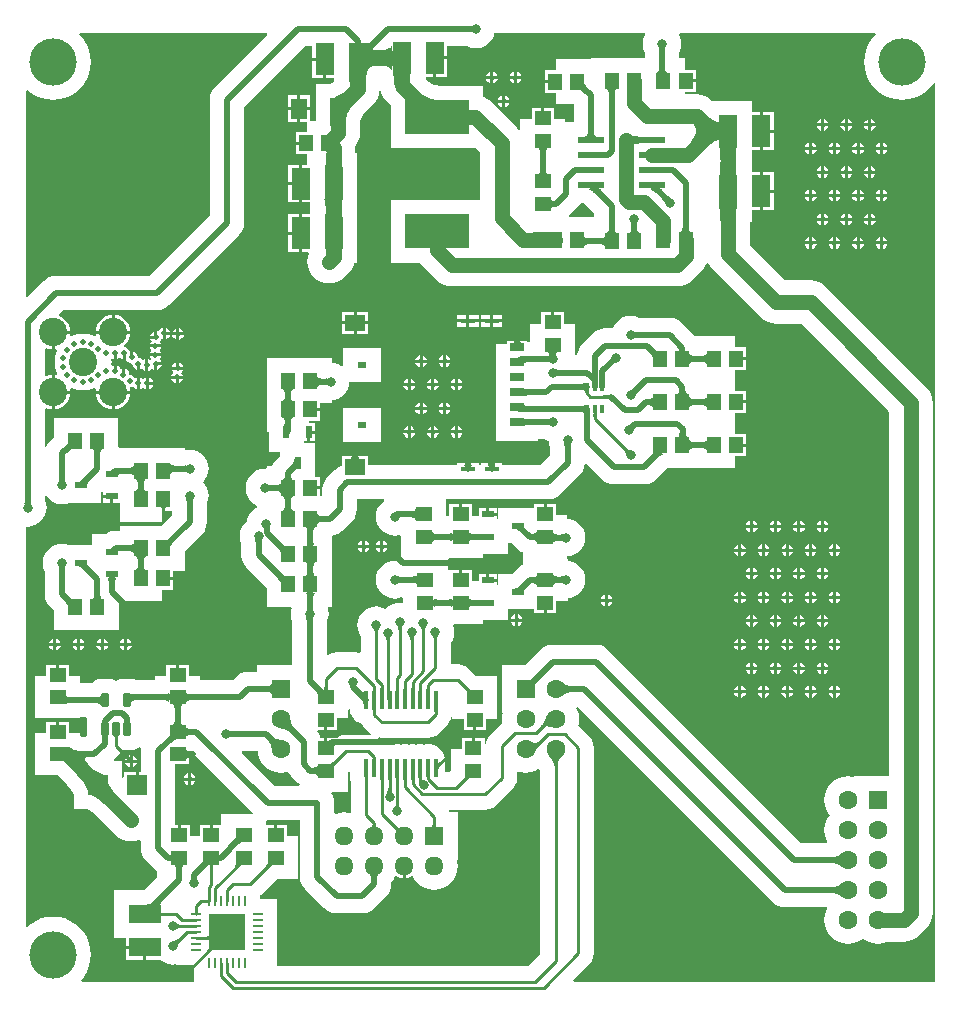
<source format=gbl>
G04 Layer_Physical_Order=2*
G04 Layer_Color=16711680*
%FSTAX24Y24*%
%MOIN*%
G70*
G01*
G75*
%ADD10C,0.0197*%
%ADD13R,0.0472X0.0551*%
%ADD19C,0.0090*%
%ADD20C,0.0500*%
%ADD21C,0.0630*%
%ADD22R,0.0630X0.0630*%
%ADD23C,0.1575*%
%ADD24C,0.0945*%
%ADD25O,0.0634X0.0630*%
%ADD26R,0.0634X0.0630*%
%ADD27C,0.0197*%
%ADD28C,0.0315*%
%ADD29R,0.0453X0.0256*%
%ADD30R,0.0512X0.0177*%
%ADD31R,0.0669X0.0551*%
%ADD32R,0.0315X0.0213*%
%ADD33R,0.0138X0.0315*%
%ADD34R,0.0551X0.0472*%
%ADD35R,0.2126X0.1142*%
%ADD36R,0.0630X0.1063*%
%ADD37R,0.0866X0.0236*%
%ADD38R,0.0531X0.0709*%
%ADD39R,0.0394X0.0236*%
%ADD40R,0.0236X0.0394*%
G04:AMPARAMS|DCode=41|XSize=61.8mil|YSize=16.1mil|CornerRadius=2mil|HoleSize=0mil|Usage=FLASHONLY|Rotation=270.000|XOffset=0mil|YOffset=0mil|HoleType=Round|Shape=RoundedRectangle|*
%AMROUNDEDRECTD41*
21,1,0.0618,0.0121,0,0,270.0*
21,1,0.0578,0.0161,0,0,270.0*
1,1,0.0040,-0.0061,-0.0289*
1,1,0.0040,-0.0061,0.0289*
1,1,0.0040,0.0061,0.0289*
1,1,0.0040,0.0061,-0.0289*
%
%ADD41ROUNDEDRECTD41*%
G04:AMPARAMS|DCode=42|XSize=26.4mil|YSize=46.1mil|CornerRadius=1.6mil|HoleSize=0mil|Usage=FLASHONLY|Rotation=180.000|XOffset=0mil|YOffset=0mil|HoleType=Round|Shape=RoundedRectangle|*
%AMROUNDEDRECTD42*
21,1,0.0264,0.0429,0,0,180.0*
21,1,0.0232,0.0461,0,0,180.0*
1,1,0.0032,-0.0116,0.0214*
1,1,0.0032,0.0116,0.0214*
1,1,0.0032,0.0116,-0.0214*
1,1,0.0032,-0.0116,-0.0214*
%
%ADD42ROUNDEDRECTD42*%
%ADD43R,0.0669X0.0669*%
%ADD44R,0.1063X0.0630*%
%ADD45R,0.1220X0.1220*%
%ADD46R,0.0100X0.0354*%
%ADD47R,0.0354X0.0100*%
%ADD48C,0.0098*%
G36*
X014444Y029001D02*
X014442Y02902D01*
X014436Y029036D01*
X014426Y029051D01*
X014412Y029064D01*
X014394Y029075D01*
X014373Y029084D01*
X014347Y029091D01*
X014317Y029096D01*
X014283Y029098D01*
X014246Y029099D01*
Y029296D01*
X014283Y029297D01*
X014317Y0293D01*
X014347Y029305D01*
X014373Y029312D01*
X014394Y029321D01*
X014412Y029332D01*
X014426Y029345D01*
X014436Y029359D01*
X014442Y029376D01*
X014444Y029395D01*
Y029001D01*
D02*
G37*
G36*
X019346Y029384D02*
X01942Y02932D01*
X019453Y029297D01*
X019483Y02928D01*
X019509Y029269D01*
X019532Y029264D01*
X019552Y029265D01*
X019568Y029272D01*
X019582Y029285D01*
X019344Y028968D01*
X019353Y028985D01*
X019357Y029004D01*
X019356Y029026D01*
X01935Y02905D01*
X019338Y029077D01*
X019322Y029106D01*
X0193Y029138D01*
X019273Y029172D01*
X019241Y029208D01*
X019203Y029247D01*
X019303Y029425D01*
X019346Y029384D01*
D02*
G37*
G36*
X020422Y029445D02*
X020425Y029411D01*
X02043Y029382D01*
X020436Y029356D01*
X020445Y029334D01*
X020456Y029316D01*
X020469Y029303D01*
X020484Y029293D01*
X0205Y029287D01*
X020519Y029285D01*
X020125D01*
X020144Y029287D01*
X020161Y029293D01*
X020176Y029303D01*
X020188Y029316D01*
X020199Y029334D01*
X020208Y029356D01*
X020215Y029382D01*
X02022Y029411D01*
X020223Y029445D01*
X020224Y029483D01*
X020421D01*
X020422Y029445D01*
D02*
G37*
G36*
X024388Y029751D02*
X024394Y029735D01*
X024404Y02972D01*
X024418Y029707D01*
X024435Y029696D01*
X024457Y029687D01*
X024483Y029681D01*
X024512Y029676D01*
X024546Y029673D01*
X024583Y029672D01*
Y029475D01*
X024546Y029474D01*
X024512Y029471D01*
X024483Y029466D01*
X024457Y029459D01*
X024435Y02945D01*
X024418Y029439D01*
X024404Y029427D01*
X024394Y029412D01*
X024388Y029395D01*
X024386Y029376D01*
Y02977D01*
X024388Y029751D01*
D02*
G37*
G36*
X018708Y029484D02*
X018706Y029478D01*
X018704Y02947D01*
X018703Y02946D01*
X0187Y029433D01*
X018699Y029375D01*
X018698Y029351D01*
X018502D01*
X018501Y029375D01*
X018496Y02947D01*
X018494Y029478D01*
X018492Y029484D01*
X01849Y029488D01*
X01871D01*
X018708Y029484D01*
D02*
G37*
G36*
X022796Y030778D02*
X022796Y030774D01*
X022702Y030698D01*
X022624Y030602D01*
X022565Y030492D01*
X022529Y030373D01*
X022517Y03025D01*
X022529Y030127D01*
X022565Y030008D01*
X022624Y029898D01*
X022702Y029802D01*
X022798Y029724D01*
X022908Y029665D01*
X023027Y029629D01*
X02315Y029617D01*
X023273Y029629D01*
X023325Y029645D01*
X023328Y029642D01*
X023364Y029604D01*
Y028868D01*
X023376D01*
X023414Y028838D01*
Y028779D01*
X023412Y028776D01*
X023364Y028743D01*
X023273Y028771D01*
X02315Y028783D01*
X023027Y028771D01*
X022908Y028735D01*
X022798Y028676D01*
X022702Y028598D01*
X022624Y028502D01*
X022565Y028392D01*
X022529Y028273D01*
X022517Y02815D01*
X022529Y028027D01*
X022565Y027908D01*
X022624Y027798D01*
X022702Y027702D01*
X022798Y027624D01*
X022908Y027565D01*
X023027Y027529D01*
X02315Y027517D01*
X023273Y027529D01*
X023364Y027557D01*
X023412Y027524D01*
X023414Y027521D01*
Y0274D01*
X023377Y027367D01*
X023309Y027374D01*
X023186Y027361D01*
X023067Y027325D01*
X022958Y027267D01*
X022862Y027188D01*
X022846Y027169D01*
X022764Y027213D01*
X022646Y027249D01*
X022522Y027261D01*
X022399Y027249D01*
X02228Y027213D01*
X02217Y027154D01*
X022074Y027076D01*
X021996Y02698D01*
X021937Y02687D01*
X021901Y026751D01*
X021889Y026628D01*
X021901Y026504D01*
X021937Y026386D01*
X021996Y026276D01*
X022Y026271D01*
Y025749D01*
X02195Y025709D01*
X02185Y025722D01*
X0212D01*
X021065Y025704D01*
X020939Y025652D01*
X020921Y025638D01*
X020876Y02566D01*
Y026741D01*
X020885Y026758D01*
X020921Y026877D01*
X020933Y027D01*
X020921Y027123D01*
X020902Y027187D01*
X020902Y027189D01*
X020907Y027239D01*
X021034D01*
Y028263D01*
Y029608D01*
X021125Y02962D01*
X021264Y029677D01*
X021383Y029769D01*
X021707Y030093D01*
X021799Y030212D01*
X021856Y030351D01*
X021876Y0305D01*
Y030824D01*
X022769D01*
X022796Y030778D01*
D02*
G37*
G36*
X012158Y028584D02*
X012156Y028578D01*
X012154Y02857D01*
X012153Y02856D01*
X01215Y028533D01*
X012149Y028475D01*
X012148Y028451D01*
X011952D01*
X011951Y028475D01*
X011946Y02857D01*
X011944Y028578D01*
X011942Y028584D01*
X01194Y028588D01*
X01216D01*
X012158Y028584D01*
D02*
G37*
G36*
X012868Y028771D02*
X01286Y028756D01*
X012858Y028737D01*
X012863Y028714D01*
X012873Y028688D01*
X012891Y028659D01*
X012914Y028626D01*
X012944Y028589D01*
X013023Y028504D01*
X012805Y028444D01*
X012768Y028479D01*
X0127Y028536D01*
X012669Y028557D01*
X012641Y028574D01*
X012614Y028586D01*
X012589Y028592D01*
X012566Y028594D01*
X012545Y028592D01*
X012527Y028584D01*
X012883Y028783D01*
X012868Y028771D01*
D02*
G37*
G36*
X014777Y028627D02*
X01478Y028593D01*
X014785Y028564D01*
X014792Y028538D01*
X014801Y028517D01*
X014812Y028499D01*
X014824Y028485D01*
X014839Y028475D01*
X014856Y028469D01*
X014875Y028467D01*
X014481D01*
X0145Y028469D01*
X014516Y028475D01*
X014531Y028485D01*
X014544Y028499D01*
X014555Y028517D01*
X014564Y028538D01*
X01457Y028564D01*
X014575Y028593D01*
X014578Y028627D01*
X014579Y028664D01*
X014776D01*
X014777Y028627D01*
D02*
G37*
G36*
X014856Y028922D02*
X014839Y028916D01*
X014824Y028906D01*
X014812Y028892D01*
X014801Y028874D01*
X014792Y028853D01*
X014785Y028827D01*
X01478Y028798D01*
X014777Y028764D01*
X014776Y028727D01*
X014579D01*
X014578Y028764D01*
X014575Y028798D01*
X01457Y028827D01*
X014564Y028853D01*
X014555Y028874D01*
X014544Y028892D01*
X014531Y028906D01*
X014516Y028916D01*
X0145Y028922D01*
X014481Y028923D01*
X014875D01*
X014856Y028922D01*
D02*
G37*
G36*
X020504Y028735D02*
X020487Y028729D01*
X020472Y028719D01*
X02046Y028706D01*
X020449Y028688D01*
X02044Y028666D01*
X020433Y028641D01*
X020428Y028611D01*
X020425Y028578D01*
X020424Y02854D01*
X020227D01*
X020226Y028578D01*
X020223Y028611D01*
X020218Y028641D01*
X020212Y028666D01*
X020203Y028688D01*
X020192Y028706D01*
X020179Y028719D01*
X020164Y028729D01*
X020148Y028735D01*
X020129Y028737D01*
X020523D01*
X020504Y028735D01*
D02*
G37*
G36*
X0205Y029901D02*
X020484Y029895D01*
X020469Y029885D01*
X020456Y029871D01*
X020445Y029853D01*
X020436Y029832D01*
X02043Y029806D01*
X020425Y029776D01*
X020422Y029742D01*
X020421Y029705D01*
X020224D01*
X020223Y029742D01*
X02022Y029776D01*
X020215Y029806D01*
X020208Y029832D01*
X020199Y029853D01*
X020188Y029871D01*
X020176Y029885D01*
X020161Y029895D01*
X020144Y029901D01*
X020125Y029903D01*
X020519D01*
X0205Y029901D01*
D02*
G37*
G36*
X027442Y030021D02*
X027434Y030006D01*
X027432Y029987D01*
X027436Y029964D01*
X027447Y029938D01*
X027464Y029909D01*
X027488Y029876D01*
X027518Y029839D01*
X027597Y029754D01*
X027379Y029694D01*
X027342Y029729D01*
X027274Y029786D01*
X027243Y029807D01*
X027214Y029824D01*
X027187Y029836D01*
X027163Y029842D01*
X02714Y029844D01*
X027119Y029842D01*
X0271Y029834D01*
X027456Y030033D01*
X027442Y030021D01*
D02*
G37*
G36*
X020558Y030354D02*
X020564Y030337D01*
X020574Y030323D01*
X020588Y03031D01*
X020606Y030299D01*
X020627Y03029D01*
X020653Y030283D01*
X020683Y030278D01*
X020717Y030275D01*
X020754Y030274D01*
Y030078D01*
X020717Y030077D01*
X020683Y030074D01*
X020653Y030069D01*
X020627Y030062D01*
X020606Y030053D01*
X020588Y030042D01*
X020574Y030029D01*
X020564Y030015D01*
X020558Y029998D01*
X020556Y029979D01*
Y030373D01*
X020558Y030354D01*
D02*
G37*
G36*
X023432Y030226D02*
X023408Y030226D01*
X023337Y030221D01*
X023325Y030219D01*
X023315Y030217D01*
X023308Y030214D01*
X023304Y03021D01*
X023301Y030206D01*
X023207Y030397D01*
X023415Y030423D01*
X023432Y030226D01*
D02*
G37*
G36*
X023839Y030128D02*
X023837Y030147D01*
X023831Y030163D01*
X023821Y030178D01*
X023807Y030191D01*
X023789Y030202D01*
X023767Y030211D01*
X023742Y030217D01*
X023712Y030222D01*
X023678Y030225D01*
X023641Y030226D01*
Y030423D01*
X023678Y030424D01*
X023712Y030427D01*
X023742Y030432D01*
X023767Y030439D01*
X023789Y030448D01*
X023807Y030459D01*
X023821Y030471D01*
X023831Y030486D01*
X023837Y030503D01*
X023839Y030522D01*
Y030128D01*
D02*
G37*
G36*
X026043Y029459D02*
X026041Y029463D01*
X026035Y029466D01*
X026025Y029469D01*
X026011Y029471D01*
X025993Y029473D01*
X025917Y029477D01*
X025846Y029478D01*
Y029674D01*
X025883Y029675D01*
X026025Y029683D01*
X026035Y029686D01*
X026041Y029689D01*
X026043Y029693D01*
Y029459D01*
D02*
G37*
G36*
X02561Y029754D02*
X025616Y029737D01*
X025626Y029723D01*
X025639Y02971D01*
X025657Y029699D01*
X025679Y02969D01*
X025705Y029683D01*
X025735Y029678D01*
X025768Y029675D01*
X025806Y029674D01*
Y029478D01*
X025768Y029477D01*
X025735Y029474D01*
X025705Y029469D01*
X025679Y029462D01*
X025657Y029453D01*
X025639Y029442D01*
X025626Y029429D01*
X025616Y029415D01*
X02561Y029398D01*
X025608Y029379D01*
Y029773D01*
X02561Y029754D01*
D02*
G37*
G36*
X02506Y029376D02*
X025058Y029395D01*
X025052Y029412D01*
X025042Y029427D01*
X025029Y029439D01*
X025011Y02945D01*
X024989Y029459D01*
X024964Y029466D01*
X024934Y029471D01*
X024901Y029474D01*
X024863Y029475D01*
Y029672D01*
X024901Y029673D01*
X024934Y029676D01*
X024964Y029681D01*
X024989Y029687D01*
X025011Y029696D01*
X025029Y029707D01*
X025042Y02972D01*
X025052Y029735D01*
X025058Y029751D01*
X02506Y02977D01*
Y029376D01*
D02*
G37*
G36*
X027875Y029381D02*
X027873Y0294D01*
X027868Y029416D01*
X027858Y029431D01*
X027844Y029444D01*
X027826Y029455D01*
X027804Y029464D01*
X027778Y02947D01*
X027749Y029475D01*
X027715Y029478D01*
X027677Y029479D01*
Y029676D01*
X027715Y029677D01*
X027749Y02968D01*
X027778Y029685D01*
X027804Y029692D01*
X027826Y029701D01*
X027844Y029712D01*
X027858Y029724D01*
X027868Y029739D01*
X027873Y029756D01*
X027875Y029775D01*
Y029381D01*
D02*
G37*
G36*
X0158Y029433D02*
X015763Y029394D01*
X015704Y029324D01*
X015682Y029293D01*
X015665Y029264D01*
X015654Y029237D01*
X015647Y029213D01*
X015646Y029191D01*
X01565Y029171D01*
X01566Y029155D01*
X015422Y029471D01*
X015435Y029458D01*
X015452Y029451D01*
X015472Y029451D01*
X015495Y029456D01*
X015521Y029467D01*
X01555Y029484D01*
X015583Y029507D01*
X015619Y029536D01*
X0157Y029611D01*
X0158Y029433D01*
D02*
G37*
G36*
X028425Y029728D02*
X028431Y029711D01*
X028441Y029697D01*
X028455Y029684D01*
X028472Y029673D01*
X028494Y029664D01*
X02852Y029657D01*
X028549Y029652D01*
X028582Y029649D01*
X028617Y029648D01*
X028625Y029649D01*
X02872Y029654D01*
X028728Y029656D01*
X028734Y029658D01*
X028738Y02966D01*
Y02944D01*
X028734Y029442D01*
X028728Y029444D01*
X02872Y029446D01*
X02871Y029447D01*
X028683Y02945D01*
X028625Y029451D01*
X028617Y029451D01*
X028582Y029451D01*
X028549Y029448D01*
X02852Y029443D01*
X028494Y029436D01*
X028472Y029427D01*
X028455Y029416D01*
X028441Y029403D01*
X028431Y029389D01*
X028425Y029372D01*
X028423Y029353D01*
Y029747D01*
X028425Y029728D01*
D02*
G37*
G36*
X020425Y02842D02*
X020428Y028386D01*
X020433Y028357D01*
X02044Y028331D01*
X020449Y028309D01*
X02046Y028291D01*
X020472Y028278D01*
X020487Y028268D01*
X020504Y028262D01*
X020523Y02826D01*
X020129D01*
X020148Y028262D01*
X020164Y028268D01*
X020179Y028278D01*
X020192Y028291D01*
X020203Y028309D01*
X020212Y028331D01*
X020218Y028357D01*
X020223Y028386D01*
X020226Y02842D01*
X020227Y028458D01*
X020424D01*
X020425Y02842D01*
D02*
G37*
G36*
X02561Y027554D02*
X025616Y027537D01*
X025626Y027523D01*
X025639Y02751D01*
X025657Y027499D01*
X025679Y02749D01*
X025705Y027483D01*
X025735Y027478D01*
X025768Y027475D01*
X025806Y027474D01*
Y027278D01*
X025768Y027277D01*
X025735Y027274D01*
X025705Y027269D01*
X025679Y027262D01*
X025657Y027253D01*
X025639Y027242D01*
X025626Y027229D01*
X025616Y027215D01*
X02561Y027198D01*
X025608Y027179D01*
Y027573D01*
X02561Y027554D01*
D02*
G37*
G36*
X020424Y027223D02*
X020427Y027093D01*
X02021Y027129D01*
X020213Y027133D01*
X020216Y027138D01*
X020219Y027146D01*
X020221Y027157D01*
X020223Y027169D01*
X020226Y027201D01*
X020227Y027242D01*
X020227Y027266D01*
X020424Y027223D01*
D02*
G37*
G36*
X012246Y027597D02*
X01232Y027533D01*
X012353Y02751D01*
X012383Y027493D01*
X012409Y027482D01*
X012432Y027477D01*
X012452Y027478D01*
X012468Y027484D01*
X012482Y027497D01*
X012244Y027181D01*
X012253Y027198D01*
X012257Y027217D01*
X012256Y027239D01*
X01225Y027263D01*
X012238Y02729D01*
X012222Y027319D01*
X0122Y02735D01*
X012173Y027384D01*
X012141Y02742D01*
X012104Y027459D01*
X012203Y027638D01*
X012246Y027597D01*
D02*
G37*
G36*
X02506Y027181D02*
X025058Y0272D01*
X025052Y027216D01*
X025042Y027231D01*
X025029Y027244D01*
X025011Y027255D01*
X024989Y027264D01*
X024964Y027271D01*
X024934Y027275D01*
X024901Y027278D01*
X024863Y027279D01*
Y027476D01*
X024901Y027477D01*
X024934Y02748D01*
X024964Y027485D01*
X024989Y027492D01*
X025011Y027501D01*
X025029Y027512D01*
X025042Y027524D01*
X025052Y027539D01*
X025058Y027556D01*
X02506Y027575D01*
Y027181D01*
D02*
G37*
G36*
X024438Y027556D02*
X024444Y027539D01*
X024454Y027524D01*
X024468Y027512D01*
X024485Y027501D01*
X024507Y027492D01*
X024533Y027485D01*
X024562Y02748D01*
X024596Y027477D01*
X024633Y027476D01*
Y027279D01*
X024596Y027278D01*
X024562Y027275D01*
X024533Y027271D01*
X024507Y027264D01*
X024485Y027255D01*
X024468Y027244D01*
X024454Y027231D01*
X024444Y027216D01*
X024438Y0272D01*
X024436Y027181D01*
Y027575D01*
X024438Y027556D01*
D02*
G37*
G36*
X020408Y026884D02*
X020406Y026878D01*
X020404Y02687D01*
X020403Y02686D01*
X0204Y026833D01*
X020399Y026775D01*
X020398Y026751D01*
X020202D01*
X020201Y026775D01*
X020196Y02687D01*
X020194Y026878D01*
X020192Y026884D01*
X02019Y026888D01*
X02041D01*
X020408Y026884D01*
D02*
G37*
G36*
X023801Y026271D02*
X02379Y026257D01*
X02378Y026243D01*
X023772Y026227D01*
X023764Y026211D01*
X023759Y026195D01*
X023754Y026177D01*
X023751Y026159D01*
X023749Y02614D01*
X023748Y02612D01*
X023658D01*
X023658Y02614D01*
X023656Y026159D01*
X023652Y026177D01*
X023648Y026195D01*
X023642Y026211D01*
X023635Y026227D01*
X023626Y026243D01*
X023616Y026257D01*
X023605Y026271D01*
X023593Y026284D01*
X023813D01*
X023801Y026271D01*
D02*
G37*
G36*
X024588Y026265D02*
X024577Y026251D01*
X024568Y026236D01*
X024559Y026221D01*
X024552Y026205D01*
X024546Y026188D01*
X024541Y026171D01*
X024538Y026152D01*
X024536Y026133D01*
X024536Y026114D01*
X024446D01*
X024445Y026133D01*
X024443Y026152D01*
X02444Y026171D01*
X024435Y026188D01*
X024429Y026205D01*
X024422Y026221D01*
X024414Y026236D01*
X024404Y026251D01*
X024393Y026265D01*
X02438Y026278D01*
X024601D01*
X024588Y026265D01*
D02*
G37*
G36*
X02262Y026502D02*
X022609Y026488D01*
X022599Y026474D01*
X022591Y026458D01*
X022583Y026442D01*
X022577Y026426D01*
X022573Y026408D01*
X02257Y02639D01*
X022568Y026371D01*
X022567Y026351D01*
X022477D01*
X022476Y026371D01*
X022474Y02639D01*
X022471Y026408D01*
X022467Y026426D01*
X022461Y026442D01*
X022454Y026458D01*
X022445Y026474D01*
X022435Y026488D01*
X022424Y026502D01*
X022412Y026515D01*
X022632D01*
X02262Y026502D01*
D02*
G37*
G36*
X023407Y026615D02*
X023396Y026601D01*
X023386Y026586D01*
X023378Y026571D01*
X023371Y026555D01*
X023365Y026538D01*
X02336Y026521D01*
X023357Y026502D01*
X023355Y026483D01*
X023354Y026464D01*
X023264D01*
X023264Y026483D01*
X023262Y026502D01*
X023259Y026521D01*
X023254Y026538D01*
X023248Y026555D01*
X023241Y026571D01*
X023232Y026586D01*
X023223Y026601D01*
X023212Y026615D01*
X023199Y026628D01*
X02342D01*
X023407Y026615D01*
D02*
G37*
G36*
X024195Y026571D02*
X024184Y026557D01*
X024174Y026543D01*
X024165Y026527D01*
X024158Y026511D01*
X024152Y026495D01*
X024148Y026477D01*
X024144Y026459D01*
X024142Y02644D01*
X024142Y02642D01*
X024052D01*
X024051Y02644D01*
X024049Y026459D01*
X024046Y026477D01*
X024041Y026495D01*
X024036Y026511D01*
X024028Y026527D01*
X02402Y026543D01*
X02401Y026557D01*
X023999Y026571D01*
X023987Y026584D01*
X024207D01*
X024195Y026571D01*
D02*
G37*
G36*
X027227Y029171D02*
X027346Y029079D01*
X027401Y029057D01*
Y028884D01*
X027401Y028869D01*
X027401D01*
X027403Y028836D01*
X027403D01*
Y028647D01*
X027351Y028626D01*
X027232Y028534D01*
X027038Y028341D01*
X026593D01*
Y027967D01*
X026535D01*
Y028074D01*
X026238D01*
Y028124D01*
X026188D01*
Y028342D01*
X025941D01*
Y028086D01*
X02571D01*
Y028462D01*
X025385D01*
Y028126D01*
X025285D01*
Y028462D01*
X024959D01*
Y028462D01*
X02491Y028464D01*
Y028838D01*
X024949Y028865D01*
X026083D01*
Y028985D01*
X026907D01*
Y029359D01*
X027038D01*
X027227Y029171D01*
D02*
G37*
G36*
X023889Y027953D02*
X023887Y027972D01*
X023881Y027989D01*
X023871Y028003D01*
X023857Y028016D01*
X023839Y028027D01*
X023817Y028036D01*
X023792Y028043D01*
X023762Y028048D01*
X023728Y028051D01*
X023691Y028052D01*
Y028248D01*
X023728Y028249D01*
X023762Y028252D01*
X023792Y028257D01*
X023817Y028264D01*
X023839Y028273D01*
X023857Y028284D01*
X023871Y028297D01*
X023881Y028311D01*
X023887Y028328D01*
X023889Y028347D01*
Y027953D01*
D02*
G37*
G36*
X013889Y028207D02*
X013872Y028201D01*
X013858Y028191D01*
X013845Y028178D01*
X013835Y02816D01*
X013826Y028138D01*
X013819Y028113D01*
X013814Y028083D01*
X013811Y02805D01*
X01381Y028012D01*
X013613D01*
X013612Y02805D01*
X013609Y028083D01*
X013605Y028113D01*
X013598Y028138D01*
X013589Y02816D01*
X013578Y028178D01*
X013566Y028191D01*
X013551Y028201D01*
X013535Y028207D01*
X013516Y028209D01*
X013907D01*
X013889Y028207D01*
D02*
G37*
G36*
X028427Y028328D02*
X028432Y028311D01*
X028442Y028297D01*
X028456Y028284D01*
X028474Y028273D01*
X028496Y028264D01*
X028522Y028257D01*
X028551Y028252D01*
X028585Y028249D01*
X028619Y028249D01*
X028625Y028249D01*
X02872Y028254D01*
X028728Y028256D01*
X028734Y028258D01*
X028738Y02826D01*
Y02804D01*
X028734Y028042D01*
X028728Y028044D01*
X02872Y028046D01*
X02871Y028047D01*
X028683Y02805D01*
X028625Y028051D01*
X028619Y028051D01*
X028585Y028051D01*
X028551Y028048D01*
X028522Y028043D01*
X028496Y028036D01*
X028474Y028027D01*
X028456Y028016D01*
X028442Y028003D01*
X028432Y027989D01*
X028427Y027972D01*
X028425Y027953D01*
Y028347D01*
X028427Y028328D01*
D02*
G37*
G36*
X023266Y028258D02*
X023272Y028256D01*
X02328Y028254D01*
X02329Y028253D01*
X023317Y02825D01*
X023375Y028249D01*
X023399Y028248D01*
Y028052D01*
X023375Y028051D01*
X02328Y028046D01*
X023272Y028044D01*
X023266Y028042D01*
X023262Y02804D01*
Y02826D01*
X023266Y028258D01*
D02*
G37*
G36*
X019346Y028359D02*
X01942Y028295D01*
X019453Y028272D01*
X019483Y028255D01*
X019509Y028244D01*
X019532Y028239D01*
X019552Y02824D01*
X019568Y028247D01*
X019582Y02826D01*
X019344Y027943D01*
X019353Y02796D01*
X019357Y02798D01*
X019356Y028001D01*
X01935Y028026D01*
X019338Y028052D01*
X019322Y028081D01*
X0193Y028113D01*
X019273Y028147D01*
X019241Y028183D01*
X019203Y028222D01*
X019303Y0284D01*
X019346Y028359D01*
D02*
G37*
G36*
X013325Y027658D02*
X013328Y027624D01*
X013333Y027594D01*
X01334Y027568D01*
X013349Y027547D01*
X01336Y027529D01*
X013372Y027515D01*
X013387Y027505D01*
X013404Y027499D01*
X013423Y027497D01*
X013029D01*
X013048Y027499D01*
X013064Y027505D01*
X013079Y027515D01*
X013092Y027529D01*
X013103Y027547D01*
X013112Y027568D01*
X013118Y027594D01*
X013123Y027624D01*
X013126Y027658D01*
X013127Y027695D01*
X013324D01*
X013325Y027658D01*
D02*
G37*
G36*
X026043Y027259D02*
X026041Y027263D01*
X026035Y027266D01*
X026025Y027269D01*
X026011Y027271D01*
X025993Y027273D01*
X025917Y027277D01*
X025846Y027278D01*
Y027474D01*
X025883Y027475D01*
X026025Y027483D01*
X026035Y027486D01*
X026041Y027489D01*
X026043Y027493D01*
Y027259D01*
D02*
G37*
G36*
X020504Y02771D02*
X020487Y027704D01*
X020472Y027694D01*
X02046Y027681D01*
X020449Y027663D01*
X02044Y027641D01*
X020433Y027616D01*
X020428Y027586D01*
X020425Y027553D01*
X020424Y027515D01*
X020227D01*
X020226Y027553D01*
X020223Y027586D01*
X020218Y027616D01*
X020212Y027641D01*
X020203Y027663D01*
X020192Y027681D01*
X020179Y027694D01*
X020164Y027704D01*
X020148Y02771D01*
X020129Y027712D01*
X020523D01*
X020504Y02771D01*
D02*
G37*
G36*
X027877Y02793D02*
X027875Y027949D01*
X027869Y027965D01*
X027859Y02798D01*
X027845Y027993D01*
X027828Y028004D01*
X027806Y028013D01*
X02778Y02802D01*
X027751Y028024D01*
X027717Y028027D01*
X02768Y028028D01*
Y028225D01*
X027717Y028226D01*
X027751Y028229D01*
X02778Y028234D01*
X027806Y028241D01*
X027828Y02825D01*
X027845Y028261D01*
X027859Y028273D01*
X027869Y028288D01*
X027875Y028305D01*
X027877Y028324D01*
Y02793D01*
D02*
G37*
G36*
X027597Y027946D02*
X027554Y027902D01*
X027488Y027824D01*
X027464Y027791D01*
X027447Y027762D01*
X027436Y027736D01*
X027432Y027713D01*
X027434Y027694D01*
X027442Y027679D01*
X027456Y027667D01*
X0271Y027866D01*
X027119Y027858D01*
X02714Y027856D01*
X027163Y027858D01*
X027187Y027864D01*
X027214Y027876D01*
X027243Y027893D01*
X027274Y027914D01*
X027307Y02794D01*
X027342Y027971D01*
X027379Y028006D01*
X027597Y027946D01*
D02*
G37*
G36*
X029863Y033669D02*
X02986Y033666D01*
X029856Y033662D01*
X029853Y033655D01*
X029851Y033647D01*
X029849Y033637D01*
X029847Y033626D01*
X029845Y033597D01*
X029845Y03358D01*
X029755D01*
X029755Y033597D01*
X029751Y033637D01*
X029749Y033647D01*
X029747Y033655D01*
X029744Y033662D01*
X02974Y033666D01*
X029737Y033669D01*
X029732Y03367D01*
X029868D01*
X029863Y033669D01*
D02*
G37*
G36*
X028288Y03329D02*
X028284Y033292D01*
X028278Y033294D01*
X02827Y033296D01*
X02826Y033297D01*
X028233Y0333D01*
X028175Y033301D01*
X028151Y033302D01*
Y033498D01*
X028175Y033499D01*
X02827Y033504D01*
X028278Y033506D01*
X028284Y033508D01*
X028288Y03351D01*
Y03329D01*
D02*
G37*
G36*
X029476Y03367D02*
X029474Y033681D01*
X029469Y033691D01*
X029459Y033699D01*
X029445Y033707D01*
X029427Y033713D01*
X029406Y033718D01*
X02938Y033722D01*
X02935Y033725D01*
X02928Y033728D01*
Y033924D01*
X029317Y033925D01*
X02938Y03393D01*
X029406Y033934D01*
X029427Y033939D01*
X029445Y033945D01*
X029459Y033953D01*
X029469Y033961D01*
X029474Y033971D01*
X029476Y033982D01*
Y03367D01*
D02*
G37*
G36*
X031744Y033867D02*
X031742Y033886D01*
X031736Y033903D01*
X031726Y033917D01*
X031712Y03393D01*
X031694Y033941D01*
X031673Y03395D01*
X031647Y033957D01*
X031617Y033962D01*
X031583Y033965D01*
X031546Y033966D01*
Y034162D01*
X031583Y034163D01*
X031617Y034166D01*
X031647Y034171D01*
X031673Y034178D01*
X031694Y034187D01*
X031712Y034198D01*
X031726Y034211D01*
X031736Y034225D01*
X031742Y034242D01*
X031744Y034261D01*
Y033867D01*
D02*
G37*
G36*
X027449Y033995D02*
X027455Y03398D01*
X027465Y033967D01*
X027479Y033956D01*
X027496Y033946D01*
X027518Y033938D01*
X027544Y033932D01*
X027573Y033928D01*
X027607Y033925D01*
X027644Y033924D01*
Y033728D01*
X027447Y033758D01*
Y034011D01*
X027449Y033995D01*
D02*
G37*
G36*
Y033509D02*
X027455Y033507D01*
X027465Y033505D01*
X027479Y033503D01*
X027518Y0335D01*
X027644Y033498D01*
Y033302D01*
X027607Y033301D01*
X027518Y033295D01*
X027496Y033291D01*
X027479Y033286D01*
X027465Y03328D01*
X027455Y033274D01*
X027449Y033266D01*
X027447Y033258D01*
Y033511D01*
X027449Y033509D01*
D02*
G37*
G36*
X029008Y032684D02*
X029006Y032678D01*
X029004Y03267D01*
X029003Y03266D01*
X029Y032633D01*
X028999Y032575D01*
X028998Y032551D01*
X028802D01*
X028801Y032575D01*
X028796Y03267D01*
X028794Y032678D01*
X028792Y032684D01*
X02879Y032688D01*
X02901D01*
X029008Y032684D01*
D02*
G37*
G36*
X012478Y032503D02*
X012465Y032516D01*
X012448Y032522D01*
X012428Y032523D01*
X012405Y032518D01*
X012379Y032507D01*
X01235Y03249D01*
X012317Y032467D01*
X012281Y032438D01*
X0122Y032362D01*
X0121Y032541D01*
X012137Y03258D01*
X012197Y03265D01*
X012218Y032681D01*
X012235Y03271D01*
X012246Y032737D01*
X012253Y032761D01*
X012254Y032783D01*
X01225Y032802D01*
X01224Y032819D01*
X012478Y032503D01*
D02*
G37*
G36*
X032833Y033058D02*
X032836Y033024D01*
X03284Y032994D01*
X032847Y032968D01*
X032856Y032947D01*
X032867Y032929D01*
X03288Y032915D01*
X032895Y032905D01*
X032911Y032899D01*
X03293Y032897D01*
X032536D01*
X032555Y032899D01*
X032572Y032905D01*
X032587Y032915D01*
X032599Y032929D01*
X03261Y032947D01*
X032619Y032968D01*
X032626Y032994D01*
X032631Y033024D01*
X032634Y033058D01*
X032635Y033095D01*
X032832D01*
X032833Y033058D01*
D02*
G37*
G36*
X019752Y033551D02*
X019736Y033545D01*
X019721Y033535D01*
X019708Y033521D01*
X019697Y033503D01*
X019688Y033482D01*
X019682Y033456D01*
X019677Y033426D01*
X019674Y033392D01*
X019673Y033355D01*
X019668D01*
X019665Y033307D01*
X019662Y033289D01*
X019658Y033275D01*
X019654Y033265D01*
X019649Y033259D01*
X019643Y033257D01*
X019409D01*
X019422Y033259D01*
X019433Y033265D01*
X019443Y033275D01*
X019452Y033289D01*
X019459Y033307D01*
X019465Y033328D01*
X01947Y033354D01*
X019473Y033383D01*
X019474Y0334D01*
X019472Y033426D01*
X019467Y033456D01*
X01946Y033482D01*
X019451Y033503D01*
X01944Y033521D01*
X019428Y033535D01*
X019413Y033545D01*
X019396Y033551D01*
X019377Y033553D01*
X019771D01*
X019752Y033551D01*
D02*
G37*
G36*
X031196Y033256D02*
X031179Y033239D01*
X031111Y033162D01*
X031108Y033156D01*
X031107Y033152D01*
X030952Y033307D01*
X030956Y033308D01*
X030962Y033311D01*
X030968Y033315D01*
X030977Y033321D01*
X030997Y033339D01*
X031039Y033379D01*
X031056Y033396D01*
X031196Y033256D01*
D02*
G37*
G36*
X032825Y034498D02*
X032828Y034464D01*
X032833Y034434D01*
X03284Y034408D01*
X032849Y034387D01*
X03286Y034369D01*
X032872Y034355D01*
X032887Y034345D01*
X032904Y034339D01*
X032923Y034337D01*
X032529D01*
X032548Y034339D01*
X032564Y034345D01*
X032579Y034355D01*
X032592Y034369D01*
X032603Y034387D01*
X032612Y034408D01*
X032618Y034434D01*
X032623Y034464D01*
X032626Y034498D01*
X032627Y034535D01*
X032824D01*
X032825Y034498D01*
D02*
G37*
G36*
X019756Y034498D02*
X019739Y034492D01*
X019724Y034482D01*
X019712Y034468D01*
X019701Y03445D01*
X019692Y034429D01*
X019685Y034403D01*
X01968Y034374D01*
X019677Y03434D01*
X019676Y034303D01*
X019479D01*
X019478Y03434D01*
X019475Y034374D01*
X01947Y034403D01*
X019464Y034429D01*
X019455Y03445D01*
X019444Y034468D01*
X019431Y034482D01*
X019416Y034492D01*
X0194Y034498D01*
X019381Y0345D01*
X019775D01*
X019756Y034498D01*
D02*
G37*
G36*
X029476Y034513D02*
X029621D01*
X029615Y034504D01*
X029609Y034494D01*
X029605Y034482D01*
X029601Y034468D01*
X029597Y034453D01*
X029594Y034437D01*
X029592Y034419D01*
X029606D01*
X029603Y034418D01*
X0296Y034416D01*
X029597Y034413D01*
X029595Y034409D01*
X029593Y034403D01*
X029592Y034396D01*
X029591Y034388D01*
X02959Y034379D01*
X029589Y034356D01*
X029499D01*
X029499Y034368D01*
X029498Y034388D01*
X029496Y034396D01*
X029495Y034403D01*
X029493Y034409D01*
X029491Y034413D01*
X029488Y034416D01*
X029485Y034418D01*
X029482Y034419D01*
X029495D01*
X029494Y034437D01*
X029491Y034453D01*
X029488Y034468D01*
X029483Y034482D01*
X029479Y034494D01*
X029476Y034498D01*
Y034418D01*
X029474Y034429D01*
X029469Y034439D01*
X029459Y034447D01*
X029445Y034455D01*
X029427Y034461D01*
X029406Y034466D01*
X02938Y03447D01*
X02935Y034473D01*
X02928Y034476D01*
Y034672D01*
X029317Y034673D01*
X02938Y034678D01*
X029406Y034682D01*
X029427Y034687D01*
X029445Y034693D01*
X029459Y034701D01*
X029469Y034709D01*
X029474Y034719D01*
X029476Y03473D01*
Y034513D01*
D02*
G37*
G36*
X028516Y035158D02*
X028522Y035156D01*
X02853Y035154D01*
X02854Y035153D01*
X028567Y03515D01*
X028625Y035149D01*
X028649Y035148D01*
Y034952D01*
X028625Y034951D01*
X02853Y034946D01*
X028522Y034944D01*
X028516Y034942D01*
X028512Y03494D01*
Y03516D01*
X028516Y035158D01*
D02*
G37*
G36*
X020562Y034928D02*
X020567Y034911D01*
X020577Y034897D01*
X020591Y034884D01*
X020609Y034873D01*
X020631Y034864D01*
X020657Y034857D01*
X020686Y034852D01*
X02072Y034849D01*
X020757Y034848D01*
X020775Y034849D01*
X02087Y034854D01*
X020878Y034856D01*
X020884Y034858D01*
X020888Y03486D01*
Y03464D01*
X020884Y034642D01*
X020878Y034644D01*
X02087Y034646D01*
X02086Y034647D01*
X020833Y03465D01*
X020775Y034651D01*
X020757Y034652D01*
X02072Y034651D01*
X020686Y034648D01*
X020657Y034643D01*
X020631Y034636D01*
X020609Y034627D01*
X020591Y034616D01*
X020577Y034603D01*
X020567Y034589D01*
X020562Y034572D01*
X02056Y034553D01*
Y034947D01*
X020562Y034928D01*
D02*
G37*
G36*
X031246Y034406D02*
X031229Y034389D01*
X031165Y034318D01*
X031161Y034311D01*
X031158Y034306D01*
X031157Y034302D01*
X031002Y034457D01*
X031006Y034458D01*
X031011Y034461D01*
X031018Y034465D01*
X031026Y034471D01*
X031047Y034489D01*
X031089Y034529D01*
X031106Y034546D01*
X031246Y034406D01*
D02*
G37*
G36*
X033544Y033867D02*
X033542Y033886D01*
X033536Y033903D01*
X033526Y033917D01*
X033512Y03393D01*
X033494Y033941D01*
X033473Y03395D01*
X033447Y033957D01*
X033417Y033962D01*
X033383Y033965D01*
X033346Y033966D01*
Y034162D01*
X033383Y034163D01*
X033417Y034166D01*
X033447Y034171D01*
X033473Y034178D01*
X033494Y034187D01*
X033512Y034198D01*
X033526Y034211D01*
X033536Y034225D01*
X033542Y034242D01*
X033544Y034261D01*
Y033867D01*
D02*
G37*
G36*
X032962Y034242D02*
X032967Y034225D01*
X032977Y034211D01*
X032991Y034198D01*
X033009Y034187D01*
X033031Y034178D01*
X033057Y034171D01*
X033086Y034166D01*
X03312Y034163D01*
X033158Y034162D01*
Y033966D01*
X03312Y033965D01*
X033086Y033962D01*
X033057Y033957D01*
X033031Y03395D01*
X033009Y033941D01*
X032991Y03393D01*
X032977Y033917D01*
X032967Y033903D01*
X032962Y033886D01*
X03296Y033867D01*
Y034261D01*
X032962Y034242D01*
D02*
G37*
G36*
X019677Y03426D02*
X01968Y034226D01*
X019685Y034197D01*
X019692Y034171D01*
X019701Y03415D01*
X019712Y034132D01*
X019724Y034118D01*
X019739Y034108D01*
X019756Y034102D01*
X019775Y0341D01*
X019381D01*
X0194Y034102D01*
X019416Y034108D01*
X019431Y034118D01*
X019444Y034132D01*
X019455Y03415D01*
X019464Y034171D01*
X01947Y034197D01*
X019475Y034226D01*
X019478Y03426D01*
X019479Y034297D01*
X019676D01*
X019677Y03426D01*
D02*
G37*
G36*
X027449Y034506D02*
X027455Y034501D01*
X027465Y034497D01*
X027479Y034493D01*
X027496Y03449D01*
X027518Y034488D01*
X027573Y034484D01*
X027644Y034483D01*
Y034286D01*
X027607Y034286D01*
X027496Y034279D01*
X027479Y034276D01*
X027465Y034272D01*
X027455Y034268D01*
X027449Y034263D01*
X027447Y034258D01*
Y034511D01*
X027449Y034506D01*
D02*
G37*
G36*
X03028Y03418D02*
X030274Y034185D01*
X030264Y034189D01*
X030251Y034193D01*
X030234Y034196D01*
X030214Y034199D01*
X030165Y034203D01*
X030066Y034205D01*
Y034295D01*
X030102Y034295D01*
X030234Y034304D01*
X030251Y034307D01*
X030264Y034311D01*
X030274Y034315D01*
X03028Y03432D01*
Y03418D01*
D02*
G37*
G36*
X033544Y032434D02*
X033542Y032453D01*
X033536Y03247D01*
X033526Y032485D01*
X033512Y032497D01*
X033494Y032508D01*
X033473Y032517D01*
X033447Y032524D01*
X033417Y032529D01*
X033383Y032532D01*
X033346Y032533D01*
Y03273D01*
X033383Y032731D01*
X033417Y032734D01*
X033447Y032739D01*
X033473Y032746D01*
X033494Y032754D01*
X033512Y032765D01*
X033526Y032778D01*
X033536Y032793D01*
X033542Y032809D01*
X033544Y032828D01*
Y032434D01*
D02*
G37*
G36*
X014777Y03126D02*
X01478Y031226D01*
X014785Y031197D01*
X014792Y031171D01*
X014801Y03115D01*
X014812Y031132D01*
X014824Y031118D01*
X014839Y031108D01*
X014856Y031102D01*
X014875Y0311D01*
X014481D01*
X0145Y031102D01*
X014516Y031108D01*
X014531Y031118D01*
X014544Y031132D01*
X014555Y03115D01*
X014564Y031171D01*
X01457Y031197D01*
X014575Y031226D01*
X014578Y03126D01*
X014579Y031297D01*
X014776D01*
X014777Y03126D01*
D02*
G37*
G36*
X018917Y031309D02*
X018923Y031307D01*
X018931Y031306D01*
X018941Y031304D01*
X018968Y031302D01*
X019026Y0313D01*
X01905Y0313D01*
Y031103D01*
X019026Y031103D01*
X018931Y031097D01*
X018923Y031095D01*
X018917Y031093D01*
X018914Y031091D01*
Y031312D01*
X018917Y031309D01*
D02*
G37*
G36*
X014856Y031505D02*
X014839Y031499D01*
X014824Y031489D01*
X014812Y031475D01*
X014801Y031457D01*
X014792Y031436D01*
X014785Y03141D01*
X01478Y031381D01*
X014777Y031347D01*
X014776Y03131D01*
X014579D01*
X014578Y031347D01*
X014575Y031381D01*
X01457Y03141D01*
X014564Y031436D01*
X014555Y031457D01*
X014544Y031475D01*
X014531Y031489D01*
X014516Y031499D01*
X0145Y031505D01*
X014481Y031507D01*
X014875D01*
X014856Y031505D01*
D02*
G37*
G36*
X013023Y031496D02*
X01298Y031452D01*
X012914Y031374D01*
X012891Y031341D01*
X012873Y031312D01*
X012863Y031286D01*
X012858Y031263D01*
X01286Y031244D01*
X012868Y031229D01*
X012883Y031217D01*
X012527Y031416D01*
X012545Y031408D01*
X012566Y031406D01*
X012589Y031408D01*
X012614Y031414D01*
X012641Y031426D01*
X012669Y031443D01*
X0127Y031464D01*
X012733Y03149D01*
X012768Y031521D01*
X012805Y031556D01*
X013023Y031496D01*
D02*
G37*
G36*
X020384Y04555D02*
X020799D01*
Y0455D01*
X020849D01*
Y044868D01*
X021114D01*
Y044751D01*
X02108Y044727D01*
X021045Y044706D01*
X021018Y044691D01*
X020999Y044683D01*
X020989Y04468D01*
X020988Y04468D01*
X020964Y044679D01*
X020954Y044677D01*
X020521D01*
Y0442D01*
X020519Y044172D01*
X020521Y044163D01*
Y043519D01*
X020518Y043497D01*
X020518Y043497D01*
X02051Y043473D01*
X020485Y043447D01*
X020306D01*
Y0438D01*
X019991D01*
Y043396D01*
X020214D01*
Y043074D01*
X019838D01*
Y042749D01*
X020174D01*
Y042649D01*
X019838D01*
Y042323D01*
X020214D01*
Y041982D01*
X020049D01*
Y04135D01*
Y040718D01*
X020314D01*
Y040332D01*
X020049D01*
Y0397D01*
Y039069D01*
X020253D01*
X020277Y039018D01*
X020238Y038892D01*
X020224Y03875D01*
X020238Y038608D01*
X020279Y038472D01*
X020346Y038347D01*
X020437Y038237D01*
X020547Y038146D01*
X020672Y038079D01*
X020808Y038038D01*
X02095Y038024D01*
X021092Y038038D01*
X021228Y038079D01*
X021353Y038146D01*
X021463Y038237D01*
X021614Y038388D01*
X021705Y038498D01*
X021772Y038623D01*
X021794Y038696D01*
X021889D01*
Y040208D01*
X021891Y04023D01*
X021889Y040252D01*
Y040798D01*
X021891Y04082D01*
X021889Y040842D01*
Y041858D01*
X021891Y04188D01*
X021889Y041902D01*
Y042354D01*
X021828D01*
X021828Y042383D01*
X021827Y042388D01*
Y04252D01*
X021821Y042581D01*
X021863Y042633D01*
X02193Y042758D01*
X021971Y042894D01*
X021983Y043009D01*
X021985Y043023D01*
X021998D01*
Y043456D01*
X021999Y043466D01*
X022001Y04349D01*
X022001Y043491D01*
X022004Y043501D01*
X022012Y04352D01*
X022027Y043547D01*
X022048Y043582D01*
X022074Y043618D01*
X022165Y043726D01*
X022221Y043784D01*
X022223Y043787D01*
X022415Y043978D01*
X022505Y044088D01*
X022572Y044214D01*
X022613Y04435D01*
X022621Y044431D01*
X022672Y044436D01*
X022696Y044355D01*
X022763Y04423D01*
X022792Y044195D01*
X022793Y044193D01*
X022802Y044183D01*
X022834Y044144D01*
X022849Y044124D01*
X023015Y043954D01*
Y042531D01*
X025843D01*
X025974Y042399D01*
Y040799D01*
X023015D01*
Y038712D01*
X023975D01*
X024037Y038637D01*
X024537Y038137D01*
X024647Y038046D01*
X024772Y037979D01*
X024908Y037938D01*
X02505Y037924D01*
X03255D01*
X032692Y037938D01*
X032828Y037979D01*
X032953Y038046D01*
X033063Y038137D01*
X033352Y038425D01*
X033442Y038535D01*
X033509Y03866D01*
X033515Y038679D01*
X033515Y03868D01*
X033572Y038705D01*
X033591Y038699D01*
X033645Y038598D01*
X033735Y038488D01*
X035337Y036887D01*
X035447Y036796D01*
X035572Y036729D01*
X035708Y036688D01*
X03585Y036674D01*
X036699D01*
X039624Y033749D01*
Y021587D01*
X038463D01*
Y021587D01*
X038435Y021567D01*
X038404Y021576D01*
X03825Y021591D01*
X038096Y021576D01*
X037947Y021531D01*
X03781Y021458D01*
X037691Y021359D01*
X037592Y02124D01*
X037519Y021103D01*
X037474Y020954D01*
X037459Y0208D01*
X037474Y020646D01*
X037519Y020497D01*
X037592Y02036D01*
X037642Y0203D01*
X037592Y02024D01*
X037519Y020103D01*
X037474Y019954D01*
X037459Y0198D01*
X037474Y019646D01*
X037519Y019497D01*
X037561Y019419D01*
X037535Y019376D01*
X036688D01*
X030257Y025807D01*
X030138Y025899D01*
X029999Y025956D01*
X02985Y025976D01*
X0284D01*
X028251Y025956D01*
X028112Y025899D01*
X027993Y025807D01*
X027473Y025287D01*
X026713D01*
Y023713D01*
X026713D01*
X026733Y023685D01*
X026724Y023654D01*
X026709Y0235D01*
X026723Y023361D01*
X026331Y022969D01*
X026248Y022861D01*
X026196Y022735D01*
X026189Y022684D01*
X026139Y022687D01*
Y022869D01*
X025814D01*
Y022532D01*
X025714D01*
Y022869D01*
X025388D01*
Y022493D01*
X025016D01*
Y021774D01*
X024963Y021722D01*
X024803D01*
Y022159D01*
X024786Y022288D01*
X024736Y022407D01*
X024658Y02251D01*
X024555Y022589D01*
X024435Y022639D01*
X024306Y022656D01*
X024185D01*
X024118Y022647D01*
X02405Y022656D01*
X023929D01*
X023862Y022647D01*
X023794Y022656D01*
X023673D01*
X023606Y022647D01*
X023538Y022656D01*
X023417D01*
X02335Y022647D01*
X023283Y022656D01*
X023162D01*
X023094Y022647D01*
X023027Y022656D01*
X022906D01*
X022838Y022647D01*
X022784Y022654D01*
X022619Y022819D01*
X022589Y022842D01*
X022609Y02289D01*
X0227Y022878D01*
X02425D01*
X024385Y022896D01*
X024511Y022948D01*
X024619Y023031D01*
X024871Y023283D01*
X024954Y023391D01*
X025006Y023516D01*
X025013Y023575D01*
X025063Y023572D01*
Y023515D01*
X025436D01*
Y02314D01*
X025761D01*
Y023476D01*
X025861D01*
Y02314D01*
X026187D01*
Y023515D01*
X026559D01*
Y024933D01*
X025841D01*
X025604Y025169D01*
X025496Y025252D01*
X02537Y025304D01*
X025235Y025322D01*
X025012D01*
Y026034D01*
X025017Y026039D01*
X025075Y026148D01*
X025111Y026267D01*
X025124Y026391D01*
X025111Y026514D01*
X025079Y026619D01*
X025105Y026669D01*
X026083D01*
Y026785D01*
X026907D01*
Y027159D01*
X027776D01*
Y027043D01*
X028101D01*
Y027379D01*
X028201D01*
Y027043D01*
X028527D01*
Y027418D01*
X028899D01*
Y027522D01*
X028973Y027529D01*
X029092Y027565D01*
X029202Y027624D01*
X029298Y027702D01*
X029376Y027798D01*
X029435Y027908D01*
X029471Y028027D01*
X029483Y02815D01*
X029471Y028273D01*
X029435Y028392D01*
X029376Y028502D01*
X029298Y028598D01*
X029202Y028676D01*
X029092Y028735D01*
X028973Y028771D01*
X028899Y028778D01*
Y02882D01*
X028899Y028836D01*
X028899D01*
X028897Y028869D01*
X028897D01*
Y028922D01*
X028973Y028929D01*
X029092Y028965D01*
X029202Y029024D01*
X029298Y029102D01*
X029376Y029198D01*
X029435Y029308D01*
X029471Y029427D01*
X029483Y02955D01*
X029471Y029673D01*
X029435Y029792D01*
X029376Y029902D01*
X029298Y029998D01*
X029202Y030076D01*
X029092Y030135D01*
X028973Y030171D01*
X028897Y030178D01*
Y030286D01*
X028524D01*
Y030662D01*
X028199D01*
Y030326D01*
X028099D01*
Y030662D01*
X027773D01*
Y030541D01*
X026593D01*
Y030167D01*
X026535D01*
Y030274D01*
X026238D01*
Y030324D01*
X026188D01*
Y030542D01*
X025941D01*
Y030282D01*
X02571D01*
Y030657D01*
X025385D01*
Y030321D01*
X025285D01*
Y030657D01*
X024959D01*
Y030282D01*
X02486D01*
Y030824D01*
X02825D01*
X028399Y030844D01*
X028538Y030901D01*
X028657Y030993D01*
X029307Y031643D01*
X029399Y031762D01*
X029456Y031901D01*
X029469Y031996D01*
X029522Y032014D01*
X030043Y031493D01*
X030162Y031401D01*
X030301Y031344D01*
X03045Y031324D01*
X03145D01*
X031599Y031344D01*
X031738Y031401D01*
X031857Y031493D01*
X03224Y031876D01*
X033434D01*
Y031883D01*
X034486D01*
Y032256D01*
X034862D01*
Y032581D01*
X034526D01*
Y032681D01*
X034862D01*
Y033007D01*
X034486D01*
Y033323D01*
Y033696D01*
X034862D01*
Y034021D01*
X034526D01*
Y034121D01*
X034862D01*
Y034447D01*
X034486D01*
Y034763D01*
Y035136D01*
X034862D01*
Y035461D01*
X034526D01*
Y035561D01*
X034862D01*
Y035887D01*
X034486D01*
Y036259D01*
X03315D01*
X033133Y036281D01*
X032707Y036707D01*
X032588Y036799D01*
X032449Y036856D01*
X0323Y036876D01*
X031259D01*
X031242Y036885D01*
X031123Y036921D01*
X031Y036933D01*
X030877Y036921D01*
X030758Y036885D01*
X030648Y036826D01*
X030552Y036748D01*
X030474Y036652D01*
X030415Y036542D01*
X03041Y036526D01*
X03015D01*
X030001Y036506D01*
X029862Y036449D01*
X029743Y036357D01*
X029393Y036007D01*
X029301Y035888D01*
X029244Y035749D01*
X029228Y035626D01*
X029148D01*
Y036683D01*
X028776D01*
Y037058D01*
X02845D01*
Y036722D01*
X02835D01*
Y037058D01*
X028025D01*
Y036683D01*
X027652D01*
Y036076D01*
X027548D01*
Y036113D01*
X027329D01*
X027329Y036108D01*
X027336Y036082D01*
X027345Y036061D01*
X027356Y036043D01*
X027369Y036029D01*
X027383Y036019D01*
X0274Y036013D01*
X027419Y036011D01*
X027025D01*
X027044Y036013D01*
X027061Y036019D01*
X027075Y036029D01*
X027088Y036043D01*
X027099Y036061D01*
X027108Y036082D01*
X027115Y036108D01*
X027116Y036113D01*
X026896D01*
Y035985D01*
X026523D01*
Y034784D01*
Y034284D01*
Y033784D01*
Y033284D01*
Y032784D01*
X027425D01*
X027447Y032781D01*
X027454Y032782D01*
X027461Y032782D01*
X027478Y032784D01*
X027921D01*
Y032824D01*
X028141D01*
X028158Y032815D01*
X028269Y032782D01*
X028279Y032677D01*
X028315Y032558D01*
X028324Y032541D01*
Y032288D01*
X028012Y031976D01*
X026724D01*
Y03202D01*
X026474D01*
X026475Y032015D01*
X026482Y03199D01*
X026491Y031968D01*
X026502Y03195D01*
X026514Y031937D01*
X026529Y031927D01*
X026546Y031921D01*
X026565Y031919D01*
X026171D01*
X02619Y031921D01*
X026206Y031927D01*
X026221Y031937D01*
X026234Y03195D01*
X026245Y031968D01*
X026254Y03199D01*
X02626Y032015D01*
X026261Y03202D01*
X026012D01*
Y031976D01*
X025936D01*
Y03202D01*
X025687D01*
X025688Y032015D01*
X025694Y03199D01*
X025703Y031968D01*
X025714Y03195D01*
X025727Y031937D01*
X025742Y031927D01*
X025758Y031921D01*
X025777Y031919D01*
X025383D01*
X025402Y031921D01*
X025419Y031927D01*
X025434Y031937D01*
X025446Y03195D01*
X025457Y031968D01*
X025466Y03199D01*
X025473Y032015D01*
X025474Y03202D01*
X025224D01*
Y031976D01*
X022251D01*
Y032272D01*
X021923D01*
X021924Y032267D01*
X021931Y032242D01*
X02194Y03222D01*
X02195Y032202D01*
X021963Y032189D01*
X021978Y032179D01*
X021995Y032173D01*
X022013Y032171D01*
X02162D01*
X021638Y032173D01*
X021655Y032179D01*
X02167Y032189D01*
X021683Y032202D01*
X021693Y03222D01*
X021702Y032242D01*
X021709Y032267D01*
X02171Y032272D01*
X021382D01*
Y031948D01*
X021262Y031899D01*
X021143Y031807D01*
X020893Y031557D01*
X020801Y031438D01*
X020744Y031299D01*
X020724Y03115D01*
Y030924D01*
X020661D01*
Y031151D01*
X020325D01*
Y031251D01*
X020661D01*
Y031577D01*
X020491D01*
Y032707D01*
X020117D01*
Y032765D01*
X020224D01*
Y033062D01*
X020274D01*
Y033078D01*
X020283D01*
Y033112D01*
X020492D01*
Y033359D01*
X020283D01*
Y03345D01*
X020659D01*
Y033776D01*
X020322D01*
Y033876D01*
X020659D01*
Y034026D01*
X021034D01*
Y03412D01*
X021123Y034129D01*
X021242Y034165D01*
X021352Y034224D01*
X021448Y034302D01*
X021526Y034398D01*
X021585Y034508D01*
X021621Y034627D01*
X02163Y034721D01*
X022675D01*
Y035879D01*
X021415D01*
Y035283D01*
X02137Y035261D01*
X021352Y035276D01*
X021242Y035335D01*
X021123Y035371D01*
X021034Y03538D01*
Y035522D01*
X018869D01*
Y034574D01*
X018866D01*
Y033078D01*
X018935D01*
Y032393D01*
X019309D01*
Y032262D01*
X01917Y032122D01*
X019078Y032003D01*
X019056Y031949D01*
X018868D01*
Y031865D01*
X018831Y031831D01*
X018801Y031834D01*
X018678Y031822D01*
X018559Y031786D01*
X01845Y031728D01*
X018354Y031649D01*
X018275Y031553D01*
X018217Y031444D01*
X018181Y031325D01*
X018168Y031201D01*
X018181Y031078D01*
X018217Y030959D01*
X018275Y03085D01*
X018354Y030754D01*
X01845Y030675D01*
X018559Y030617D01*
X01856Y030616D01*
X018566Y030562D01*
X018498Y030526D01*
X018402Y030448D01*
X018324Y030352D01*
X018265Y030242D01*
X018229Y030123D01*
X018228Y030109D01*
X018152Y030048D01*
X018074Y029952D01*
X018015Y029842D01*
X017979Y029723D01*
X017967Y0296D01*
X017979Y029477D01*
X018015Y029358D01*
X018024Y029341D01*
Y028964D01*
X018044Y028815D01*
X018101Y028676D01*
X018193Y028557D01*
X018869Y027881D01*
Y027239D01*
X019672D01*
X019702Y027198D01*
X019679Y027123D01*
X019667Y027D01*
X019679Y026877D01*
X019715Y026758D01*
X019724Y026741D01*
Y025287D01*
X018563D01*
Y025076D01*
X01825D01*
X018101Y025056D01*
X017962Y024999D01*
X017843Y024907D01*
X017739Y024804D01*
X016647D01*
Y024936D01*
X016274D01*
Y025312D01*
X015949D01*
Y024976D01*
X015849D01*
Y025312D01*
X015523D01*
Y024936D01*
X015151D01*
Y024804D01*
X014505D01*
X014464Y02482D01*
X014421Y024826D01*
X014415Y024828D01*
X014409Y024828D01*
X014336Y024837D01*
X014104D01*
X013977Y02482D01*
X013858Y024771D01*
X01385Y024765D01*
X013842Y024771D01*
X013723Y02482D01*
X013596Y024837D01*
X013364D01*
X013236Y02482D01*
X013118Y024771D01*
X013033Y024706D01*
X012647D01*
Y024936D01*
X012274D01*
Y025312D01*
X011949D01*
Y024976D01*
X011849D01*
Y025312D01*
X011523D01*
Y024936D01*
X011151D01*
Y023519D01*
X012151D01*
X012173Y023516D01*
X012174Y023516D01*
X012175Y023516D01*
X012196Y023519D01*
X012647D01*
Y023555D01*
X012861D01*
X012879Y023527D01*
X012887Y023505D01*
X012871Y023384D01*
Y022955D01*
X012872Y022953D01*
X012828Y022905D01*
X012736Y022909D01*
X012647Y022918D01*
Y023036D01*
X012375D01*
X012364Y02304D01*
X012274Y023049D01*
Y023412D01*
X011949D01*
Y023076D01*
X011849D01*
Y023412D01*
X011523D01*
Y023036D01*
X011151D01*
Y021619D01*
X011905D01*
X012217Y021307D01*
X012219Y021304D01*
X012278Y021243D01*
X012322Y021192D01*
X012357Y021146D01*
X012386Y021104D01*
X012407Y021067D01*
X012422Y021036D01*
X012431Y021011D01*
X012437Y020991D01*
X012439Y020977D01*
X012441Y02094D01*
X012443Y020929D01*
Y020493D01*
X012876D01*
X012886Y020491D01*
X01291Y020489D01*
X01291Y020489D01*
X01292Y020486D01*
X012939Y020478D01*
X012966Y020464D01*
X013001Y020443D01*
X013037Y020417D01*
X013145Y020326D01*
X013203Y02027D01*
X013206Y020268D01*
X013837Y019637D01*
X013947Y019546D01*
X014072Y019479D01*
X014208Y019438D01*
X01435Y019424D01*
X014492Y019438D01*
X014624Y019478D01*
X014634Y019478D01*
X014674Y01945D01*
Y0192D01*
X014694Y019051D01*
X014751Y018912D01*
X014843Y018793D01*
X015165Y018471D01*
X015201Y018443D01*
Y018216D01*
X014773Y017789D01*
X013796D01*
Y016214D01*
X014168D01*
Y015949D01*
X0148D01*
Y015899D01*
X01485D01*
Y015484D01*
X015325D01*
X015398Y015424D01*
X015508Y015365D01*
X015627Y015329D01*
X01575Y015317D01*
X015831Y015325D01*
X015881Y015287D01*
Y015287D01*
X016437D01*
Y014746D01*
X012701D01*
X012678Y014796D01*
X012772Y014907D01*
X012876Y015076D01*
X012952Y015259D01*
X012998Y015452D01*
X013014Y01565D01*
X012998Y015848D01*
X012952Y016041D01*
X012876Y016224D01*
X012772Y016393D01*
X012644Y016544D01*
X012493Y016672D01*
X012324Y016776D01*
X012141Y016852D01*
X011948Y016898D01*
X01175Y016914D01*
X011552Y016898D01*
X011359Y016852D01*
X011176Y016776D01*
X011007Y016672D01*
X010896Y016578D01*
X010846Y016601D01*
Y029885D01*
X010883Y029919D01*
X0109Y029917D01*
X011023Y029929D01*
X011142Y029965D01*
X011252Y030024D01*
X011348Y030102D01*
X011426Y030198D01*
X011485Y030308D01*
X011521Y030427D01*
X011533Y03055D01*
X011521Y030673D01*
X011485Y030792D01*
X011476Y030809D01*
Y030919D01*
X011522Y030946D01*
X011526Y030946D01*
X011602Y030852D01*
X011698Y030774D01*
X011808Y030715D01*
X011927Y030679D01*
X01205Y030667D01*
X012173Y030679D01*
X012273Y030709D01*
X013357D01*
Y031083D01*
X013415D01*
Y030976D01*
X013712D01*
Y030926D01*
X013762D01*
Y030708D01*
X013966D01*
Y030078D01*
X015383D01*
Y03045D01*
X015724D01*
Y030311D01*
X015359Y029946D01*
X013969D01*
Y029774D01*
X013836D01*
X013687Y029754D01*
X013548Y029697D01*
X013506Y029665D01*
X013043D01*
Y029291D01*
X012273D01*
X012173Y029321D01*
X01205Y029333D01*
X011927Y029321D01*
X011808Y029285D01*
X011698Y029226D01*
X011602Y029148D01*
X011524Y029052D01*
X011465Y028942D01*
X011429Y028823D01*
X011417Y0287D01*
X011429Y028577D01*
X011465Y028458D01*
X011474Y028441D01*
Y027652D01*
X011494Y027503D01*
X011551Y027364D01*
X011643Y027245D01*
X011769Y027118D01*
Y026476D01*
X013934D01*
Y027408D01*
X013966Y027445D01*
X015383D01*
Y027817D01*
X015759D01*
Y028143D01*
X015422D01*
Y028243D01*
X015759D01*
Y02845D01*
X016134D01*
Y029092D01*
X016707Y029665D01*
X016799Y029784D01*
X016856Y029923D01*
X016876Y030072D01*
Y030691D01*
X016885Y030708D01*
X016921Y030827D01*
X016933Y03095D01*
X016921Y031073D01*
X016885Y031192D01*
X016826Y031302D01*
X016777Y031362D01*
X016749Y0314D01*
X016777Y031438D01*
X016826Y031498D01*
X016885Y031608D01*
X016921Y031727D01*
X016933Y03185D01*
X016921Y031973D01*
X016885Y032092D01*
X016826Y032202D01*
X016748Y032298D01*
X016652Y032376D01*
X016542Y032435D01*
X016423Y032471D01*
X0163Y032483D01*
X016184Y032472D01*
X01616Y032481D01*
X016134Y0325D01*
Y032529D01*
X013969D01*
X013931Y032558D01*
Y033524D01*
X011766D01*
Y032882D01*
X011643Y032759D01*
X011551Y03264D01*
X011526Y032578D01*
X011476Y032588D01*
Y033849D01*
X011517Y033877D01*
X011601Y033842D01*
X0117Y033829D01*
Y0344D01*
Y034971D01*
X011601Y034958D01*
X011517Y034923D01*
X011476Y034951D01*
Y035849D01*
X011517Y035877D01*
X011601Y035842D01*
X0117Y035829D01*
Y0364D01*
X01175D01*
Y03645D01*
X012321D01*
X012308Y036549D01*
X01225Y036689D01*
X012158Y036808D01*
X012039Y0369D01*
X011957Y036934D01*
X011947Y036983D01*
X012089Y037124D01*
X0152D01*
X015349Y037144D01*
X015488Y037201D01*
X015607Y037293D01*
X017957Y039643D01*
X018049Y039762D01*
X018106Y039901D01*
X018126Y04005D01*
Y043911D01*
X020138Y045924D01*
X020384D01*
Y04555D01*
D02*
G37*
G36*
X019343Y031004D02*
X019341Y031023D01*
X019335Y03104D01*
X019325Y031055D01*
X019311Y031067D01*
X019293Y031078D01*
X019272Y031087D01*
X019246Y031094D01*
X019216Y031099D01*
X019182Y031102D01*
X019145Y031103D01*
Y0313D01*
X019182Y031301D01*
X019216Y031304D01*
X019246Y031309D01*
X019272Y031316D01*
X019293Y031324D01*
X019311Y031335D01*
X019325Y031348D01*
X019335Y031363D01*
X019341Y031379D01*
X019343Y031398D01*
Y031004D01*
D02*
G37*
G36*
X015504Y030552D02*
X015496Y030549D01*
X015489Y030545D01*
X015483Y030538D01*
X015479Y03053D01*
X015474Y03052D01*
X015471Y030508D01*
X015469Y030494D01*
X015468Y030479D01*
X015467Y030462D01*
X015377D01*
X015377Y030479D01*
X015375Y030494D01*
X015373Y030508D01*
X01537Y03052D01*
X015366Y03053D01*
X015361Y030538D01*
X015355Y030545D01*
X015348Y030549D01*
X015341Y030552D01*
X015332Y030553D01*
X015512D01*
X015504Y030552D01*
D02*
G37*
G36*
X019676Y03061D02*
X019679Y030576D01*
X019684Y030547D01*
X019691Y030521D01*
X0197Y0305D01*
X019711Y030482D01*
X019723Y030468D01*
X019738Y030458D01*
X019755Y030452D01*
X019774Y03045D01*
X01938D01*
X019399Y030452D01*
X019415Y030458D01*
X01943Y030468D01*
X019443Y030482D01*
X019454Y0305D01*
X019463Y030521D01*
X019469Y030547D01*
X019474Y030576D01*
X019477Y03061D01*
X019478Y030647D01*
X019675D01*
X019676Y03061D01*
D02*
G37*
G36*
X010999Y030775D02*
X011004Y03068D01*
X011006Y030672D01*
X011008Y030666D01*
X01101Y030662D01*
X01079D01*
X010792Y030666D01*
X010794Y030672D01*
X010796Y03068D01*
X010797Y03069D01*
X0108Y030717D01*
X010801Y030775D01*
X010802Y030799D01*
X010998D01*
X010999Y030775D01*
D02*
G37*
G36*
X019755Y030925D02*
X019738Y030919D01*
X019723Y030909D01*
X019711Y030895D01*
X0197Y030878D01*
X019691Y030856D01*
X019684Y03083D01*
X019679Y030801D01*
X019676Y030768D01*
X019675Y03073D01*
X019478D01*
X019477Y030768D01*
X019474Y030801D01*
X019469Y03083D01*
X019463Y030856D01*
X019454Y030878D01*
X019443Y030895D01*
X01943Y030909D01*
X019415Y030919D01*
X019399Y030925D01*
X01938Y030927D01*
X019774D01*
X019755Y030925D01*
D02*
G37*
G36*
X016408Y030834D02*
X016406Y030828D01*
X016404Y03082D01*
X016403Y03081D01*
X0164Y030783D01*
X016399Y030725D01*
X016398Y030701D01*
X016202D01*
X016201Y030725D01*
X016196Y03082D01*
X016194Y030828D01*
X016192Y030834D01*
X01619Y030838D01*
X01641D01*
X016408Y030834D01*
D02*
G37*
G36*
X03215Y032348D02*
X032122Y032344D01*
X032094Y032337D01*
X032067Y032327D01*
X032039Y032315D01*
X032011Y032299D01*
X031983Y032281D01*
X031955Y03226D01*
X031927Y032237D01*
X0319Y03221D01*
X031621D01*
X031647Y032237D01*
X031745Y032348D01*
X031743Y03235D01*
X032178D01*
X03215Y032348D01*
D02*
G37*
G36*
X019983Y031844D02*
X019971Y031858D01*
X019956Y031866D01*
X019937Y031868D01*
X019914Y031864D01*
X019888Y031853D01*
X019859Y031836D01*
X019826Y031812D01*
X019789Y031782D01*
X019704Y031703D01*
X019644Y031921D01*
X019679Y031958D01*
X019736Y032026D01*
X019757Y032057D01*
X019774Y032086D01*
X019786Y032113D01*
X019792Y032137D01*
X019794Y03216D01*
X019792Y032181D01*
X019784Y0322D01*
X019983Y031844D01*
D02*
G37*
G36*
X03085Y032514D02*
X030865Y032502D01*
X03088Y032491D01*
X030896Y032482D01*
X030912Y032475D01*
X030929Y032468D01*
X030945Y032463D01*
X030963Y03246D01*
X03098Y032458D01*
X030998Y032457D01*
X030843Y032302D01*
X030842Y03232D01*
X03084Y032337D01*
X030837Y032355D01*
X030832Y032371D01*
X030825Y032388D01*
X030818Y032404D01*
X030809Y03242D01*
X030798Y032435D01*
X030786Y03245D01*
X030772Y032464D01*
X030836Y032528D01*
X03085Y032514D01*
D02*
G37*
G36*
X032962Y032809D02*
X032967Y032793D01*
X032977Y032778D01*
X032991Y032765D01*
X033009Y032754D01*
X033031Y032746D01*
X033057Y032739D01*
X033086Y032734D01*
X03312Y032731D01*
X033158Y03273D01*
Y032533D01*
X03312Y032532D01*
X033086Y032529D01*
X033057Y032524D01*
X033031Y032517D01*
X033009Y032508D01*
X032991Y032497D01*
X032977Y032485D01*
X032967Y03247D01*
X032962Y032453D01*
X03296Y032434D01*
Y032828D01*
X032962Y032809D01*
D02*
G37*
G36*
X0134Y032501D02*
X013384Y032495D01*
X013369Y032485D01*
X013356Y032471D01*
X013345Y032453D01*
X013336Y032432D01*
X01333Y032406D01*
X013325Y032376D01*
X013322Y032342D01*
X013321Y032305D01*
X013124D01*
X013123Y032342D01*
X01312Y032376D01*
X013115Y032406D01*
X013108Y032432D01*
X013099Y032453D01*
X013088Y032471D01*
X013076Y032485D01*
X013061Y032495D01*
X013044Y032501D01*
X013025Y032503D01*
X013419D01*
X0134Y032501D01*
D02*
G37*
G36*
X016188Y03174D02*
X016184Y031742D01*
X016178Y031744D01*
X01617Y031746D01*
X01616Y031747D01*
X016133Y03175D01*
X016075Y031751D01*
X016051Y031752D01*
Y031948D01*
X016075Y031949D01*
X01617Y031954D01*
X016178Y031956D01*
X016184Y031958D01*
X016188Y03196D01*
Y03174D01*
D02*
G37*
G36*
X019676Y031635D02*
X019679Y031601D01*
X019684Y031572D01*
X019691Y031546D01*
X0197Y031524D01*
X019711Y031506D01*
X019723Y031492D01*
X019738Y031482D01*
X019755Y031477D01*
X019774Y031475D01*
X01938D01*
X019399Y031477D01*
X019415Y031482D01*
X01943Y031492D01*
X019443Y031506D01*
X019454Y031524D01*
X019463Y031546D01*
X019469Y031572D01*
X019474Y031601D01*
X019477Y031635D01*
X019478Y031673D01*
X019675D01*
X019676Y031635D01*
D02*
G37*
G36*
X012149Y031525D02*
X012154Y03143D01*
X012156Y031422D01*
X012158Y031416D01*
X01216Y031412D01*
X01194D01*
X011942Y031416D01*
X011944Y031422D01*
X011946Y03143D01*
X011947Y03144D01*
X01195Y031467D01*
X011951Y031525D01*
X011952Y031549D01*
X012148D01*
X012149Y031525D01*
D02*
G37*
G36*
X014104Y031682D02*
X014067Y031681D01*
X014033Y031679D01*
X014004Y031674D01*
X013978Y031667D01*
X013957Y031658D01*
X013939Y031647D01*
X013925Y031634D01*
X013915Y031619D01*
X013909Y031603D01*
X013907Y031584D01*
Y031791D01*
X013909Y031808D01*
X013915Y031823D01*
X013925Y031836D01*
X013939Y031847D01*
X013957Y031857D01*
X013978Y031865D01*
X014004Y031871D01*
X014033Y031876D01*
X014067Y031878D01*
X014104Y031879D01*
Y031682D01*
D02*
G37*
G36*
X015662Y032028D02*
X015667Y032011D01*
X015677Y031997D01*
X015691Y031984D01*
X015709Y031973D01*
X015731Y031964D01*
X015757Y031957D01*
X015786Y031952D01*
X01582Y031949D01*
X015858Y031948D01*
Y031752D01*
X01582Y031751D01*
X015786Y031748D01*
X015757Y031743D01*
X015731Y031736D01*
X015709Y031727D01*
X015691Y031716D01*
X015677Y031703D01*
X015667Y031689D01*
X015662Y031672D01*
X01566Y031653D01*
Y032047D01*
X015662Y032028D01*
D02*
G37*
G36*
X014444Y031584D02*
X014442Y031603D01*
X014436Y031619D01*
X014426Y031634D01*
X014412Y031647D01*
X014394Y031658D01*
X014373Y031667D01*
X014347Y031674D01*
X014317Y031679D01*
X014283Y031681D01*
X014246Y031682D01*
Y031879D01*
X014283Y03188D01*
X014317Y031883D01*
X014347Y031888D01*
X014373Y031895D01*
X014394Y031904D01*
X014412Y031915D01*
X014426Y031928D01*
X014436Y031942D01*
X014442Y031959D01*
X014444Y031978D01*
Y031584D01*
D02*
G37*
G36*
X0225Y019988D02*
X022501Y019969D01*
X022504Y019952D01*
X022507Y019938D01*
X022511Y019925D01*
X022517Y019915D01*
X022523Y019908D01*
X02253Y019902D01*
X022539Y019899D01*
X022548Y019897D01*
X022352D01*
X022361Y019899D01*
X02237Y019902D01*
X022377Y019908D01*
X022383Y019915D01*
X022389Y019925D01*
X022393Y019938D01*
X022396Y019952D01*
X022399Y019969D01*
X0224Y019988D01*
X022401Y020009D01*
X022499D01*
X0225Y019988D01*
D02*
G37*
G36*
X023211Y019903D02*
X023225Y019892D01*
X023237Y019882D01*
X023249Y019875D01*
X023259Y01987D01*
X023269Y019867D01*
X023278Y019866D01*
X023287Y019867D01*
X023294Y019871D01*
X023301Y019876D01*
X023174Y01975D01*
X023179Y019756D01*
X023182Y019764D01*
X023183Y019772D01*
X023182Y019781D01*
X023179Y019791D01*
X023174Y019802D01*
X023167Y019813D01*
X023158Y019826D01*
X023147Y019839D01*
X023134Y019853D01*
X023197Y019916D01*
X023211Y019903D01*
D02*
G37*
G36*
X0245Y019993D02*
X024501Y019976D01*
X024504Y019961D01*
X024507Y019948D01*
X024512Y019937D01*
X024517Y019928D01*
X024523Y019922D01*
X024531Y019917D01*
X024539Y019914D01*
X024548Y019913D01*
X024352D01*
X024361Y019914D01*
X024369Y019917D01*
X024377Y019922D01*
X024383Y019928D01*
X024388Y019937D01*
X024393Y019948D01*
X024396Y019961D01*
X024399Y019976D01*
X0244Y019993D01*
X024401Y020012D01*
X024499D01*
X0245Y019993D01*
D02*
G37*
G36*
X023268Y020679D02*
X02327Y02066D01*
X023273Y020642D01*
X023277Y020624D01*
X023283Y020608D01*
X023291Y020592D01*
X023299Y020576D01*
X023309Y020562D01*
X02332Y020548D01*
X023332Y020535D01*
X023112D01*
X023124Y020548D01*
X023135Y020562D01*
X023145Y020576D01*
X023154Y020592D01*
X023161Y020608D01*
X023167Y020624D01*
X023171Y020642D01*
X023174Y02066D01*
X023176Y020679D01*
X023177Y020699D01*
X023267D01*
X023268Y020679D01*
D02*
G37*
G36*
X021641Y021722D02*
Y021581D01*
X021658Y021453D01*
X021672Y021418D01*
Y020398D01*
X021632Y020368D01*
X021606Y020376D01*
X021452Y020391D01*
X021448D01*
X021294Y020376D01*
X021176Y02034D01*
X021126Y020375D01*
Y0207D01*
X021106Y020849D01*
X021049Y020988D01*
X021016Y02103D01*
X021039Y021075D01*
X021589D01*
Y021747D01*
X021591Y021748D01*
X021641Y021722D01*
D02*
G37*
G36*
X016177Y022502D02*
X016182Y022486D01*
X016192Y022471D01*
X016206Y022458D01*
X016224Y022447D01*
X016246Y022438D01*
X016272Y022432D01*
X016301Y022427D01*
X016335Y022424D01*
X016373Y022423D01*
Y022364D01*
X016422D01*
X018406Y02038D01*
X018387Y020333D01*
X017355D01*
Y019962D01*
X017072D01*
Y019626D01*
X016972D01*
Y019962D01*
X016646D01*
Y019586D01*
X016324D01*
Y019962D01*
X015999D01*
Y019626D01*
X015899D01*
Y019962D01*
X015826D01*
Y021988D01*
X016277D01*
Y022218D01*
X016272Y022217D01*
X016246Y02221D01*
X016224Y022201D01*
X016206Y02219D01*
X016192Y022178D01*
X016182Y022163D01*
X016177Y022146D01*
X016175Y022127D01*
Y022521D01*
X016177Y022502D01*
D02*
G37*
G36*
X038025Y01858D02*
X038Y018603D01*
X037974Y018623D01*
X037945Y018642D01*
X037915Y018658D01*
X037884Y018671D01*
X03785Y018682D01*
X037815Y018691D01*
X037778Y018697D01*
X037739Y0187D01*
X037699Y018702D01*
Y018898D01*
X037739Y0189D01*
X037778Y018903D01*
X037815Y018909D01*
X03785Y018918D01*
X037884Y018929D01*
X037915Y018942D01*
X037945Y018958D01*
X037974Y018977D01*
X038Y018997D01*
X038025Y01902D01*
Y01858D01*
D02*
G37*
G36*
X018056Y018642D02*
X018044Y01864D01*
X018031Y018637D01*
X018018Y018632D01*
X018006Y018627D01*
X017993Y018619D01*
X01798Y018611D01*
X017967Y018601D01*
X017955Y01859D01*
X017942Y018578D01*
X017814D01*
X017817Y018581D01*
X017819Y018585D01*
X017822Y01859D01*
X017823Y018595D01*
X017825Y018601D01*
X017826Y018608D01*
X017827Y018615D01*
X017828Y018632D01*
X017828Y018642D01*
X018069Y018643D01*
X018056Y018642D01*
D02*
G37*
G36*
X019068Y018643D02*
X01906Y018646D01*
X01905Y018647D01*
X01904Y018646D01*
X019028Y018643D01*
X019016Y018637D01*
X019003Y01863D01*
X018989Y01862D01*
X018974Y018608D01*
X018958Y018594D01*
X018941Y018578D01*
X018838Y018602D01*
X018858Y018623D01*
X018888Y018658D01*
X018899Y018673D01*
X018907Y018687D01*
X018912Y018699D01*
X018914Y018709D01*
X018913Y018718D01*
X01891Y018724D01*
X018903Y01873D01*
X019068Y018643D01*
D02*
G37*
G36*
X018132Y019391D02*
X018115Y019401D01*
X018097Y019405D01*
X018075Y019405D01*
X018051Y019399D01*
X018025Y019387D01*
X017995Y01937D01*
X017964Y019348D01*
X01793Y019321D01*
X017853Y019251D01*
X017689Y019365D01*
X017729Y019406D01*
X017792Y01948D01*
X017815Y019513D01*
X017832Y019542D01*
X017843Y019568D01*
X017849Y019592D01*
X017848Y019612D01*
X017842Y019629D01*
X01783Y019643D01*
X018132Y019391D01*
D02*
G37*
G36*
X015675Y018776D02*
X015674Y018776D01*
X015671Y018777D01*
X015666Y018778D01*
X015638Y018779D01*
X015572Y018779D01*
Y018976D01*
X015675Y01898D01*
Y018776D01*
D02*
G37*
G36*
X023035Y021563D02*
X02303Y021559D01*
X023026Y021553D01*
X023022Y021545D01*
X023019Y021536D01*
X023016Y021526D01*
X023014Y021514D01*
X023012Y021501D01*
X023011Y021471D01*
X022921D01*
X022921Y021487D01*
X022918Y021514D01*
X022916Y021526D01*
X022914Y021536D01*
X02291Y021545D01*
X022906Y021553D01*
X022902Y021559D01*
X022897Y021563D01*
X022891Y021567D01*
X023041D01*
X023035Y021563D01*
D02*
G37*
G36*
X02278D02*
X022774Y021559D01*
X02277Y021553D01*
X022766Y021545D01*
X022763Y021536D01*
X02276Y021526D01*
X022758Y021514D01*
X022756Y021501D01*
X022755Y021471D01*
X022665D01*
X022665Y021487D01*
X022663Y021514D01*
X02266Y021526D01*
X022658Y021536D01*
X022654Y021545D01*
X022651Y021553D01*
X022646Y021559D01*
X022641Y021563D01*
X022635Y021567D01*
X022785D01*
X02278Y021563D01*
D02*
G37*
G36*
X023291D02*
X023286Y021559D01*
X023282Y021553D01*
X023278Y021545D01*
X023275Y021536D01*
X023272Y021526D01*
X02327Y021514D01*
X023268Y021501D01*
X023267Y021471D01*
X023177D01*
X023177Y021487D01*
X023174Y021514D01*
X023172Y021526D01*
X02317Y021536D01*
X023166Y021545D01*
X023162Y021553D01*
X023158Y021559D01*
X023153Y021563D01*
X023147Y021567D01*
X023297D01*
X023291Y021563D01*
D02*
G37*
G36*
X025656Y021551D02*
X025647Y021554D01*
X025638Y021555D01*
X025627Y021554D01*
X025616Y02155D01*
X025603Y021545D01*
X02559Y021537D01*
X025576Y021528D01*
X025561Y021516D01*
X025545Y021502D01*
X025529Y021486D01*
X025426Y02151D01*
X025445Y02153D01*
X025476Y021566D01*
X025487Y021581D01*
X025495Y021595D01*
X0255Y021607D01*
X025502Y021617D01*
X025501Y021625D01*
X025497Y021632D01*
X02549Y021637D01*
X025656Y021551D01*
D02*
G37*
G36*
X023803Y021563D02*
X023798Y021559D01*
X023794Y021553D01*
X02379Y021545D01*
X023786Y021536D01*
X023784Y021526D01*
X023782Y021514D01*
X02378Y021501D01*
X023779Y021471D01*
X023689D01*
X023689Y021487D01*
X023686Y021514D01*
X023684Y021526D01*
X023681Y021536D01*
X023678Y021545D01*
X023674Y021553D01*
X02367Y021559D01*
X023665Y021563D01*
X023659Y021567D01*
X023809D01*
X023803Y021563D01*
D02*
G37*
G36*
X023548Y021564D02*
X023544Y021559D01*
X02354Y021553D01*
X023536Y021545D01*
X023534Y021535D01*
X023531Y021524D01*
X023529Y021511D01*
X023527Y02148D01*
X023527Y021462D01*
X023429D01*
X023428Y02148D01*
X023426Y021511D01*
X023425Y021524D01*
X023422Y021535D01*
X023419Y021545D01*
X023416Y021553D01*
X023412Y021559D01*
X023408Y021564D01*
X023403Y021567D01*
X023553D01*
X023548Y021564D01*
D02*
G37*
G36*
X023012Y021173D02*
X023014Y021154D01*
X023017Y021136D01*
X023022Y021119D01*
X023027Y021102D01*
X023035Y021086D01*
X023043Y02107D01*
X023053Y021056D01*
X023064Y021042D01*
X023076Y021029D01*
X022856D01*
X022868Y021042D01*
X022879Y021056D01*
X022889Y02107D01*
X022898Y021086D01*
X022905Y021102D01*
X022911Y021119D01*
X022915Y021136D01*
X022919Y021154D01*
X02292Y021173D01*
X022921Y021193D01*
X023011D01*
X023012Y021173D01*
D02*
G37*
G36*
X013555Y021585D02*
X013541Y021539D01*
X013541Y021486D01*
X013555Y021426D01*
X013583Y021359D01*
X013626Y021285D01*
X013682Y021203D01*
X013753Y021115D01*
X013937Y020916D01*
X013533Y020613D01*
X013464Y02068D01*
X013329Y020793D01*
X013265Y020839D01*
X013203Y020878D01*
X013142Y02091D01*
X013083Y020935D01*
X013026Y020952D01*
X01297Y020963D01*
X012917Y020967D01*
X013584Y021623D01*
X013555Y021585D01*
D02*
G37*
G36*
X018574Y022346D02*
X018619Y022197D01*
X018692Y02206D01*
X018791Y021941D01*
X01891Y021842D01*
X019047Y021769D01*
X019196Y021724D01*
X01935Y021709D01*
X019504Y021724D01*
X019586Y021749D01*
X019601Y021712D01*
X019693Y021593D01*
X01991Y021376D01*
X019975Y021326D01*
X019958Y021276D01*
X019138D01*
X018036Y022378D01*
X018055Y022424D01*
X018566D01*
X018574Y022346D01*
D02*
G37*
G36*
X022269Y021564D02*
X022264Y021559D01*
X02226Y021553D01*
X022257Y021545D01*
X022254Y021535D01*
X022252Y021524D01*
X02225Y021511D01*
X022248Y02148D01*
X022248Y021462D01*
X022149D01*
X022149Y02148D01*
X022147Y021511D01*
X022145Y021524D01*
X022143Y021535D01*
X02214Y021545D01*
X022137Y021553D01*
X022133Y021559D01*
X022128Y021564D01*
X022123Y021567D01*
X022273D01*
X022269Y021564D01*
D02*
G37*
G36*
X024035Y021567D02*
X024065D01*
X024059Y021563D01*
X024054Y021559D01*
X024049Y021553D01*
X024046Y021545D01*
X024042Y021536D01*
X02404Y021526D01*
X024039Y021522D01*
X024041Y021512D01*
X024045Y021498D01*
X024051Y021485D01*
X024058Y021475D01*
X024067Y021468D01*
X024077Y021462D01*
X024088Y021459D01*
X0241Y021457D01*
X023946Y021333D01*
X023945Y021471D01*
X023945D01*
X023944Y021487D01*
X023942Y021514D01*
X02394Y021526D01*
X023937Y021536D01*
X023934Y021545D01*
X02393Y021553D01*
X023926Y021559D01*
X02392Y021563D01*
X023915Y021567D01*
X024027D01*
X024035Y021569D01*
X024035Y021567D01*
D02*
G37*
G36*
X016971Y018715D02*
X016968Y018762D01*
X016965Y018778D01*
X016961Y018792D01*
X016957Y018802D01*
X016952Y018808D01*
X017092D01*
X017087Y018802D01*
X017083Y018792D01*
X017079Y018778D01*
X017076Y018762D01*
X017073Y018742D01*
X017069Y018693D01*
X017068Y018644D01*
X017112D01*
X017103Y018643D01*
X017096Y01864D01*
X017089Y018636D01*
X017083Y018629D01*
X017078Y018621D01*
X017074Y018611D01*
X017071Y018599D01*
X017069Y018586D01*
X017067Y01857D01*
X017067Y018553D01*
X016977D01*
X016977Y01857D01*
X016975Y018586D01*
X016973Y018599D01*
X01697Y018611D01*
X016966Y018621D01*
X016961Y018629D01*
X016955Y018636D01*
X016953Y018637D01*
X016927Y018622D01*
X016896Y0186D01*
X016862Y018573D01*
X016826Y018541D01*
X016787Y018504D01*
X016608Y018603D01*
X016649Y018646D01*
X016713Y01872D01*
X016736Y018753D01*
X016753Y018783D01*
X016764Y018809D01*
X016769Y018832D01*
X016768Y018852D01*
X016762Y018868D01*
X016749Y018882D01*
X016971Y018715D01*
D02*
G37*
G36*
X016354Y016351D02*
X016353Y016352D01*
X016351Y016353D01*
X016346Y016353D01*
X016332Y016354D01*
X016264Y016355D01*
Y016445D01*
X016354Y016449D01*
Y016351D01*
D02*
G37*
G36*
X016707Y016251D02*
X01671Y016251D01*
X016714Y01625D01*
X016729Y016249D01*
X016796Y016248D01*
Y016158D01*
X016706Y016154D01*
Y016252D01*
X016707Y016251D01*
D02*
G37*
G36*
X015879Y016695D02*
X015893Y016684D01*
X015907Y016674D01*
X015923Y016665D01*
X015939Y016658D01*
X015955Y016652D01*
X015973Y016648D01*
X015991Y016644D01*
X01601Y016643D01*
X01603Y016642D01*
Y016552D01*
X01601Y016551D01*
X015991Y016549D01*
X015973Y016546D01*
X015955Y016541D01*
X015939Y016536D01*
X015923Y016528D01*
X015907Y01652D01*
X015893Y01651D01*
X015879Y016499D01*
X015866Y016487D01*
Y016707D01*
X015879Y016695D01*
D02*
G37*
G36*
X016354Y016745D02*
X016353Y016746D01*
X016351Y016746D01*
X016346Y016747D01*
X016332Y016748D01*
X016264Y016749D01*
Y016839D01*
X016354Y016842D01*
Y016745D01*
D02*
G37*
G36*
Y016548D02*
X016353Y016549D01*
X016351Y016549D01*
X016346Y01655D01*
X016332Y016551D01*
X016264Y016552D01*
Y016642D01*
X016354Y016646D01*
Y016548D01*
D02*
G37*
G36*
X016942Y016113D02*
X016941Y016122D01*
X016939Y016129D01*
X016934Y016136D01*
X016928Y016142D01*
X016919Y016147D01*
X016909Y016151D01*
X016897Y016154D01*
X016884Y016156D01*
X016868Y016158D01*
X016851Y016158D01*
Y016248D01*
X016868Y016249D01*
X016884Y01625D01*
X016897Y016252D01*
X016909Y016255D01*
X016919Y016259D01*
X016928Y016264D01*
X016934Y01627D01*
X016939Y016277D01*
X016941Y016285D01*
X016942Y016293D01*
Y016113D01*
D02*
G37*
G36*
X017598Y015203D02*
X017597Y015201D01*
X017597Y015196D01*
X017596Y015182D01*
X017595Y015114D01*
X017505D01*
X017501Y015204D01*
X017599D01*
X017598Y015203D01*
D02*
G37*
G36*
X017401D02*
X017401Y015201D01*
X0174Y015196D01*
X017399Y015182D01*
X017398Y015114D01*
X017308D01*
X017304Y015204D01*
X017402D01*
X017401Y015203D01*
D02*
G37*
G36*
X017068Y015791D02*
X017061Y015796D01*
X017053Y015799D01*
X017043D01*
X017033Y015796D01*
X017021Y015791D01*
X017007Y015783D01*
X016993Y015773D01*
X016977Y01576D01*
X016941Y015727D01*
X016877Y015791D01*
X016895Y015809D01*
X016923Y015843D01*
X016933Y015857D01*
X016941Y015871D01*
X016946Y015883D01*
X016949Y015893D01*
Y015903D01*
X016946Y015911D01*
X016941Y015918D01*
X017068Y015791D01*
D02*
G37*
G36*
X039172Y046307D02*
X039156Y046294D01*
X039028Y046143D01*
X038924Y045974D01*
X038848Y045791D01*
X038802Y045598D01*
X038786Y0454D01*
X038802Y045202D01*
X038848Y045009D01*
X038924Y044826D01*
X039028Y044657D01*
X039156Y044506D01*
X039307Y044378D01*
X039476Y044274D01*
X039659Y044198D01*
X039852Y044152D01*
X04005Y044136D01*
X040248Y044152D01*
X040441Y044198D01*
X040624Y044274D01*
X040793Y044378D01*
X040944Y044506D01*
X041072Y044657D01*
X041105Y044711D01*
X041154Y044698D01*
Y014746D01*
X0291D01*
X029081Y014793D01*
X029619Y015331D01*
X029702Y015439D01*
X029754Y015565D01*
X029772Y0157D01*
Y02255D01*
X029754Y022685D01*
X029702Y022811D01*
X029619Y022919D01*
X029257Y023282D01*
X029276Y023346D01*
X029291Y0235D01*
X029276Y023654D01*
X029231Y023803D01*
X029195Y02387D01*
X029236Y0239D01*
X035743Y017393D01*
X035862Y017301D01*
X036001Y017244D01*
X03615Y017224D01*
X037535D01*
X037561Y017181D01*
X037519Y017103D01*
X037474Y016954D01*
X037459Y0168D01*
X037474Y016646D01*
X037519Y016497D01*
X037592Y01636D01*
X037691Y016241D01*
X03781Y016142D01*
X037947Y016069D01*
X038096Y016024D01*
X03825Y016009D01*
X038404Y016024D01*
X038553Y016069D01*
X03869Y016142D01*
X03875Y016192D01*
X03881Y016142D01*
X038947Y016069D01*
X039096Y016024D01*
X03925Y016009D01*
X039404Y016024D01*
X039553Y016069D01*
X039562Y016074D01*
X0401D01*
X040242Y016088D01*
X040378Y016129D01*
X040503Y016196D01*
X040613Y016287D01*
X040863Y016537D01*
X040954Y016647D01*
X041021Y016772D01*
X041062Y016908D01*
X041076Y01705D01*
Y03405D01*
X041062Y034192D01*
X041021Y034328D01*
X040954Y034453D01*
X040863Y034563D01*
X037513Y037913D01*
X037403Y038004D01*
X037278Y038071D01*
X037142Y038112D01*
X037Y038126D01*
X036151D01*
X034975Y039302D01*
Y040051D01*
X034975Y040055D01*
X034976Y040084D01*
X035036D01*
Y040457D01*
X035301D01*
Y041088D01*
Y04172D01*
X035036D01*
Y042092D01*
X035036D01*
Y042096D01*
X035036D01*
Y042469D01*
X035301D01*
Y0431D01*
Y043731D01*
X035036D01*
Y044104D01*
X033723D01*
X033713Y044113D01*
X033603Y044204D01*
X033478Y044271D01*
X033342Y044312D01*
X0332Y044326D01*
X032803D01*
Y044398D01*
X033179D01*
Y044724D01*
X032843D01*
Y044824D01*
X033179D01*
Y04515D01*
X032803D01*
Y045522D01*
X032626D01*
Y045741D01*
X032635Y045758D01*
X032671Y045877D01*
X032683Y046D01*
X032671Y046123D01*
X032635Y046242D01*
X032602Y046304D01*
X032632Y046354D01*
X039154D01*
X039172Y046307D01*
D02*
G37*
G36*
X015978Y016114D02*
X015964Y0161D01*
X015952Y016085D01*
X015941Y01607D01*
X015932Y016054D01*
X015925Y016038D01*
X015918Y016021D01*
X015913Y016005D01*
X01591Y015987D01*
X015908Y01597D01*
X015907Y015952D01*
X015752Y016107D01*
X01577Y016108D01*
X015787Y01611D01*
X015805Y016113D01*
X015821Y016118D01*
X015838Y016125D01*
X015854Y016132D01*
X01587Y016141D01*
X015885Y016152D01*
X0159Y016164D01*
X015914Y016178D01*
X015978Y016114D01*
D02*
G37*
G36*
X017205Y017596D02*
X017107D01*
X017108Y017597D01*
X017109Y017599D01*
X017109Y017604D01*
X01711Y017618D01*
X017111Y017686D01*
X017201D01*
X017205Y017596D01*
D02*
G37*
G36*
X017008D02*
X016911D01*
X016911Y017597D01*
X016912Y017599D01*
X016913Y017604D01*
X016913Y017618D01*
X016914Y017686D01*
X017004D01*
X017008Y017596D01*
D02*
G37*
G36*
X017599D02*
X017501D01*
X017502Y017597D01*
X017503Y017599D01*
X017503Y017604D01*
X017504Y017618D01*
X017505Y017686D01*
X017595D01*
X017599Y017596D01*
D02*
G37*
G36*
X016127Y018642D02*
X01611Y018636D01*
X016095Y018626D01*
X016083Y018612D01*
X016072Y018594D01*
X016063Y018573D01*
X016056Y018547D01*
X016051Y018517D01*
X016048Y018483D01*
X016047Y018446D01*
X01585D01*
X015849Y018483D01*
X015846Y018517D01*
X015841Y018547D01*
X015834Y018573D01*
X015826Y018594D01*
X015815Y018612D01*
X015802Y018626D01*
X015787Y018636D01*
X015771Y018642D01*
X015752Y018644D01*
X016146D01*
X016127Y018642D01*
D02*
G37*
G36*
X022628Y018352D02*
X022611Y018345D01*
X022596Y018332D01*
X022584Y018315D01*
X022573Y018292D01*
X022564Y018265D01*
X022557Y018232D01*
X022552Y018195D01*
X022549Y018152D01*
X022548Y018105D01*
X022352D01*
X022351Y018152D01*
X022343Y018232D01*
X022336Y018265D01*
X022327Y018292D01*
X022316Y018315D01*
X022304Y018332D01*
X022289Y018345D01*
X022272Y018352D01*
X022254Y018355D01*
X022646D01*
X022628Y018352D01*
D02*
G37*
G36*
X038025Y01758D02*
X038Y017603D01*
X037974Y017623D01*
X037945Y017642D01*
X037915Y017658D01*
X037884Y017671D01*
X03785Y017682D01*
X037815Y017691D01*
X037778Y017697D01*
X037739Y0177D01*
X037699Y017702D01*
Y017898D01*
X037739Y0179D01*
X037778Y017903D01*
X037815Y017909D01*
X03785Y017918D01*
X037884Y017929D01*
X037915Y017942D01*
X037945Y017958D01*
X037974Y017977D01*
X038Y017997D01*
X038025Y01802D01*
Y01758D01*
D02*
G37*
G36*
X014876Y017066D02*
X014886Y017062D01*
X014899Y017058D01*
X014916Y017055D01*
X014936Y017052D01*
X014985Y017048D01*
X015084Y017046D01*
Y016956D01*
X015048Y016956D01*
X014916Y016947D01*
X014899Y016944D01*
X014886Y01694D01*
X014876Y016936D01*
X01487Y016932D01*
Y017071D01*
X014876Y017066D01*
D02*
G37*
G36*
X01533Y017083D02*
X015333Y017075D01*
X015337Y017068D01*
X015344Y017062D01*
X015352Y017057D01*
X015362Y017053D01*
X015374Y01705D01*
X015387Y017048D01*
X015403Y017047D01*
X01542Y017046D01*
Y016956D01*
X015403Y016956D01*
X015387Y016954D01*
X015374Y016952D01*
X015362Y016949D01*
X015352Y016945D01*
X015344Y01694D01*
X015337Y016934D01*
X015333Y016927D01*
X01533Y01692D01*
X015329Y016911D01*
Y017091D01*
X01533Y017083D01*
D02*
G37*
G36*
X016576Y017112D02*
X016577Y017097D01*
X016579Y017083D01*
X016583Y017071D01*
X016587Y017061D01*
X016592Y017053D01*
X016597Y017046D01*
X016604Y017042D01*
X016612Y017039D01*
X01662Y017038D01*
X01644D01*
X016449Y017039D01*
X016457Y017042D01*
X016463Y017046D01*
X016469Y017053D01*
X016474Y017061D01*
X016478Y017071D01*
X016481Y017083D01*
X016484Y017097D01*
X016485Y017112D01*
X016485Y017129D01*
X016575D01*
X016576Y017112D01*
D02*
G37*
G36*
X016911Y01733D02*
X01691Y017338D01*
X016907Y017346D01*
X016903Y017353D01*
X016896Y017358D01*
X016888Y017363D01*
X016878Y017367D01*
X016867Y017371D01*
X016853Y017373D01*
X016838Y017374D01*
X016821Y017375D01*
Y017465D01*
X016838Y017465D01*
X016853Y017466D01*
X016867Y017469D01*
X016878Y017472D01*
X016888Y017476D01*
X016896Y017481D01*
X016903Y017487D01*
X016907Y017493D01*
X01691Y017501D01*
X016911Y01751D01*
Y01733D01*
D02*
G37*
G36*
X01538Y017442D02*
X01537Y017429D01*
X015361Y017416D01*
X015353Y017402D01*
X015346Y017388D01*
X01534Y017374D01*
X015336Y01736D01*
X015333Y017345D01*
X015331Y01733D01*
X01533Y017315D01*
X014835Y017314D01*
X014863Y017315D01*
X014891Y017319D01*
X014919Y017327D01*
X014946Y017336D01*
X014974Y017349D01*
X015002Y017364D01*
X01503Y017383D01*
X015058Y017404D01*
X015086Y017428D01*
X015114Y017454D01*
X015392D01*
X01538Y017442D01*
D02*
G37*
G36*
X016175Y024406D02*
X016181Y024389D01*
X016191Y024374D01*
X016205Y024362D01*
X016222Y024351D01*
X016244Y024342D01*
X01627Y024335D01*
X016299Y02433D01*
X016332Y024327D01*
X01637Y024326D01*
Y024129D01*
X016332Y024128D01*
X016299Y024125D01*
X01627Y02412D01*
X016244Y024114D01*
X016222Y024105D01*
X016205Y024094D01*
X016191Y024081D01*
X016181Y024066D01*
X016175Y02405D01*
X016173Y024031D01*
Y024425D01*
X016175Y024406D01*
D02*
G37*
G36*
X015625Y024031D02*
X015623Y02405D01*
X015618Y024066D01*
X015608Y024081D01*
X015594Y024094D01*
X015576Y024105D01*
X015554Y024114D01*
X015528Y02412D01*
X015499Y024125D01*
X015465Y024128D01*
X015427Y024129D01*
Y024326D01*
X015465Y024327D01*
X015499Y02433D01*
X015528Y024335D01*
X015554Y024342D01*
X015576Y024351D01*
X015594Y024362D01*
X015608Y024374D01*
X015618Y024389D01*
X015623Y024406D01*
X015625Y024425D01*
Y024031D01*
D02*
G37*
G36*
X02875Y024697D02*
X028776Y024677D01*
X028805Y024658D01*
X028835Y024642D01*
X028866Y024629D01*
X0289Y024618D01*
X028935Y024609D01*
X028972Y024603D01*
X029011Y0246D01*
X029051Y024598D01*
Y024402D01*
X029011Y0244D01*
X028972Y024397D01*
X028935Y024391D01*
X0289Y024382D01*
X028866Y024371D01*
X028835Y024358D01*
X028805Y024342D01*
X028776Y024323D01*
X02875Y024303D01*
X028725Y02428D01*
Y02472D01*
X02875Y024697D01*
D02*
G37*
G36*
X019037Y024303D02*
X019035Y024322D01*
X01903Y024339D01*
X01902Y024353D01*
X019006Y024366D01*
X018988Y024377D01*
X018966Y024386D01*
X01894Y024393D01*
X018911Y024398D01*
X018877Y024401D01*
X018839Y024402D01*
Y024598D01*
X018877Y024599D01*
X018911Y024602D01*
X01894Y024607D01*
X018966Y024614D01*
X018988Y024623D01*
X019006Y024634D01*
X01902Y024647D01*
X01903Y024661D01*
X019035Y024678D01*
X019037Y024697D01*
Y024303D01*
D02*
G37*
G36*
X020645Y024563D02*
X020715Y024504D01*
X020747Y024482D01*
X020773Y024467D01*
X020774Y024468D01*
X02078Y024475D01*
X020785Y024483D01*
X020789Y024493D01*
X020792Y024505D01*
X020794Y024518D01*
X020796Y024534D01*
X020796Y024551D01*
X020886D01*
X020887Y024534D01*
X020888Y024518D01*
X02089Y024505D01*
X020893Y024493D01*
X020897Y024483D01*
X020902Y024475D01*
X020908Y024468D01*
X020915Y024464D01*
X020923Y024461D01*
X020931Y02446D01*
X020887D01*
X020895Y024342D01*
X020898Y024326D01*
X020902Y024312D01*
X020906Y024302D01*
X020911Y024296D01*
X020772D01*
X020776Y024302D01*
X02078Y024312D01*
X020784Y024326D01*
X020787Y024342D01*
X02079Y024362D01*
X020792Y024391D01*
X020568Y024222D01*
X020581Y024236D01*
X020588Y024252D01*
X020588Y024272D01*
X020583Y024295D01*
X020572Y024321D01*
X020555Y024351D01*
X020532Y024384D01*
X020503Y024419D01*
X020428Y024501D01*
X020606Y024601D01*
X020645Y024563D01*
D02*
G37*
G36*
X014352Y02435D02*
X014359Y024345D01*
X014371Y024341D01*
X014386Y024337D01*
X014404Y024334D01*
X014426Y024331D01*
X01448Y024327D01*
X014549Y024326D01*
Y024129D01*
X014511Y024128D01*
X014477Y024125D01*
X014447Y02412D01*
X014422Y024114D01*
X0144Y024105D01*
X014382Y024094D01*
X014368Y024081D01*
X014358Y024066D01*
X014353Y02405D01*
X014351Y024031D01*
X014347Y024356D01*
X014352Y02435D01*
D02*
G37*
G36*
X016079Y023992D02*
X016063Y023986D01*
X016048Y023976D01*
X016035Y023962D01*
X016024Y023944D01*
X016016Y023923D01*
X016009Y023897D01*
X016004Y023867D01*
X016001Y023833D01*
X016Y023796D01*
X015803D01*
X015802Y023833D01*
X015799Y023867D01*
X015794Y023897D01*
X015787Y023923D01*
X015778Y023944D01*
X015767Y023962D01*
X015755Y023976D01*
X01574Y023986D01*
X015723Y023992D01*
X015704Y023994D01*
X016098D01*
X016079Y023992D01*
D02*
G37*
G36*
X024571Y023823D02*
X024566Y023819D01*
X024561Y023813D01*
X024557Y023805D01*
X024554Y023796D01*
X024551Y023786D01*
X024549Y023774D01*
X024548Y023761D01*
X024547Y02373D01*
X024457D01*
X024456Y023747D01*
X024454Y023774D01*
X024452Y023786D01*
X024449Y023796D01*
X024446Y023805D01*
X024442Y023813D01*
X024437Y023819D01*
X024432Y023823D01*
X024427Y023827D01*
X024577D01*
X024571Y023823D01*
D02*
G37*
G36*
X022001Y024467D02*
X022041Y024434D01*
X022059Y024423D01*
X022074Y024416D01*
X022088Y024412D01*
X022099Y024412D01*
X022109Y024415D01*
X022117Y024423D01*
X022123Y024433D01*
X022119Y023933D01*
X022117Y02396D01*
X022113Y023987D01*
X022106Y024015D01*
X022097Y024043D01*
X022084Y024071D01*
X022069Y024098D01*
X02205Y024126D01*
X022029Y024155D01*
X022005Y024183D01*
X021978Y024211D01*
Y024489D01*
X022001Y024467D01*
D02*
G37*
G36*
X012175Y024308D02*
X012181Y024292D01*
X012191Y024277D01*
X012205Y024264D01*
X012222Y024253D01*
X012244Y024244D01*
X01227Y024238D01*
X012299Y024233D01*
X012333Y02423D01*
X01237Y024229D01*
Y024032D01*
X012333Y024032D01*
X012244Y024026D01*
X012222Y024022D01*
X012205Y024018D01*
X012191Y024013D01*
X012181Y024007D01*
X012175Y024D01*
X012173Y023993D01*
Y024327D01*
X012175Y024308D01*
D02*
G37*
G36*
X013349Y023933D02*
X013347Y023952D01*
X013341Y023969D01*
X013331Y023984D01*
X013318Y023996D01*
X0133Y024007D01*
X013278Y024016D01*
X013252Y024023D01*
X013222Y024028D01*
X013189Y024031D01*
X013151Y024032D01*
Y024229D01*
X013189Y02423D01*
X013222Y024233D01*
X013252Y024238D01*
X013278Y024244D01*
X0133Y024253D01*
X013318Y024264D01*
X013331Y024277D01*
X013341Y024292D01*
X013347Y024308D01*
X013349Y024327D01*
Y023933D01*
D02*
G37*
G36*
X024035Y024513D02*
X024037Y024486D01*
X02404Y024474D01*
X024042Y024464D01*
X024046Y024455D01*
X024049Y024447D01*
X024054Y024441D01*
X024059Y024437D01*
X024065Y024433D01*
X023915D01*
X02392Y024437D01*
X023926Y024441D01*
X02393Y024447D01*
X023934Y024455D01*
X023937Y024464D01*
X02394Y024474D01*
X023942Y024486D01*
X023944Y024499D01*
X023945Y024529D01*
X024035D01*
X024035Y024513D01*
D02*
G37*
G36*
X023779D02*
X023782Y024486D01*
X023784Y024474D01*
X023786Y024464D01*
X02379Y024455D01*
X023794Y024447D01*
X023798Y024441D01*
X023803Y024437D01*
X023809Y024433D01*
X023659D01*
X023665Y024437D01*
X02367Y024441D01*
X023674Y024447D01*
X023678Y024455D01*
X023681Y024464D01*
X023684Y024474D01*
X023686Y024486D01*
X023688Y024499D01*
X023689Y024529D01*
X023779D01*
X023779Y024513D01*
D02*
G37*
G36*
X024291D02*
X024293Y024486D01*
X024295Y024474D01*
X024298Y024464D01*
X024301Y024455D01*
X024305Y024447D01*
X02431Y024441D01*
X024315Y024437D01*
X024321Y024433D01*
X024171D01*
X024176Y024437D01*
X024181Y024441D01*
X024186Y024447D01*
X02419Y024455D01*
X024193Y024464D01*
X024196Y024474D01*
X024198Y024486D01*
X024199Y024499D01*
X024201Y024529D01*
X024291D01*
X024291Y024513D01*
D02*
G37*
G36*
X022981Y026308D02*
X022977Y026298D01*
X022973Y026285D01*
X02297Y026272D01*
X023026D01*
X023014Y026259D01*
X023003Y026245D01*
X022993Y02623D01*
X022984Y026215D01*
X022977Y026199D01*
X022971Y026182D01*
X022967Y026164D01*
X022963Y026146D01*
X022961Y026127D01*
X022961Y026123D01*
X022961Y0261D01*
X022871D01*
X022871Y026109D01*
X02287Y026127D01*
X022868Y026146D01*
X022865Y026164D01*
X02286Y026182D01*
X022854Y026199D01*
X022847Y026215D01*
X022839Y02623D01*
X022829Y026245D01*
X022818Y026259D01*
X022806Y026272D01*
X022861D01*
X022859Y026285D01*
X022855Y026298D01*
X022851Y026308D01*
X022846Y026315D01*
X022985D01*
X022981Y026308D01*
D02*
G37*
G36*
X027953Y024814D02*
X027914Y024773D01*
X027852Y024701D01*
X02783Y024669D01*
X027813Y024639D01*
X027802Y024613D01*
X027796Y024589D01*
X027796Y024569D01*
X027802Y024551D01*
X027813Y024535D01*
X027535Y024813D01*
X027551Y024802D01*
X027569Y024796D01*
X027589Y024796D01*
X027613Y024802D01*
X027639Y024813D01*
X027669Y02483D01*
X027701Y024852D01*
X027736Y02488D01*
X027814Y024953D01*
X027953Y024814D01*
D02*
G37*
G36*
X023523Y024513D02*
X023526Y024486D01*
X023528Y024474D01*
X02353Y024464D01*
X023534Y024455D01*
X023538Y024447D01*
X023542Y024441D01*
X023547Y024437D01*
X023553Y024433D01*
X023403D01*
X023409Y024437D01*
X023414Y024441D01*
X023418Y024447D01*
X023422Y024455D01*
X023425Y024464D01*
X023428Y024474D01*
X02343Y024486D01*
X023432Y024499D01*
X023433Y024529D01*
X023523D01*
X023523Y024513D01*
D02*
G37*
G36*
X022961Y024511D02*
X022963Y024494D01*
X022965Y02448D01*
X022968Y024468D01*
X022972Y024457D01*
X022977Y024449D01*
X022983Y024443D01*
X02299Y024439D01*
X022997Y024438D01*
X023006Y024438D01*
X022885Y024419D01*
X022882Y024414D01*
X02288Y024412D01*
X022878Y024414D01*
X022876Y02442D01*
X022874Y024429D01*
X022873Y024442D01*
X022871Y024478D01*
X022871Y024529D01*
X022961D01*
X022961Y024511D01*
D02*
G37*
G36*
X025593Y024506D02*
X025624Y02448D01*
X025638Y024471D01*
X025651Y024463D01*
X025664Y024458D01*
X025675Y024455D01*
X025685Y024453D01*
X025695Y024454D01*
X025704Y024458D01*
X025538Y024371D01*
X025545Y024376D01*
X025549Y024383D01*
X02555Y024391D01*
X025548Y024402D01*
X025543Y024414D01*
X025535Y024427D01*
X025524Y024442D01*
X02551Y024459D01*
X025473Y024498D01*
X025576Y024523D01*
X025593Y024506D01*
D02*
G37*
G36*
X0225Y024513D02*
X022502Y024486D01*
X022504Y024474D01*
X022507Y024464D01*
X02251Y024455D01*
X022514Y024447D01*
X022519Y024441D01*
X022524Y024437D01*
X022529Y024433D01*
X022379D01*
X022385Y024437D01*
X02239Y024441D01*
X022395Y024447D01*
X022399Y024455D01*
X022402Y024464D01*
X022405Y024474D01*
X022407Y024486D01*
X022408Y024499D01*
X022409Y024529D01*
X022499D01*
X0225Y024513D01*
D02*
G37*
G36*
X023267D02*
X02327Y024486D01*
X023272Y024474D01*
X023275Y024464D01*
X023278Y024455D01*
X023282Y024447D01*
X023286Y024441D01*
X023291Y024437D01*
X023297Y024433D01*
X023147D01*
X023153Y024437D01*
X023158Y024441D01*
X023162Y024447D01*
X023166Y024455D01*
X02317Y024464D01*
X023172Y024474D01*
X023174Y024486D01*
X023176Y024499D01*
X023177Y024529D01*
X023267D01*
X023267Y024513D01*
D02*
G37*
G36*
X022745Y024514D02*
X022747Y0245D01*
X022749Y024487D01*
X022751Y024476D01*
X022755Y024466D01*
X022759Y024457D01*
X022765Y024449D01*
X022771Y024443D01*
X022778Y024437D01*
X022785Y024433D01*
X022635D01*
X022639Y024436D01*
X022642Y02444D01*
X022645Y024445D01*
X022648Y024453D01*
X02265Y024461D01*
X022652Y024472D01*
X022653Y024484D01*
X022655Y024513D01*
X022655Y024529D01*
X022745D01*
X022745Y024514D01*
D02*
G37*
G36*
X022524Y023823D02*
X022519Y023819D01*
X022514Y023813D01*
X02251Y023805D01*
X022507Y023796D01*
X022504Y023786D01*
X022502Y023774D01*
X022501Y023761D01*
X022499Y02373D01*
X022409D01*
X022409Y023747D01*
X022407Y023774D01*
X022405Y023786D01*
X022402Y023796D01*
X022399Y023805D01*
X022395Y023813D01*
X02239Y023819D01*
X022385Y023823D01*
X022379Y023827D01*
X022529D01*
X022524Y023823D01*
D02*
G37*
G36*
X012419Y02249D02*
X012447Y022476D01*
X012482Y022465D01*
X012526Y022454D01*
X012577Y022446D01*
X012703Y022433D01*
X012862Y022427D01*
X012952Y022426D01*
Y022229D01*
X012864Y022229D01*
X012838Y022226D01*
X012815Y022215D01*
X012803Y022197D01*
X012802Y022173D01*
X012812Y022141D01*
X012833Y022102D01*
X012866Y022056D01*
X012963Y021943D01*
X012987Y02192D01*
X013125Y021807D01*
X013193Y021761D01*
X01326Y021722D01*
X013327Y02169D01*
X013392Y021665D01*
X013457Y021648D01*
X013521Y021637D01*
X013584Y021633D01*
X012917Y020967D01*
X012913Y02103D01*
X012903Y021093D01*
X012885Y021158D01*
X01286Y021224D01*
X012829Y02129D01*
X01279Y021357D01*
X012744Y021425D01*
X012691Y021494D01*
X012631Y021563D01*
X012563Y021633D01*
X012886Y021956D01*
X012472Y022188D01*
X012447Y022179D01*
X012419Y022166D01*
X012399Y022151D01*
Y022229D01*
X012223Y022328D01*
Y022426D01*
X012399Y022373D01*
Y022505D01*
X012419Y02249D01*
D02*
G37*
G36*
X0225Y022232D02*
X022501Y02221D01*
X022503Y022201D01*
X022505Y022193D01*
X022507Y022187D01*
X022509Y022182D01*
X022513Y022179D01*
X022516Y022177D01*
X02252Y022176D01*
X022389D01*
X022393Y022177D01*
X022396Y022179D01*
X022399Y022182D01*
X022402Y022187D01*
X022404Y022193D01*
X022406Y022201D01*
X022407Y02221D01*
X022408Y022221D01*
X022409Y022246D01*
X022499D01*
X0225Y022232D01*
D02*
G37*
G36*
X014691Y022549D02*
X014674Y022421D01*
Y021735D01*
X0146D01*
Y0213D01*
X0145D01*
Y021735D01*
X014115D01*
Y021558D01*
X014065Y021533D01*
X014057Y021538D01*
Y021596D01*
X01406Y021607D01*
X014059Y021612D01*
X01406Y02162D01*
X014059Y021627D01*
X01406Y021633D01*
X014057Y021655D01*
Y022107D01*
X013787D01*
X013768Y022153D01*
X013845Y02223D01*
X013887Y022263D01*
X013979Y022382D01*
X014017Y022474D01*
X014104Y022463D01*
X014336D01*
X014464Y02248D01*
X014582Y022529D01*
X014644Y022576D01*
X014691Y022549D01*
D02*
G37*
G36*
X021312Y022652D02*
X021275Y022651D01*
X021242Y022648D01*
X021212Y022643D01*
X021186Y022636D01*
X021165Y022627D01*
X021147Y022616D01*
X021133Y022603D01*
X021123Y022589D01*
X021118Y022572D01*
X021116Y022553D01*
Y022766D01*
X021118Y022782D01*
X021123Y022796D01*
X021133Y022808D01*
X021147Y022819D01*
X021165Y022828D01*
X021186Y022835D01*
X021212Y022841D01*
X021242Y022845D01*
X021275Y022848D01*
X021312Y022848D01*
Y022652D01*
D02*
G37*
G36*
X019059Y022932D02*
X019089Y022907D01*
X01912Y022885D01*
X019151Y022866D01*
X019182Y02285D01*
X019214Y022837D01*
X019247Y022827D01*
X019279Y02282D01*
X019313Y022816D01*
X019347Y022815D01*
X019035Y022503D01*
X019034Y022537D01*
X01903Y022571D01*
X019023Y022603D01*
X019013Y022636D01*
X019Y022668D01*
X018984Y022699D01*
X018965Y02273D01*
X018943Y022761D01*
X018918Y022791D01*
X018891Y02282D01*
X01903Y022959D01*
X019059Y022932D01*
D02*
G37*
G36*
X012068Y022131D02*
X012044Y02215D01*
X011963Y022205D01*
X011947Y022214D01*
X011933Y02222D01*
X01192Y022225D01*
X011908Y022228D01*
X011899Y022229D01*
Y022426D01*
X011908Y022427D01*
X01192Y02243D01*
X011933Y022435D01*
X011947Y022442D01*
X011963Y022451D01*
X012001Y022474D01*
X012044Y022505D01*
X012068Y022524D01*
Y022131D01*
D02*
G37*
G36*
X027978Y021816D02*
Y015666D01*
X027584Y015272D01*
X019263D01*
X019219Y015287D01*
Y015681D01*
Y016271D01*
Y017316D01*
Y017513D01*
X018663D01*
Y017627D01*
X018668Y017631D01*
X019205Y018168D01*
X019924D01*
Y019585D01*
X019552D01*
Y019961D01*
X019226D01*
Y019625D01*
X019126D01*
Y019961D01*
X018851D01*
Y020093D01*
X018888Y020126D01*
X0189Y020124D01*
X019974D01*
Y01825D01*
X019994Y018101D01*
X020051Y017962D01*
X020143Y017843D01*
X020793Y017193D01*
X020912Y017101D01*
X021051Y017044D01*
X0212Y017024D01*
X02205D01*
X022199Y017044D01*
X022338Y017101D01*
X022457Y017193D01*
X022857Y017593D01*
X022949Y017712D01*
X023006Y017851D01*
X023026Y018D01*
Y018058D01*
X02311Y01816D01*
X023158Y018251D01*
X023207Y018262D01*
X023239Y018238D01*
X02334Y018196D01*
X0234Y018188D01*
Y0186D01*
X0235D01*
Y018188D01*
X02356Y018196D01*
X023661Y018238D01*
X023693Y018262D01*
X023742Y018251D01*
X02379Y01816D01*
X023889Y018041D01*
X024008Y017942D01*
X024145Y017869D01*
X024294Y017824D01*
X024448Y017809D01*
X024452D01*
X024606Y017824D01*
X024755Y017869D01*
X024892Y017942D01*
X025011Y018041D01*
X02511Y01816D01*
X025183Y018297D01*
X025228Y018446D01*
X025243Y0186D01*
X025228Y018754D01*
X025219Y018785D01*
X025239Y018813D01*
X025239D01*
Y020387D01*
X024958D01*
X024937Y020437D01*
X024965Y020478D01*
X02615D01*
X026285Y020496D01*
X026411Y020548D01*
X026519Y020631D01*
X027069Y021181D01*
X027152Y021289D01*
X027204Y021415D01*
X027222Y02155D01*
Y02172D01*
X027262Y021749D01*
X027346Y021724D01*
X0275Y021709D01*
X027654Y021724D01*
X027803Y021769D01*
X027928Y021836D01*
X027978Y021816D01*
D02*
G37*
G36*
X020568Y021586D02*
X020566Y021605D01*
X02056Y021622D01*
X02055Y021637D01*
X020536Y021649D01*
X020518Y02166D01*
X020497Y021669D01*
X020471Y021676D01*
X020441Y021681D01*
X020408Y021684D01*
X02037Y021685D01*
Y021882D01*
X020408Y021883D01*
X020441Y021886D01*
X020471Y021891D01*
X020497Y021897D01*
X020518Y021906D01*
X020536Y021917D01*
X02055Y02193D01*
X02056Y021945D01*
X020566Y021961D01*
X020568Y02198D01*
Y021586D01*
D02*
G37*
G36*
X028687Y022241D02*
X028657Y022206D01*
X028631Y022172D01*
X028608Y022138D01*
X028589Y022104D01*
X028573Y022071D01*
X028561Y022037D01*
X028552Y022003D01*
X028547Y02197D01*
X028545Y021936D01*
X028455D01*
X028453Y02197D01*
X028448Y022003D01*
X028439Y022037D01*
X028427Y022071D01*
X028411Y022104D01*
X028392Y022138D01*
X028369Y022172D01*
X028343Y022206D01*
X028313Y022241D01*
X02828Y022275D01*
X02872D01*
X028687Y022241D01*
D02*
G37*
G36*
X024646Y021951D02*
X024634Y021938D01*
X024623Y021925D01*
X024613Y021912D01*
X024605Y0219D01*
X024598Y021887D01*
X024592Y021874D01*
X024587Y021862D01*
X024584Y021849D01*
X024582Y021836D01*
X024581Y021824D01*
Y022078D01*
X024582Y022067D01*
X024584Y022058D01*
X024587Y022051D01*
X024592Y022047D01*
X024598Y022046D01*
X024605Y022047D01*
X024613Y022051D01*
X024623Y022058D01*
X024634Y022067D01*
X024646Y022078D01*
Y021951D01*
D02*
G37*
G36*
X021179Y022058D02*
X02116Y022037D01*
X021129Y022002D01*
X021118Y021987D01*
X02111Y021973D01*
X021105Y021961D01*
X021103Y021951D01*
X021104Y021942D01*
X021108Y021936D01*
X021114Y02193D01*
X021073Y021952D01*
X021049Y021927D01*
X020961Y021827D01*
X020952Y021813D01*
X020945Y021801D01*
X020941Y021791D01*
X02094Y021783D01*
X020841Y021882D01*
X020849Y021883D01*
X020859Y021887D01*
X020871Y021894D01*
X020885Y021903D01*
X020901Y021915D01*
X020939Y021948D01*
X020989Y021996D01*
X020949Y022017D01*
X020958Y022014D01*
X020967Y022013D01*
X020978Y022014D01*
X020989Y022017D01*
X021001Y022023D01*
X021014Y02203D01*
X021028Y02204D01*
X021043Y022052D01*
X021059Y022066D01*
X021076Y022082D01*
X021179Y022058D01*
D02*
G37*
G36*
X021643Y023828D02*
X021658Y023712D01*
X021708Y023593D01*
X021787Y02349D01*
X021889Y023411D01*
X022009Y023361D01*
X022022Y023359D01*
X022085Y023277D01*
X022331Y023031D01*
X022361Y023008D01*
X022341Y02296D01*
X02225Y022972D01*
X021508D01*
X021373Y022954D01*
X021247Y022902D01*
X021202Y022868D01*
X020891D01*
Y022571D01*
X020851Y022531D01*
X020791D01*
Y022868D01*
X02066D01*
X020656Y022899D01*
X020599Y023038D01*
X020553Y023097D01*
X020575Y023142D01*
X020791D01*
Y023478D01*
X020891D01*
Y023142D01*
X021217D01*
Y023518D01*
X021589D01*
Y023807D01*
X021639Y023831D01*
X021643Y023828D01*
D02*
G37*
G36*
X019666Y023463D02*
X01967Y023429D01*
X019677Y023397D01*
X019687Y023364D01*
X0197Y023332D01*
X019716Y023301D01*
X019735Y02327D01*
X019757Y023239D01*
X019782Y023209D01*
X019809Y02318D01*
X01967Y023041D01*
X019641Y023068D01*
X019611Y023093D01*
X01958Y023115D01*
X019549Y023134D01*
X019518Y02315D01*
X019486Y023163D01*
X019453Y023173D01*
X019421Y02318D01*
X019387Y023184D01*
X019353Y023185D01*
X019665Y023497D01*
X019666Y023463D01*
D02*
G37*
G36*
X028356Y02322D02*
X02832Y023236D01*
X028286Y023248D01*
X028252Y023255D01*
X028219Y023258D01*
X028187Y023256D01*
X028156Y023249D01*
X028126Y023238D01*
X028097Y023223D01*
X028069Y023203D01*
X028042Y023178D01*
X02801Y023274D01*
X028029Y023294D01*
X028047Y023317D01*
X028066Y023343D01*
X028105Y023406D01*
X028146Y023483D01*
X02821Y023623D01*
X028356Y02322D01*
D02*
G37*
G36*
X014319Y023507D02*
X014323Y02345D01*
X014326Y023435D01*
X014329Y023423D01*
X014333Y023412D01*
X014337Y023405D01*
X014342Y023399D01*
X014347Y023395D01*
X014093D01*
X014098Y023399D01*
X014103Y023405D01*
X014108Y023412D01*
X014111Y023423D01*
X014114Y023435D01*
X014117Y02345D01*
X014119Y023466D01*
X014121Y023507D01*
X014122Y02353D01*
X014318D01*
X014319Y023507D01*
D02*
G37*
G36*
X016001Y023467D02*
X016004Y023433D01*
X016009Y023403D01*
X016016Y023377D01*
X016024Y023356D01*
X016035Y023338D01*
X016048Y023324D01*
X016063Y023314D01*
X016079Y023308D01*
X016098Y023306D01*
X015704D01*
X015723Y023308D01*
X01574Y023314D01*
X015755Y023324D01*
X015767Y023338D01*
X015778Y023356D01*
X015787Y023377D01*
X015794Y023403D01*
X015799Y023433D01*
X015802Y023467D01*
X015803Y023504D01*
X016D01*
X016001Y023467D01*
D02*
G37*
G36*
X017616Y023108D02*
X017622Y023106D01*
X01763Y023104D01*
X01764Y023103D01*
X017667Y0231D01*
X017725Y023099D01*
X017749Y023098D01*
Y022902D01*
X017725Y022901D01*
X01763Y022896D01*
X017622Y022894D01*
X017616Y022892D01*
X017612Y02289D01*
Y02311D01*
X017616Y023108D01*
D02*
G37*
G36*
X013602Y02294D02*
X013597Y022932D01*
X013592Y022921D01*
X013589Y022906D01*
X013586Y022888D01*
X013583Y022866D01*
X013579Y022811D01*
X013578Y022743D01*
X013382D01*
X013381Y022779D01*
X013374Y022888D01*
X013371Y022906D01*
X013367Y022921D01*
X013363Y022932D01*
X013358Y02294D01*
X013353Y022944D01*
X013607D01*
X013602Y02294D01*
D02*
G37*
G36*
X027993Y022679D02*
X027974Y022659D01*
X027933Y02261D01*
X027913Y022581D01*
X027848Y02248D01*
X027803Y0224D01*
X02778Y022356D01*
X027679Y022759D01*
X027711Y02274D01*
X027741Y022725D01*
X027772Y022716D01*
X027802Y022711D01*
X027831Y022712D01*
X027861Y022717D01*
X02789Y022727D01*
X027918Y022742D01*
X027946Y022762D01*
X027974Y022787D01*
X027993Y022679D01*
D02*
G37*
G36*
X015945Y022838D02*
X015928Y022848D01*
X015908Y022852D01*
X015887Y022851D01*
X015862Y022844D01*
X015836Y022833D01*
X015807Y022816D01*
X015775Y022795D01*
X015741Y022768D01*
X015705Y022735D01*
X015666Y022698D01*
X015488Y022798D01*
X015529Y02284D01*
X015592Y022915D01*
X015615Y022948D01*
X015632Y022977D01*
X015644Y023003D01*
X015649Y023026D01*
X015648Y023046D01*
X015641Y023063D01*
X015628Y023076D01*
X015945Y022838D01*
D02*
G37*
G36*
X016177Y02325D02*
X016182Y023234D01*
X016192Y023219D01*
X016206Y023206D01*
X016224Y023195D01*
X016246Y023186D01*
X016272Y02318D01*
X016301Y023175D01*
X016335Y023172D01*
X016373Y023171D01*
Y022974D01*
X016335Y022973D01*
X016301Y02297D01*
X016272Y022965D01*
X016246Y022958D01*
X016224Y022949D01*
X016206Y022938D01*
X016192Y022926D01*
X016182Y022911D01*
X016177Y022894D01*
X016175Y022875D01*
Y023269D01*
X016177Y02325D01*
D02*
G37*
G36*
X013931Y02294D02*
X013924Y022937D01*
X013917Y022932D01*
X013911Y022926D01*
X013906Y022918D01*
X013902Y022908D01*
X013899Y022896D01*
X013897Y022882D01*
X013895Y022867D01*
X013895Y022849D01*
X013805D01*
X013805Y022867D01*
X013803Y022882D01*
X013801Y022896D01*
X013798Y022908D01*
X013794Y022918D01*
X013789Y022926D01*
X013783Y022932D01*
X013776Y022937D01*
X013769Y02294D01*
X01376Y022941D01*
X01394D01*
X013931Y02294D01*
D02*
G37*
G36*
X027644Y035402D02*
X027607Y035401D01*
X027573Y035398D01*
X027543Y035393D01*
X027518Y035386D01*
X027496Y035377D01*
X027478Y035366D01*
X027464Y035353D01*
X027454Y035339D01*
X027448Y035322D01*
X027446Y035303D01*
X027447Y035511D01*
X027644Y035598D01*
Y035402D01*
D02*
G37*
G36*
X028288Y03539D02*
X028284Y035392D01*
X028278Y035394D01*
X02827Y035396D01*
X02826Y035397D01*
X028233Y0354D01*
X028175Y035401D01*
X028151Y035402D01*
Y035598D01*
X028175Y035599D01*
X02827Y035604D01*
X028278Y035606D01*
X028284Y035608D01*
X028288Y03561D01*
Y03539D01*
D02*
G37*
G36*
X033544Y035314D02*
X033542Y035333D01*
X033536Y03535D01*
X033526Y035365D01*
X033512Y035377D01*
X033494Y035388D01*
X033473Y035397D01*
X033447Y035404D01*
X033417Y035409D01*
X033383Y035412D01*
X033346Y035413D01*
Y03561D01*
X033383Y035611D01*
X033417Y035614D01*
X033447Y035619D01*
X033473Y035626D01*
X033494Y035634D01*
X033512Y035645D01*
X033526Y035658D01*
X033536Y035673D01*
X033542Y035689D01*
X033544Y035708D01*
Y035314D01*
D02*
G37*
G36*
X031746Y035877D02*
X03182Y035813D01*
X031853Y03579D01*
X031883Y035773D01*
X031909Y035762D01*
X031932Y035757D01*
X031952Y035758D01*
X031968Y035764D01*
X031982Y035777D01*
X031744Y035461D01*
X031753Y035478D01*
X031757Y035497D01*
X031756Y035519D01*
X03175Y035543D01*
X031738Y03557D01*
X031722Y035599D01*
X0317Y03563D01*
X031673Y035664D01*
X031641Y0357D01*
X031604Y035739D01*
X031703Y035918D01*
X031746Y035877D01*
D02*
G37*
G36*
X029458Y039604D02*
X029464Y039587D01*
X029474Y039573D01*
X029488Y03956D01*
X029506Y039549D01*
X029527Y03954D01*
X029553Y039533D01*
X029583Y039528D01*
X029617Y039525D01*
X029654Y039524D01*
Y039328D01*
X029617Y039327D01*
X029583Y039324D01*
X029553Y039319D01*
X029527Y039312D01*
X029506Y039303D01*
X029488Y039292D01*
X029474Y039279D01*
X029464Y039265D01*
X029458Y039248D01*
X029456Y039229D01*
Y039623D01*
X029458Y039604D01*
D02*
G37*
G36*
X033522Y043636D02*
X033595Y043576D01*
X03367Y043523D01*
X033748Y043477D01*
X033826Y043438D01*
X033907Y043407D01*
X03399Y043382D01*
X034074Y043364D01*
X034161Y043354D01*
X034249Y04335D01*
Y04285D01*
X034161Y042846D01*
X034074Y042836D01*
X03399Y042818D01*
X033907Y042793D01*
X033826Y042762D01*
X033748Y042723D01*
X03367Y042677D01*
X033595Y042624D01*
X033522Y042564D01*
X03345Y042496D01*
X032993Y042746D01*
X033057Y042817D01*
X033107Y042887D01*
X033144Y042956D01*
X033167Y043024D01*
X033177Y043092D01*
X033174Y04316D01*
X033156Y043227D01*
X033125Y043293D01*
X033081Y043358D01*
X033023Y043423D01*
X03345Y043704D01*
X033522Y043636D01*
D02*
G37*
G36*
X03014Y039229D02*
X030138Y039248D01*
X030133Y039265D01*
X030123Y039279D01*
X030109Y039292D01*
X030091Y039303D01*
X030069Y039312D01*
X030043Y039319D01*
X030014Y039324D01*
X02998Y039327D01*
X029942Y039328D01*
Y039524D01*
X02998Y039525D01*
X030014Y039528D01*
X030043Y039533D01*
X030069Y03954D01*
X030091Y039549D01*
X030109Y03956D01*
X030123Y039573D01*
X030133Y039587D01*
X030138Y039604D01*
X03014Y039623D01*
Y039229D01*
D02*
G37*
G36*
X028239Y039202D02*
X028234Y039206D01*
X028219Y03921D01*
X028194Y039214D01*
X028159Y039217D01*
X027919Y039225D01*
X027739Y039226D01*
Y039726D01*
X028239Y03975D01*
Y039202D01*
D02*
G37*
G36*
X023927Y04443D02*
X023998Y04437D01*
X024069Y044317D01*
X024139Y044271D01*
X02421Y044231D01*
X024281Y0442D01*
X024352Y044175D01*
X024422Y044157D01*
X024493Y044146D01*
X024563Y044143D01*
X023488Y044144D01*
X023485Y04415D01*
X023476Y044161D01*
X023461Y044178D01*
X02319Y044456D01*
X023856Y044497D01*
X023927Y04443D01*
D02*
G37*
G36*
X029798Y040364D02*
Y040224D01*
X028948D01*
X028938Y040274D01*
X029257Y040593D01*
X029347Y040709D01*
X029453D01*
X029798Y040364D01*
D02*
G37*
G36*
X018893Y046307D02*
X017143Y044557D01*
X017051Y044438D01*
X016994Y044299D01*
X016974Y04415D01*
Y040289D01*
X014962Y038276D01*
X01185D01*
X011701Y038256D01*
X011562Y038199D01*
X011443Y038107D01*
X010893Y037557D01*
X010846Y037576D01*
Y044449D01*
X010896Y044472D01*
X011007Y044378D01*
X011176Y044274D01*
X011359Y044198D01*
X011552Y044152D01*
X01175Y044136D01*
X011948Y044152D01*
X012141Y044198D01*
X012324Y044274D01*
X012493Y044378D01*
X012644Y044506D01*
X012772Y044657D01*
X012876Y044826D01*
X012952Y045009D01*
X012998Y045202D01*
X013014Y0454D01*
X012998Y045598D01*
X012952Y045791D01*
X012876Y045974D01*
X012772Y046143D01*
X012644Y046294D01*
X012628Y046307D01*
X012646Y046354D01*
X018874D01*
X018893Y046307D01*
D02*
G37*
G36*
X030046Y041183D02*
X030027Y041179D01*
X030013Y041172D01*
X030004Y041162D01*
X030001Y041149D01*
X030004Y041134D01*
X030013Y041115D01*
X030027Y041094D01*
X030046Y041071D01*
X030072Y041044D01*
X029793D01*
X029765Y041071D01*
X029737Y041094D01*
X029709Y041115D01*
X029681Y041134D01*
X029653Y041149D01*
X029626Y041162D01*
X029598Y041172D01*
X02957Y041179D01*
X029543Y041183D01*
X029515Y041184D01*
X030072D01*
X030046Y041183D01*
D02*
G37*
G36*
X028498Y03574D02*
X028597D01*
X028578Y035738D01*
X028561Y035733D01*
X028547Y035723D01*
X028534Y035709D01*
X028523Y035691D01*
X028514Y035669D01*
X028507Y035643D01*
X028505Y035628D01*
X028506Y035622D01*
X028508Y035616D01*
X02851Y035612D01*
X028502D01*
X028499Y03558D01*
X028498Y035542D01*
X028302D01*
X028301Y03558D01*
X028298Y035612D01*
X02829D01*
X028292Y035616D01*
X028294Y035622D01*
X028295Y035628D01*
X028293Y035643D01*
X028286Y035669D01*
X028277Y035691D01*
X028266Y035709D01*
X028253Y035723D01*
X028239Y035733D01*
X028222Y035738D01*
X028203Y03574D01*
X028302D01*
X028302Y035749D01*
X028498D01*
X028498Y03574D01*
D02*
G37*
G36*
X028181Y041817D02*
X028184Y041783D01*
X028189Y041753D01*
X028196Y041727D01*
X028204Y041706D01*
X028215Y041688D01*
X028228Y041674D01*
X028243Y041664D01*
X028259Y041658D01*
X028278Y041656D01*
X027884D01*
X027903Y041658D01*
X02792Y041664D01*
X027935Y041674D01*
X027947Y041688D01*
X027958Y041706D01*
X027967Y041727D01*
X027974Y041753D01*
X027979Y041783D01*
X027982Y041817D01*
X027983Y041854D01*
X02818D01*
X028181Y041817D01*
D02*
G37*
G36*
X03455Y042565D02*
X03454Y04255D01*
X03453Y042525D01*
X034522Y04249D01*
X034515Y042445D01*
X034505Y042325D01*
X034499Y042165D01*
X034499Y042094D01*
X034499Y042023D01*
X034522Y041698D01*
X03453Y041663D01*
X03454Y041638D01*
X03455Y041623D01*
X034563Y041618D01*
X033935D01*
X033947Y041623D01*
X033958Y041638D01*
X033968Y041663D01*
X033976Y041698D01*
X033983Y041743D01*
X033993Y041863D01*
X033998Y042023D01*
X033999Y042094D01*
X033998Y042165D01*
X033976Y04249D01*
X033968Y042525D01*
X033958Y04255D01*
X033947Y042565D01*
X033935Y04257D01*
X034563D01*
X03455Y042565D01*
D02*
G37*
G36*
Y040553D02*
X03454Y040538D01*
X03453Y040513D01*
X034522Y040478D01*
X034515Y040433D01*
X034505Y040313D01*
X034499Y040153D01*
X034499Y040058D01*
X033999D01*
X033998Y040153D01*
X033976Y040478D01*
X033968Y040513D01*
X033958Y040538D01*
X033947Y040553D01*
X033935Y040558D01*
X034563D01*
X03455Y040553D01*
D02*
G37*
G36*
X031222Y03986D02*
X031225Y039826D01*
X03123Y039797D01*
X031236Y039771D01*
X031245Y03975D01*
X031256Y039732D01*
X031269Y039718D01*
X031284Y039708D01*
X0313Y039702D01*
X031319Y0397D01*
X030925D01*
X030944Y039702D01*
X030961Y039708D01*
X030976Y039718D01*
X030988Y039732D01*
X030999Y03975D01*
X031008Y039771D01*
X031015Y039797D01*
X03102Y039826D01*
X031023Y03986D01*
X031024Y039897D01*
X031221D01*
X031222Y03986D01*
D02*
G37*
G36*
X021366Y039168D02*
X021363Y03916D01*
X02136Y039147D01*
X021358Y039128D01*
X021354Y039074D01*
X021351Y038901D01*
X020851D01*
X020851Y038952D01*
X020839Y03916D01*
X020836Y039168D01*
X020833Y039171D01*
X02137D01*
X021366Y039168D01*
D02*
G37*
G36*
X032094Y041183D02*
X032074Y041179D01*
X03206Y041172D01*
X032052Y041162D01*
X032049Y041149D01*
X032052Y041134D01*
X03206Y041115D01*
X032074Y041094D01*
X032094Y041071D01*
X032119Y041044D01*
X031841D01*
X031812Y041071D01*
X031784Y041094D01*
X031757Y041115D01*
X031729Y041134D01*
X031701Y041149D01*
X031673Y041162D01*
X031645Y041172D01*
X031617Y041179D01*
X03159Y041183D01*
X031562Y041184D01*
X032119D01*
X032094Y041183D01*
D02*
G37*
G36*
X03123Y040062D02*
X031228Y040056D01*
X031226Y040048D01*
X031225Y040038D01*
X031223Y040011D01*
X031221Y039953D01*
X031221Y039929D01*
X031024D01*
X031024Y039953D01*
X031018Y040048D01*
X031016Y040056D01*
X031014Y040062D01*
X031012Y040065D01*
X031233D01*
X03123Y040062D01*
D02*
G37*
G36*
X032157Y041913D02*
X032163Y04191D01*
X032173Y041907D01*
X032187Y041905D01*
X032205Y041903D01*
X032281Y041899D01*
X032352Y041898D01*
Y041702D01*
X032315Y041701D01*
X032173Y041693D01*
X032163Y04169D01*
X032157Y041687D01*
X032155Y041683D01*
Y041917D01*
X032157Y041913D01*
D02*
G37*
G36*
X021403Y040815D02*
X021392Y0408D01*
X021382Y040775D01*
X021374Y04074D01*
X021367Y040695D01*
X021357Y040575D01*
X021357Y040565D01*
X021374Y04031D01*
X021382Y040275D01*
X021392Y04025D01*
X021403Y040235D01*
X021415Y04023D01*
X020787D01*
X0208Y040235D01*
X02081Y04025D01*
X02082Y040275D01*
X020828Y04031D01*
X020835Y040355D01*
X020845Y040475D01*
X020846Y040485D01*
X020828Y04074D01*
X02082Y040775D01*
X02081Y0408D01*
X0208Y040815D01*
X020787Y04082D01*
X021415D01*
X021403Y040815D01*
D02*
G37*
G36*
X030552Y044501D02*
X030536Y044495D01*
X030521Y044485D01*
X030508Y044471D01*
X030497Y044453D01*
X030488Y044432D01*
X030482Y044406D01*
X030477Y044376D01*
X030474Y044342D01*
X030473Y044305D01*
X030276D01*
X030275Y044342D01*
X030272Y044376D01*
X030267Y044406D01*
X03026Y044432D01*
X030251Y044453D01*
X03024Y044471D01*
X030228Y044485D01*
X030213Y044495D01*
X030196Y044501D01*
X030177Y044503D01*
X030571D01*
X030552Y044501D01*
D02*
G37*
G36*
X032937Y0401D02*
X032956Y039815D01*
X032962Y039784D01*
X032972Y039767D01*
X032985Y039753D01*
X033Y039743D01*
X033016Y039737D01*
X033035Y039735D01*
X032972D01*
X032975Y03972D01*
X032987Y039685D01*
X033Y039657D01*
X033015Y039638D01*
X032661D01*
X032676Y039657D01*
X03269Y039685D01*
X032701Y03972D01*
X032705Y039735D01*
X032641D01*
X03266Y039737D01*
X032677Y039743D01*
X032692Y039753D01*
X032704Y039767D01*
X032715Y039784D01*
X03272Y039815D01*
X032733Y039942D01*
X032739Y0401D01*
X03274Y040191D01*
X032937D01*
X032937Y0401D01*
D02*
G37*
G36*
X032149Y045208D02*
X032152Y045174D01*
X032157Y045144D01*
X032164Y045119D01*
X032173Y045097D01*
X032184Y045079D01*
X032197Y045065D01*
X032211Y045055D01*
X032228Y045049D01*
X032247Y045047D01*
X03186Y045048D01*
X031877Y04505D01*
X031893Y045056D01*
X031907Y045066D01*
X031918Y04508D01*
X031929Y045098D01*
X031937Y045119D01*
X031943Y045145D01*
X031948Y045174D01*
X031951Y045208D01*
X031952Y045245D01*
X032148D01*
X032149Y045208D01*
D02*
G37*
G36*
X031116Y036408D02*
X031122Y036406D01*
X03113Y036404D01*
X03114Y036403D01*
X031167Y0364D01*
X031225Y036399D01*
X031249Y036398D01*
Y036202D01*
X031225Y036201D01*
X03113Y036196D01*
X031122Y036194D01*
X031116Y036192D01*
X031112Y03619D01*
Y03641D01*
X031116Y036408D01*
D02*
G37*
G36*
X032315Y040857D02*
X032144Y040718D01*
X032143Y040723D01*
X032141Y040729D01*
X032137Y040736D01*
X032131Y040745D01*
X032123Y040755D01*
X032103Y04078D01*
X032058Y040826D01*
X032216Y040946D01*
X032315Y040857D01*
D02*
G37*
G36*
X030498Y035393D02*
X030494Y035392D01*
X030489Y035389D01*
X030482Y035385D01*
X030474Y035379D01*
X030453Y035361D01*
X030411Y035321D01*
X030394Y035304D01*
X030254Y035444D01*
X030271Y035461D01*
X030335Y035532D01*
X030339Y035539D01*
X030342Y035544D01*
X030343Y035548D01*
X030498Y035393D01*
D02*
G37*
G36*
X031498Y046304D02*
X031465Y046242D01*
X031429Y046123D01*
X031417Y046D01*
X031429Y045877D01*
X031465Y045758D01*
X031474Y045741D01*
Y045524D01*
X029666D01*
Y045497D01*
X028513D01*
Y045124D01*
X028137D01*
Y044799D01*
X028473D01*
Y044699D01*
X028137D01*
Y044373D01*
X028513D01*
Y044001D01*
X029101D01*
Y043391D01*
X028824D01*
Y043486D01*
X028452D01*
Y043862D01*
X028126D01*
Y043526D01*
X028026D01*
Y043862D01*
X0277D01*
Y043486D01*
X027328D01*
Y043152D01*
X027278Y043134D01*
X027213Y043213D01*
X026339Y044087D01*
X026229Y044178D01*
X026104Y044245D01*
X026085Y04425D01*
Y044617D01*
X024593D01*
X024588Y044618D01*
X024541Y044621D01*
X024516Y044625D01*
X024489Y044631D01*
X024458Y044642D01*
X024424Y044658D01*
X024385Y044679D01*
X024342Y044707D01*
X024296Y044742D01*
X024246Y044784D01*
X024184Y044843D01*
X024182Y044844D01*
X024166Y044861D01*
X024183Y044911D01*
X024419D01*
Y045542D01*
X024469D01*
Y045592D01*
X024884D01*
Y045924D01*
X025591D01*
X025608Y045915D01*
X025727Y045879D01*
X02585Y045867D01*
X025973Y045879D01*
X026092Y045915D01*
X026202Y045974D01*
X026298Y046052D01*
X026376Y046148D01*
X026435Y046258D01*
X026464Y046354D01*
X031468D01*
X031498Y046304D01*
D02*
G37*
G36*
X025738Y04639D02*
X025734Y046392D01*
X025728Y046394D01*
X02572Y046396D01*
X02571Y046397D01*
X025683Y0464D01*
X025625Y046401D01*
X025601Y046402D01*
Y046598D01*
X025625Y046599D01*
X02572Y046604D01*
X025728Y046606D01*
X025734Y046608D01*
X025738Y04661D01*
Y04639D01*
D02*
G37*
G36*
X031046Y042962D02*
X031074Y042949D01*
X031109Y042937D01*
X031153Y042927D01*
X031204Y042918D01*
X031284Y04291D01*
X031284Y04291D01*
X03129Y042913D01*
X031292Y042917D01*
Y042909D01*
X031331Y042905D01*
X031489Y042899D01*
X03158Y042898D01*
Y042702D01*
X031489Y042701D01*
X031292Y042688D01*
Y042683D01*
X03129Y042687D01*
X031288Y042688D01*
X031204Y042682D01*
X031153Y042673D01*
X031109Y042663D01*
X031074Y042651D01*
X031046Y042638D01*
X031027Y042623D01*
Y042977D01*
X031046Y042962D01*
D02*
G37*
G36*
X032158Y045884D02*
X032156Y045878D01*
X032154Y04587D01*
X032153Y04586D01*
X03215Y045833D01*
X032149Y045775D01*
X032148Y045751D01*
X031952D01*
X031951Y045775D01*
X031946Y04587D01*
X031944Y045878D01*
X031942Y045884D01*
X03194Y045888D01*
X03216D01*
X032158Y045884D01*
D02*
G37*
G36*
X022529Y045989D02*
X022465Y045924D01*
X022386Y045834D01*
X022395Y04583D01*
X02246Y045814D01*
X022535Y045802D01*
X02262Y045795D01*
X022632Y045794D01*
X022648Y045795D01*
X022734Y045802D01*
X022809Y045815D01*
X022874Y045832D01*
X022929Y045855D01*
X022974Y045882D01*
X023009Y045915D01*
X023034Y045952D01*
X023049Y045995D01*
X023054Y046042D01*
Y045042D01*
X023049Y04509D01*
X023034Y045132D01*
X023009Y04517D01*
X022974Y045202D01*
X022929Y04523D01*
X022874Y045252D01*
X022809Y04527D01*
X022734Y045282D01*
X022648Y04529D01*
X022634Y04529D01*
X02262Y04529D01*
X022535Y045282D01*
X022459Y04527D01*
X022394Y045252D01*
X022339Y04523D01*
X022294Y045202D01*
X022259Y04517D01*
X022234Y045132D01*
X022219Y04509D01*
X022214Y045042D01*
X022214Y045547D01*
X022214Y045535D01*
X022214Y04561D01*
X022207Y045595D01*
X022197Y045566D01*
X022193Y045542D01*
X022075Y04566D01*
X021709D01*
X021727Y045685D01*
X021743Y045714D01*
X021757Y045747D01*
X021769Y045784D01*
X021779Y045826D01*
X021788Y045872D01*
X021799Y045977D01*
X021802Y046036D01*
X021803Y046099D01*
X022D01*
X022001Y046036D01*
X022015Y045872D01*
X022023Y045826D01*
X022025Y04582D01*
X02203Y045822D01*
X022068Y045846D01*
X02211Y045876D01*
X022209Y045957D01*
X022215Y045962D01*
X022215Y04603D01*
X02223Y046031D01*
X022245Y046033D01*
X02226Y046036D01*
X022274Y04604D01*
X022288Y046046D01*
X022302Y046053D01*
X022316Y046061D01*
X022329Y04607D01*
X022341Y04608D01*
X02239Y046128D01*
X022529Y045989D01*
D02*
G37*
G36*
X03011Y042413D02*
X030114Y04241D01*
X030121Y042407D01*
X030131Y042405D01*
X030144Y042403D01*
X030178Y0424D01*
X030223Y042399D01*
X03025Y042398D01*
Y042202D01*
X030223Y042201D01*
X030131Y042195D01*
X030121Y042193D01*
X030114Y04219D01*
X03011Y042187D01*
X030108Y042183D01*
Y042417D01*
X03011Y042413D01*
D02*
G37*
G36*
X023668Y045008D02*
X023658Y044997D01*
X023648Y044978D01*
X02364Y044951D01*
X023633Y044917D01*
X023627Y044876D01*
X023619Y044769D01*
X023617Y044633D01*
X023117D01*
X023116Y044705D01*
X023101Y044917D01*
X023094Y044951D01*
X023086Y044978D01*
X023076Y044997D01*
X023065Y045008D01*
X023053Y045012D01*
X023681D01*
X023668Y045008D01*
D02*
G37*
G36*
X028259Y042542D02*
X028243Y042536D01*
X028228Y042526D01*
X028215Y042512D01*
X028204Y042494D01*
X028196Y042473D01*
X028189Y042447D01*
X028184Y042417D01*
X028181Y042383D01*
X02818Y042346D01*
X027983D01*
X027982Y042383D01*
X027979Y042417D01*
X027974Y042447D01*
X027967Y042473D01*
X027958Y042494D01*
X027947Y042512D01*
X027935Y042526D01*
X02792Y042536D01*
X027903Y042542D01*
X027884Y042544D01*
X028278D01*
X028259Y042542D01*
D02*
G37*
G36*
X022203Y044965D02*
X022192Y044951D01*
X022182Y044927D01*
X022174Y044893D01*
X022167Y04485D01*
X022161Y044798D01*
X022152Y044583D01*
X022151Y044492D01*
X021651D01*
X021878Y044115D01*
X02181Y044045D01*
X021697Y04391D01*
X021651Y043846D01*
X021612Y043783D01*
X021581Y043722D01*
X021556Y043663D01*
X021538Y043606D01*
X021528Y043551D01*
X021524Y043497D01*
X021521Y043492D01*
X021519Y043478D01*
X021517Y043455D01*
X021512Y043331D01*
X021509Y043036D01*
X021009D01*
X020995Y043497D01*
X021524D01*
X020995Y044203D01*
X021049Y044207D01*
X021104Y044217D01*
X021161Y044235D01*
X021221Y04426D01*
X021281Y044292D01*
X021344Y04433D01*
X021409Y044376D01*
X021475Y044429D01*
X021613Y044557D01*
X021651Y044492D01*
X021651Y044583D01*
X021628Y044893D01*
X02162Y044927D01*
X02161Y044951D01*
X0216Y044965D01*
X021587Y04497D01*
X022215D01*
X022203Y044965D01*
D02*
G37*
G36*
X029446Y044775D02*
X029442Y044756D01*
X029443Y044734D01*
X029449Y04471D01*
X029461Y044683D01*
X029477Y044654D01*
X029499Y044623D01*
X029526Y044589D01*
X029558Y044552D01*
X029595Y044514D01*
X029496Y044335D01*
X029453Y044376D01*
X029379Y04444D01*
X029346Y044463D01*
X029316Y04448D01*
X02929Y044491D01*
X029267Y044496D01*
X029247Y044495D01*
X029231Y044488D01*
X029217Y044475D01*
X029455Y044792D01*
X029446Y044775D01*
D02*
G37*
G36*
X032962Y035689D02*
X032967Y035673D01*
X032977Y035658D01*
X032991Y035645D01*
X033009Y035634D01*
X033031Y035626D01*
X033057Y035619D01*
X033086Y035614D01*
X03312Y035611D01*
X033158Y03561D01*
Y035413D01*
X03312Y035412D01*
X033086Y035409D01*
X033057Y035404D01*
X033031Y035397D01*
X033009Y035388D01*
X032991Y035377D01*
X032977Y035365D01*
X032967Y03535D01*
X032962Y035333D01*
X03296Y035314D01*
Y035708D01*
X032962Y035689D01*
D02*
G37*
G36*
X021352Y042285D02*
X021374Y04196D01*
X021382Y041925D01*
X021392Y0419D01*
X021403Y041885D01*
X021415Y04188D01*
X020787D01*
X0208Y041885D01*
X02081Y0419D01*
X02082Y041925D01*
X020828Y04196D01*
X020835Y042005D01*
X020845Y042125D01*
X020851Y042285D01*
X020851Y04238D01*
X021351D01*
X021352Y042285D01*
D02*
G37*
G36*
X028356Y040829D02*
X028361Y040818D01*
X02837Y040807D01*
X028382Y040798D01*
X028397Y04079D01*
X028416Y040784D01*
X028438Y040779D01*
X028463Y040775D01*
X028492Y040773D01*
X028524Y040773D01*
Y040576D01*
X028492Y040575D01*
X028438Y04057D01*
X028416Y040565D01*
X028397Y040558D01*
X028382Y040551D01*
X02837Y040541D01*
X028361Y040531D01*
X028356Y040519D01*
X028355Y040506D01*
Y040843D01*
X028356Y040829D01*
D02*
G37*
G36*
X030474Y03986D02*
X030477Y039826D01*
X030482Y039797D01*
X030488Y039771D01*
X030497Y03975D01*
X030508Y039732D01*
X030521Y039718D01*
X030536Y039708D01*
X030552Y039702D01*
X030571Y0397D01*
X030177D01*
X030196Y039702D01*
X030213Y039708D01*
X030228Y039718D01*
X03024Y039732D01*
X030251Y03975D01*
X03026Y039771D01*
X030267Y039797D01*
X030272Y039826D01*
X030275Y03986D01*
X030276Y039897D01*
X030473D01*
X030474Y03986D01*
D02*
G37*
G36*
X029776Y043076D02*
X029779Y043042D01*
X029784Y043013D01*
X029791Y042987D01*
X029799Y042965D01*
X02981Y042947D01*
X029823Y042934D01*
X029838Y042924D01*
X029855Y042918D01*
X029873Y042916D01*
X02948D01*
X029498Y042918D01*
X029515Y042924D01*
X02953Y042934D01*
X029543Y042947D01*
X029553Y042965D01*
X029562Y042987D01*
X029569Y043013D01*
X029574Y043042D01*
X029577Y043076D01*
X029578Y043114D01*
X029775D01*
X029776Y043076D01*
D02*
G37*
%LPC*%
G36*
X02215Y029442D02*
Y0293D01*
X022292D01*
X022287Y029327D01*
X022243Y029393D01*
X022177Y029437D01*
X02215Y029442D01*
D02*
G37*
G36*
X02205D02*
X022023Y029437D01*
X021957Y029393D01*
X021913Y029327D01*
X021908Y0293D01*
X02205D01*
Y029442D01*
D02*
G37*
G36*
X02275D02*
Y0293D01*
X022892D01*
X022887Y029327D01*
X022843Y029393D01*
X022777Y029437D01*
X02275Y029442D01*
D02*
G37*
G36*
X02265D02*
X022623Y029437D01*
X022557Y029393D01*
X022513Y029327D01*
X022508Y0293D01*
X02265D01*
Y029442D01*
D02*
G37*
G36*
X022892Y0292D02*
X02275D01*
Y029058D01*
X022777Y029063D01*
X022843Y029107D01*
X022887Y029173D01*
X022892Y0292D01*
D02*
G37*
G36*
X02265D02*
X022508D01*
X022513Y029173D01*
X022557Y029107D01*
X022623Y029063D01*
X02265Y029058D01*
Y0292D01*
D02*
G37*
G36*
X022292D02*
X02215D01*
Y029058D01*
X022177Y029063D01*
X022243Y029107D01*
X022287Y029173D01*
X022292Y0292D01*
D02*
G37*
G36*
X02205D02*
X021908D01*
X021913Y029173D01*
X021957Y029107D01*
X022023Y029063D01*
X02205Y029058D01*
Y0292D01*
D02*
G37*
G36*
X026535Y028342D02*
X026288D01*
Y028174D01*
X026535D01*
Y028342D01*
D02*
G37*
G36*
X013336Y025934D02*
X013193D01*
X013199Y025907D01*
X013243Y025841D01*
X013308Y025797D01*
X013336Y025792D01*
Y025934D01*
D02*
G37*
G36*
X012548D02*
X012406D01*
X012412Y025907D01*
X012455Y025841D01*
X012521Y025797D01*
X012548Y025792D01*
Y025934D01*
D02*
G37*
G36*
X012791D02*
X012648D01*
Y025792D01*
X012676Y025797D01*
X012741Y025841D01*
X012785Y025907D01*
X012791Y025934D01*
D02*
G37*
G36*
X035625D02*
X035483D01*
Y025792D01*
X035511Y025797D01*
X035576Y025841D01*
X03562Y025907D01*
X035625Y025934D01*
D02*
G37*
G36*
X035383D02*
X035241D01*
X035246Y025907D01*
X03529Y025841D01*
X035356Y025797D01*
X035383Y025792D01*
Y025934D01*
D02*
G37*
G36*
X036413D02*
X03627D01*
Y025792D01*
X036298Y025797D01*
X036364Y025841D01*
X036407Y025907D01*
X036413Y025934D01*
D02*
G37*
G36*
X03617D02*
X036028D01*
X036034Y025907D01*
X036077Y025841D01*
X036143Y025797D01*
X03617Y025792D01*
Y025934D01*
D02*
G37*
G36*
X034838D02*
X034696D01*
Y025792D01*
X034723Y025797D01*
X034789Y025841D01*
X034833Y025907D01*
X034838Y025934D01*
D02*
G37*
G36*
X014123D02*
X013981D01*
X013986Y025907D01*
X01403Y025841D01*
X014096Y025797D01*
X014123Y025792D01*
Y025934D01*
D02*
G37*
G36*
X013578D02*
X013436D01*
Y025792D01*
X013463Y025797D01*
X013529Y025841D01*
X013573Y025907D01*
X013578Y025934D01*
D02*
G37*
G36*
X034596D02*
X034453D01*
X034459Y025907D01*
X034503Y025841D01*
X034568Y025797D01*
X034596Y025792D01*
Y025934D01*
D02*
G37*
G36*
X014366D02*
X014223D01*
Y025792D01*
X014251Y025797D01*
X014316Y025841D01*
X01436Y025907D01*
X014366Y025934D01*
D02*
G37*
G36*
X012003D02*
X011861D01*
Y025792D01*
X011888Y025797D01*
X011954Y025841D01*
X011998Y025907D01*
X012003Y025934D01*
D02*
G37*
G36*
X035777Y025147D02*
X035634D01*
X03564Y025119D01*
X035684Y025054D01*
X035749Y02501D01*
X035777Y025004D01*
Y025147D01*
D02*
G37*
G36*
X035232D02*
X035089D01*
Y025004D01*
X035117Y02501D01*
X035182Y025054D01*
X035226Y025119D01*
X035232Y025147D01*
D02*
G37*
G36*
X036019D02*
X035877D01*
Y025004D01*
X035904Y02501D01*
X03597Y025054D01*
X036014Y025119D01*
X036019Y025147D01*
D02*
G37*
G36*
X036807D02*
X036664D01*
Y025004D01*
X036692Y02501D01*
X036757Y025054D01*
X036801Y025119D01*
X036807Y025147D01*
D02*
G37*
G36*
X036564D02*
X036422D01*
X036427Y025119D01*
X036471Y025054D01*
X036537Y02501D01*
X036564Y025004D01*
Y025147D01*
D02*
G37*
G36*
X034989D02*
X034847D01*
X034852Y025119D01*
X034896Y025054D01*
X034962Y02501D01*
X034989Y025004D01*
Y025147D01*
D02*
G37*
G36*
X037058Y024602D02*
Y024459D01*
X0372D01*
X037195Y024487D01*
X037151Y024553D01*
X037085Y024596D01*
X037058Y024602D01*
D02*
G37*
G36*
X036958D02*
X03693Y024596D01*
X036865Y024553D01*
X036821Y024487D01*
X036816Y024459D01*
X036958D01*
Y024602D01*
D02*
G37*
G36*
X037745D02*
X037718Y024596D01*
X037652Y024553D01*
X037608Y024487D01*
X037603Y024459D01*
X037745D01*
Y024602D01*
D02*
G37*
G36*
X037845D02*
Y024459D01*
X037988D01*
X037982Y024487D01*
X037938Y024553D01*
X037873Y024596D01*
X037845Y024602D01*
D02*
G37*
G36*
X036664Y025389D02*
Y025247D01*
X036807D01*
X036801Y025274D01*
X036757Y02534D01*
X036692Y025384D01*
X036664Y025389D01*
D02*
G37*
G36*
X036564D02*
X036537Y025384D01*
X036471Y02534D01*
X036427Y025274D01*
X036422Y025247D01*
X036564D01*
Y025389D01*
D02*
G37*
G36*
X037352D02*
X037324Y025384D01*
X037259Y02534D01*
X037215Y025274D01*
X037209Y025247D01*
X037352D01*
Y025389D01*
D02*
G37*
G36*
X011761Y025934D02*
X011619D01*
X011624Y025907D01*
X011668Y025841D01*
X011734Y025797D01*
X011761Y025792D01*
Y025934D01*
D02*
G37*
G36*
X037452Y025389D02*
Y025247D01*
X037594D01*
X037589Y025274D01*
X037545Y02534D01*
X037479Y025384D01*
X037452Y025389D01*
D02*
G37*
G36*
X035877D02*
Y025247D01*
X036019D01*
X036014Y025274D01*
X03597Y02534D01*
X035904Y025384D01*
X035877Y025389D01*
D02*
G37*
G36*
X037594Y025147D02*
X037452D01*
Y025004D01*
X037479Y02501D01*
X037545Y025054D01*
X037589Y025119D01*
X037594Y025147D01*
D02*
G37*
G36*
X037352D02*
X037209D01*
X037215Y025119D01*
X037259Y025054D01*
X037324Y02501D01*
X037352Y025004D01*
Y025147D01*
D02*
G37*
G36*
X034989Y025389D02*
X034962Y025384D01*
X034896Y02534D01*
X034852Y025274D01*
X034847Y025247D01*
X034989D01*
Y025389D01*
D02*
G37*
G36*
X035777D02*
X035749Y025384D01*
X035684Y02534D01*
X03564Y025274D01*
X035634Y025247D01*
X035777D01*
Y025389D01*
D02*
G37*
G36*
X035089D02*
Y025247D01*
X035232D01*
X035226Y025274D01*
X035182Y02534D01*
X035117Y025384D01*
X035089Y025389D01*
D02*
G37*
G36*
X036807Y026722D02*
X036664D01*
Y026579D01*
X036692Y026585D01*
X036757Y026629D01*
X036801Y026694D01*
X036807Y026722D01*
D02*
G37*
G36*
X036564D02*
X036422D01*
X036427Y026694D01*
X036471Y026629D01*
X036537Y026585D01*
X036564Y026579D01*
Y026722D01*
D02*
G37*
G36*
X036019D02*
X035877D01*
Y026579D01*
X035904Y026585D01*
X03597Y026629D01*
X036014Y026694D01*
X036019Y026722D01*
D02*
G37*
G36*
X02715Y02675D02*
X027008D01*
X027013Y026723D01*
X027057Y026657D01*
X027123Y026613D01*
X02715Y026608D01*
Y02675D01*
D02*
G37*
G36*
X037594Y026722D02*
X037452D01*
Y026579D01*
X037479Y026585D01*
X037545Y026629D01*
X037589Y026694D01*
X037594Y026722D01*
D02*
G37*
G36*
X037352D02*
X037209D01*
X037215Y026694D01*
X037259Y026629D01*
X037324Y026585D01*
X037352Y026579D01*
Y026722D01*
D02*
G37*
G36*
X035777D02*
X035634D01*
X03564Y026694D01*
X035684Y026629D01*
X035749Y026585D01*
X035777Y026579D01*
Y026722D01*
D02*
G37*
G36*
X035232D02*
X035089D01*
Y026579D01*
X035117Y026585D01*
X035182Y026629D01*
X035226Y026694D01*
X035232Y026722D01*
D02*
G37*
G36*
X034989D02*
X034847D01*
X034852Y026694D01*
X034896Y026629D01*
X034962Y026585D01*
X034989Y026579D01*
Y026722D01*
D02*
G37*
G36*
X027392Y02675D02*
X02725D01*
Y026608D01*
X027277Y026613D01*
X027343Y026657D01*
X027387Y026723D01*
X027392Y02675D01*
D02*
G37*
G36*
X037452Y026964D02*
Y026822D01*
X037594D01*
X037589Y026849D01*
X037545Y026915D01*
X037479Y026959D01*
X037452Y026964D01*
D02*
G37*
G36*
X037352D02*
X037324Y026959D01*
X037259Y026915D01*
X037215Y026849D01*
X037209Y026822D01*
X037352D01*
Y026964D01*
D02*
G37*
G36*
X036664D02*
Y026822D01*
X036807D01*
X036801Y026849D01*
X036757Y026915D01*
X036692Y026959D01*
X036664Y026964D01*
D02*
G37*
G36*
X02725Y026992D02*
Y02685D01*
X027392D01*
X027387Y026877D01*
X027343Y026943D01*
X027277Y026987D01*
X02725Y026992D01*
D02*
G37*
G36*
X02715D02*
X027123Y026987D01*
X027057Y026943D01*
X027013Y026877D01*
X027008Y02685D01*
X02715D01*
Y026992D01*
D02*
G37*
G36*
X035089Y026964D02*
Y026822D01*
X035232D01*
X035226Y026849D01*
X035182Y026915D01*
X035117Y026959D01*
X035089Y026964D01*
D02*
G37*
G36*
X034989D02*
X034962Y026959D01*
X034896Y026915D01*
X034852Y026849D01*
X034847Y026822D01*
X034989D01*
Y026964D01*
D02*
G37*
G36*
X036564D02*
X036537Y026959D01*
X036471Y026915D01*
X036427Y026849D01*
X036422Y026822D01*
X036564D01*
Y026964D01*
D02*
G37*
G36*
X035877D02*
Y026822D01*
X036019D01*
X036014Y026849D01*
X03597Y026915D01*
X035904Y026959D01*
X035877Y026964D01*
D02*
G37*
G36*
X035777D02*
X035749Y026959D01*
X035684Y026915D01*
X03564Y026849D01*
X035634Y026822D01*
X035777D01*
Y026964D01*
D02*
G37*
G36*
X013336Y026177D02*
X013308Y026171D01*
X013243Y026127D01*
X013199Y026062D01*
X013193Y026034D01*
X013336D01*
Y026177D01*
D02*
G37*
G36*
X012648D02*
Y026034D01*
X012791D01*
X012785Y026062D01*
X012741Y026127D01*
X012676Y026171D01*
X012648Y026177D01*
D02*
G37*
G36*
X012548D02*
X012521Y026171D01*
X012455Y026127D01*
X012412Y026062D01*
X012406Y026034D01*
X012548D01*
Y026177D01*
D02*
G37*
G36*
X014223D02*
Y026034D01*
X014366D01*
X01436Y026062D01*
X014316Y026127D01*
X014251Y026171D01*
X014223Y026177D01*
D02*
G37*
G36*
X014123D02*
X014096Y026171D01*
X01403Y026127D01*
X013986Y026062D01*
X013981Y026034D01*
X014123D01*
Y026177D01*
D02*
G37*
G36*
X013436D02*
Y026034D01*
X013578D01*
X013573Y026062D01*
X013529Y026127D01*
X013463Y026171D01*
X013436Y026177D01*
D02*
G37*
G36*
X037745Y025934D02*
X037603D01*
X037608Y025907D01*
X037652Y025841D01*
X037718Y025797D01*
X037745Y025792D01*
Y025934D01*
D02*
G37*
G36*
X0372D02*
X037058D01*
Y025792D01*
X037085Y025797D01*
X037151Y025841D01*
X037195Y025907D01*
X0372Y025934D01*
D02*
G37*
G36*
X036958D02*
X036816D01*
X036821Y025907D01*
X036865Y025841D01*
X03693Y025797D01*
X036958Y025792D01*
Y025934D01*
D02*
G37*
G36*
X011861Y026177D02*
Y026034D01*
X012003D01*
X011998Y026062D01*
X011954Y026127D01*
X011888Y026171D01*
X011861Y026177D01*
D02*
G37*
G36*
X011761D02*
X011734Y026171D01*
X011668Y026127D01*
X011624Y026062D01*
X011619Y026034D01*
X011761D01*
Y026177D01*
D02*
G37*
G36*
X037988Y025934D02*
X037845D01*
Y025792D01*
X037873Y025797D01*
X037938Y025841D01*
X037982Y025907D01*
X037988Y025934D01*
D02*
G37*
G36*
X034596Y026177D02*
X034568Y026171D01*
X034503Y026127D01*
X034459Y026062D01*
X034453Y026034D01*
X034596D01*
Y026177D01*
D02*
G37*
G36*
X037845D02*
Y026034D01*
X037988D01*
X037982Y026062D01*
X037938Y026127D01*
X037873Y026171D01*
X037845Y026177D01*
D02*
G37*
G36*
X037745D02*
X037718Y026171D01*
X037652Y026127D01*
X037608Y026062D01*
X037603Y026034D01*
X037745D01*
Y026177D01*
D02*
G37*
G36*
X037058D02*
Y026034D01*
X0372D01*
X037195Y026062D01*
X037151Y026127D01*
X037085Y026171D01*
X037058Y026177D01*
D02*
G37*
G36*
X035483D02*
Y026034D01*
X035625D01*
X03562Y026062D01*
X035576Y026127D01*
X035511Y026171D01*
X035483Y026177D01*
D02*
G37*
G36*
X035383D02*
X035356Y026171D01*
X03529Y026127D01*
X035246Y026062D01*
X035241Y026034D01*
X035383D01*
Y026177D01*
D02*
G37*
G36*
X034696D02*
Y026034D01*
X034838D01*
X034833Y026062D01*
X034789Y026127D01*
X034723Y026171D01*
X034696Y026177D01*
D02*
G37*
G36*
X036958D02*
X03693Y026171D01*
X036865Y026127D01*
X036821Y026062D01*
X036816Y026034D01*
X036958D01*
Y026177D01*
D02*
G37*
G36*
X03627D02*
Y026034D01*
X036413D01*
X036407Y026062D01*
X036364Y026127D01*
X036298Y026171D01*
X03627Y026177D01*
D02*
G37*
G36*
X03617D02*
X036143Y026171D01*
X036077Y026127D01*
X036034Y026062D01*
X036028Y026034D01*
X03617D01*
Y026177D01*
D02*
G37*
G36*
X020749Y04545D02*
X020384D01*
Y044868D01*
X020749D01*
Y04545D01*
D02*
G37*
G36*
X01475Y015849D02*
X014168D01*
Y015484D01*
X01475D01*
Y015849D01*
D02*
G37*
G36*
X019891Y0438D02*
X019575D01*
Y043396D01*
X019891D01*
Y0438D01*
D02*
G37*
G36*
Y044304D02*
X019575D01*
Y0439D01*
X019891D01*
Y044304D01*
D02*
G37*
G36*
X020306D02*
X019991D01*
Y0439D01*
X020306D01*
Y044304D01*
D02*
G37*
G36*
X019949Y041982D02*
X019584D01*
Y0414D01*
X019949D01*
Y041982D01*
D02*
G37*
G36*
X037988Y024359D02*
X037845D01*
Y024217D01*
X037873Y024223D01*
X037938Y024266D01*
X037982Y024332D01*
X037988Y024359D01*
D02*
G37*
G36*
X036413D02*
X03627D01*
Y024217D01*
X036298Y024223D01*
X036364Y024266D01*
X036407Y024332D01*
X036413Y024359D01*
D02*
G37*
G36*
X03617D02*
X036028D01*
X036034Y024332D01*
X036077Y024266D01*
X036143Y024223D01*
X03617Y024217D01*
Y024359D01*
D02*
G37*
G36*
X036958D02*
X036816D01*
X036821Y024332D01*
X036865Y024266D01*
X03693Y024223D01*
X036958Y024217D01*
Y024359D01*
D02*
G37*
G36*
X037745D02*
X037603D01*
X037608Y024332D01*
X037652Y024266D01*
X037718Y024223D01*
X037745Y024217D01*
Y024359D01*
D02*
G37*
G36*
X0372D02*
X037058D01*
Y024217D01*
X037085Y024223D01*
X037151Y024266D01*
X037195Y024332D01*
X0372Y024359D01*
D02*
G37*
G36*
X035383Y024602D02*
X035356Y024596D01*
X03529Y024553D01*
X035246Y024487D01*
X035241Y024459D01*
X035383D01*
Y024602D01*
D02*
G37*
G36*
X034696D02*
Y024459D01*
X034838D01*
X034833Y024487D01*
X034789Y024553D01*
X034723Y024596D01*
X034696Y024602D01*
D02*
G37*
G36*
X035483D02*
Y024459D01*
X035625D01*
X03562Y024487D01*
X035576Y024553D01*
X035511Y024596D01*
X035483Y024602D01*
D02*
G37*
G36*
X03627D02*
Y024459D01*
X036413D01*
X036407Y024487D01*
X036364Y024553D01*
X036298Y024596D01*
X03627Y024602D01*
D02*
G37*
G36*
X03617D02*
X036143Y024596D01*
X036077Y024553D01*
X036034Y024487D01*
X036028Y024459D01*
X03617D01*
Y024602D01*
D02*
G37*
G36*
X034596D02*
X034568Y024596D01*
X034503Y024553D01*
X034459Y024487D01*
X034453Y024459D01*
X034596D01*
Y024602D01*
D02*
G37*
G36*
Y024359D02*
X034453D01*
X034459Y024332D01*
X034503Y024266D01*
X034568Y024223D01*
X034596Y024217D01*
Y024359D01*
D02*
G37*
G36*
X034838D02*
X034696D01*
Y024217D01*
X034723Y024223D01*
X034789Y024266D01*
X034833Y024332D01*
X034838Y024359D01*
D02*
G37*
G36*
X035625D02*
X035483D01*
Y024217D01*
X035511Y024223D01*
X035576Y024266D01*
X03562Y024332D01*
X035625Y024359D01*
D02*
G37*
G36*
X035383D02*
X035241D01*
X035246Y024332D01*
X03529Y024266D01*
X035356Y024223D01*
X035383Y024217D01*
Y024359D01*
D02*
G37*
G36*
X015499Y036546D02*
Y036404D01*
X015641D01*
X015636Y036431D01*
X015592Y036497D01*
X015526Y036541D01*
X015499Y036546D01*
D02*
G37*
G36*
X0137Y036971D02*
X013601Y036958D01*
X013461Y0369D01*
X013342Y036808D01*
X01325Y036689D01*
X013192Y036549D01*
X013179Y03645D01*
X0137D01*
Y036971D01*
D02*
G37*
G36*
X0138D02*
Y03645D01*
X014321D01*
X014308Y036549D01*
X01425Y036689D01*
X014158Y036808D01*
X014039Y0369D01*
X013899Y036958D01*
X0138Y036971D01*
D02*
G37*
G36*
X022251Y036654D02*
X021867D01*
Y036328D01*
X022251D01*
Y036654D01*
D02*
G37*
G36*
X015863Y036531D02*
X015836Y036525D01*
X01577Y036482D01*
X015726Y036416D01*
X015721Y036389D01*
X015863D01*
Y036531D01*
D02*
G37*
G36*
X015963D02*
Y036389D01*
X016105D01*
X0161Y036416D01*
X016056Y036482D01*
X01599Y036525D01*
X015963Y036531D01*
D02*
G37*
G36*
X026724Y036718D02*
X026418D01*
Y03658D01*
X026724D01*
Y036718D01*
D02*
G37*
G36*
X021767Y037079D02*
X021382D01*
Y036754D01*
X021767D01*
Y037079D01*
D02*
G37*
G36*
X022251D02*
X021867D01*
Y036754D01*
X022251D01*
Y037079D01*
D02*
G37*
G36*
X02553Y036718D02*
X025224D01*
Y03658D01*
X02553D01*
Y036718D01*
D02*
G37*
G36*
X025936D02*
X02563D01*
Y03658D01*
X025936D01*
Y036718D01*
D02*
G37*
G36*
X026318D02*
X026012D01*
Y03658D01*
X026318D01*
Y036718D01*
D02*
G37*
G36*
X022675Y033879D02*
X021415D01*
Y032721D01*
X022675D01*
Y033879D01*
D02*
G37*
G36*
X023572Y033263D02*
X023545Y033258D01*
X023479Y033214D01*
X023435Y033148D01*
X02343Y033121D01*
X023572D01*
Y033263D01*
D02*
G37*
G36*
X021767Y036654D02*
X021382D01*
Y036328D01*
X021767D01*
Y036654D01*
D02*
G37*
G36*
X025389Y033021D02*
X025247D01*
Y032879D01*
X025274Y032884D01*
X02534Y032928D01*
X025384Y032993D01*
X025389Y033021D01*
D02*
G37*
G36*
X024459Y033263D02*
Y033121D01*
X024602D01*
X024596Y033148D01*
X024553Y033214D01*
X024487Y033258D01*
X024459Y033263D01*
D02*
G37*
G36*
X024359D02*
X024332Y033258D01*
X024266Y033214D01*
X024223Y033148D01*
X024217Y033121D01*
X024359D01*
Y033263D01*
D02*
G37*
G36*
X023672D02*
Y033121D01*
X023814D01*
X023809Y033148D01*
X023765Y033214D01*
X023699Y033258D01*
X023672Y033263D01*
D02*
G37*
G36*
X023814Y033021D02*
X023672D01*
Y032879D01*
X023699Y032884D01*
X023765Y032928D01*
X023809Y032993D01*
X023814Y033021D01*
D02*
G37*
G36*
X023572D02*
X02343D01*
X023435Y032993D01*
X023479Y032928D01*
X023545Y032884D01*
X023572Y032879D01*
Y033021D01*
D02*
G37*
G36*
X020492Y033012D02*
X020324D01*
Y032765D01*
X020492D01*
Y033012D01*
D02*
G37*
G36*
X025147Y033021D02*
X025004D01*
X02501Y032993D01*
X025054Y032928D01*
X025119Y032884D01*
X025147Y032879D01*
Y033021D01*
D02*
G37*
G36*
X024602D02*
X024459D01*
Y032879D01*
X024487Y032884D01*
X024553Y032928D01*
X024596Y032993D01*
X024602Y033021D01*
D02*
G37*
G36*
X024359D02*
X024217D01*
X024223Y032993D01*
X024266Y032928D01*
X024332Y032884D01*
X024359Y032879D01*
Y033021D01*
D02*
G37*
G36*
X037352Y030114D02*
X037324Y030108D01*
X037259Y030064D01*
X037215Y029999D01*
X037209Y029971D01*
X037352D01*
Y030114D01*
D02*
G37*
G36*
X036664D02*
Y029971D01*
X036807D01*
X036801Y029999D01*
X036757Y030064D01*
X036692Y030108D01*
X036664Y030114D01*
D02*
G37*
G36*
X036564D02*
X036537Y030108D01*
X036471Y030064D01*
X036427Y029999D01*
X036422Y029971D01*
X036564D01*
Y030114D01*
D02*
G37*
G36*
X026535Y030542D02*
X026288D01*
Y030374D01*
X026535D01*
Y030542D01*
D02*
G37*
G36*
X037452Y030114D02*
Y029971D01*
X037594D01*
X037589Y029999D01*
X037545Y030064D01*
X037479Y030108D01*
X037452Y030114D01*
D02*
G37*
G36*
X034989D02*
X034962Y030108D01*
X034896Y030064D01*
X034852Y029999D01*
X034847Y029971D01*
X034989D01*
Y030114D01*
D02*
G37*
G36*
X037594Y029871D02*
X037452D01*
Y029729D01*
X037479Y029734D01*
X037545Y029778D01*
X037589Y029844D01*
X037594Y029871D01*
D02*
G37*
G36*
X037352D02*
X037209D01*
X037215Y029844D01*
X037259Y029778D01*
X037324Y029734D01*
X037352Y029729D01*
Y029871D01*
D02*
G37*
G36*
X035877Y030114D02*
Y029971D01*
X036019D01*
X036014Y029999D01*
X03597Y030064D01*
X035904Y030108D01*
X035877Y030114D01*
D02*
G37*
G36*
X035777D02*
X035749Y030108D01*
X035684Y030064D01*
X03564Y029999D01*
X035634Y029971D01*
X035777D01*
Y030114D01*
D02*
G37*
G36*
X035089D02*
Y029971D01*
X035232D01*
X035226Y029999D01*
X035182Y030064D01*
X035117Y030108D01*
X035089Y030114D01*
D02*
G37*
G36*
X025936Y036957D02*
X02563D01*
Y036818D01*
X025936D01*
Y036957D01*
D02*
G37*
G36*
X019949Y03965D02*
X019584D01*
Y039069D01*
X019949D01*
Y03965D01*
D02*
G37*
G36*
X02553Y036957D02*
X025224D01*
Y036818D01*
X02553D01*
Y036957D01*
D02*
G37*
G36*
X026318D02*
X026012D01*
Y036818D01*
X026318D01*
Y036957D01*
D02*
G37*
G36*
X026724D02*
X026418D01*
Y036818D01*
X026724D01*
Y036957D01*
D02*
G37*
G36*
X013662Y030876D02*
X013415D01*
Y030708D01*
X013662D01*
Y030876D01*
D02*
G37*
G36*
X023672Y034838D02*
Y034696D01*
X023814D01*
X023809Y034723D01*
X023765Y034789D01*
X023699Y034833D01*
X023672Y034838D01*
D02*
G37*
G36*
X023572D02*
X023545Y034833D01*
X023479Y034789D01*
X023435Y034723D01*
X02343Y034696D01*
X023572D01*
Y034838D01*
D02*
G37*
G36*
X015087Y034643D02*
X014944D01*
Y0345D01*
X014972Y034506D01*
X015037Y03455D01*
X015081Y034615D01*
X015087Y034643D01*
D02*
G37*
G36*
X025147Y034838D02*
X025119Y034833D01*
X025054Y034789D01*
X02501Y034723D01*
X025004Y034696D01*
X025147D01*
Y034838D01*
D02*
G37*
G36*
X024459D02*
Y034696D01*
X024602D01*
X024596Y034723D01*
X024553Y034789D01*
X024487Y034833D01*
X024459Y034838D01*
D02*
G37*
G36*
X024359D02*
X024332Y034833D01*
X024266Y034789D01*
X024223Y034723D01*
X024217Y034696D01*
X024359D01*
Y034838D01*
D02*
G37*
G36*
Y034596D02*
X024217D01*
X024223Y034568D01*
X024266Y034503D01*
X024332Y034459D01*
X024359Y034453D01*
Y034596D01*
D02*
G37*
G36*
X023814D02*
X023672D01*
Y034453D01*
X023699Y034459D01*
X023765Y034503D01*
X023809Y034568D01*
X023814Y034596D01*
D02*
G37*
G36*
X023572D02*
X02343D01*
X023435Y034568D01*
X023479Y034503D01*
X023545Y034459D01*
X023572Y034453D01*
Y034596D01*
D02*
G37*
G36*
X025389D02*
X025247D01*
Y034453D01*
X025274Y034459D01*
X02534Y034503D01*
X025384Y034568D01*
X025389Y034596D01*
D02*
G37*
G36*
X025147D02*
X025004D01*
X02501Y034568D01*
X025054Y034503D01*
X025119Y034459D01*
X025147Y034453D01*
Y034596D01*
D02*
G37*
G36*
X024602D02*
X024459D01*
Y034453D01*
X024487Y034459D01*
X024553Y034503D01*
X024596Y034568D01*
X024602Y034596D01*
D02*
G37*
G36*
X025247Y034838D02*
Y034696D01*
X025389D01*
X025384Y034723D01*
X02534Y034789D01*
X025274Y034833D01*
X025247Y034838D01*
D02*
G37*
G36*
X024753Y035383D02*
X024611D01*
X024616Y035356D01*
X02466Y03529D01*
X024726Y035246D01*
X024753Y035241D01*
Y035383D01*
D02*
G37*
G36*
X024208D02*
X024066D01*
Y035241D01*
X024093Y035246D01*
X024159Y03529D01*
X024203Y035356D01*
X024208Y035383D01*
D02*
G37*
G36*
X023966D02*
X023823D01*
X023829Y035356D01*
X023873Y03529D01*
X023938Y035246D01*
X023966Y035241D01*
Y035383D01*
D02*
G37*
G36*
X015952Y035389D02*
Y035246D01*
X016094D01*
X016089Y035274D01*
X016045Y035339D01*
X015979Y035383D01*
X015952Y035389D01*
D02*
G37*
G36*
X015852D02*
X015825Y035383D01*
X015759Y035339D01*
X015715Y035274D01*
X01571Y035246D01*
X015852D01*
Y035389D01*
D02*
G37*
G36*
X024996Y035383D02*
X024853D01*
Y035241D01*
X024881Y035246D01*
X024946Y03529D01*
X02499Y035356D01*
X024996Y035383D01*
D02*
G37*
G36*
X014944Y034885D02*
Y034743D01*
X015087D01*
X015081Y03477D01*
X015037Y034836D01*
X014972Y03488D01*
X014944Y034885D01*
D02*
G37*
G36*
X016075Y03485D02*
X015933D01*
Y034708D01*
X01596Y034713D01*
X016026Y034757D01*
X01607Y034823D01*
X016075Y03485D01*
D02*
G37*
G36*
X015833D02*
X01569D01*
X015696Y034823D01*
X01574Y034757D01*
X015805Y034713D01*
X015833Y034708D01*
Y03485D01*
D02*
G37*
G36*
X015366Y035292D02*
X015224D01*
Y03515D01*
X015251Y035155D01*
X015317Y035199D01*
X015361Y035265D01*
X015366Y035292D01*
D02*
G37*
G36*
X016094Y035146D02*
X01571D01*
X015715Y035119D01*
X015758Y035055D01*
X01574Y035043D01*
X015696Y034978D01*
X01569Y03495D01*
X016075D01*
X01607Y034978D01*
X016027Y035041D01*
X016045Y035053D01*
X016089Y035119D01*
X016094Y035146D01*
D02*
G37*
G36*
X014844Y034885D02*
X014817Y03488D01*
X014785Y034858D01*
X014746Y034838D01*
X014706Y034858D01*
X014675Y03488D01*
X014647Y034885D01*
Y034693D01*
Y0345D01*
X014675Y034506D01*
X014706Y034527D01*
X014746Y034547D01*
X014785Y034527D01*
X014817Y034506D01*
X014844Y0345D01*
Y034693D01*
Y034885D01*
D02*
G37*
G36*
X024753Y033808D02*
X024611D01*
X024616Y033781D01*
X02466Y033715D01*
X024726Y033671D01*
X024753Y033666D01*
Y033808D01*
D02*
G37*
G36*
X024208D02*
X024066D01*
Y033666D01*
X024093Y033671D01*
X024159Y033715D01*
X024203Y033781D01*
X024208Y033808D01*
D02*
G37*
G36*
X023966D02*
X023823D01*
X023829Y033781D01*
X023873Y033715D01*
X023938Y033671D01*
X023966Y033666D01*
Y033808D01*
D02*
G37*
G36*
X015399Y036546D02*
X015371Y036541D01*
X015306Y036497D01*
X015281Y036461D01*
X015262Y036431D01*
X015228Y036429D01*
Y036232D01*
X015178D01*
Y036182D01*
X014986D01*
X014991Y036154D01*
X015034Y03609D01*
X015018Y036079D01*
X014974Y036013D01*
X014968Y035986D01*
X015353D01*
X015348Y036013D01*
X015304Y036078D01*
X015321Y036089D01*
X015345Y036125D01*
X015365Y036154D01*
X015399Y036157D01*
Y036354D01*
Y036546D01*
D02*
G37*
G36*
X015863Y036289D02*
X015721D01*
X015726Y036261D01*
X01577Y036196D01*
X015836Y036152D01*
X015863Y036146D01*
Y036289D01*
D02*
G37*
G36*
X024996Y033808D02*
X024853D01*
Y033666D01*
X024881Y033671D01*
X024946Y033715D01*
X02499Y033781D01*
X024996Y033808D01*
D02*
G37*
G36*
X015128Y036424D02*
X015101Y036419D01*
X015035Y036375D01*
X014991Y036309D01*
X014986Y036282D01*
X015128D01*
Y036424D01*
D02*
G37*
G36*
X025247Y033263D02*
Y033121D01*
X025389D01*
X025384Y033148D01*
X02534Y033214D01*
X025274Y033258D01*
X025247Y033263D01*
D02*
G37*
G36*
X025147D02*
X025119Y033258D01*
X025054Y033214D01*
X02501Y033148D01*
X025004Y033121D01*
X025147D01*
Y033263D01*
D02*
G37*
G36*
X016105Y036289D02*
X015963D01*
Y036146D01*
X01599Y036152D01*
X016056Y036196D01*
X0161Y036261D01*
X016105Y036289D01*
D02*
G37*
G36*
X015641Y036304D02*
X015499D01*
Y036162D01*
X015526Y036167D01*
X015592Y036211D01*
X015636Y036277D01*
X015641Y036304D01*
D02*
G37*
G36*
X014321Y03635D02*
X01375D01*
X013179D01*
X013186Y036295D01*
X01314Y036263D01*
X013113Y036277D01*
X012935Y036331D01*
X01275Y036349D01*
X012565Y036331D01*
X012387Y036277D01*
X01236Y036263D01*
X012314Y036295D01*
X012321Y03635D01*
X0118D01*
Y035829D01*
X011855Y035836D01*
X011887Y03579D01*
X011873Y035763D01*
X011819Y035585D01*
X011801Y0354D01*
X011819Y035215D01*
X011873Y035037D01*
X011887Y03501D01*
X011855Y034964D01*
X0118Y034971D01*
Y03445D01*
X012321D01*
X012314Y034505D01*
X01236Y034537D01*
X012387Y034523D01*
X012565Y034469D01*
X01275Y034451D01*
X012935Y034469D01*
X013113Y034523D01*
X01314Y034537D01*
X013186Y034505D01*
X013179Y03445D01*
X01375D01*
X014321D01*
X014312Y034518D01*
X014311Y034551D01*
X014352Y034573D01*
X014387Y034581D01*
X014419Y034602D01*
X014454Y03455D01*
X01452Y034506D01*
X014547Y0345D01*
Y034693D01*
Y034885D01*
X01452Y03488D01*
X014488Y034858D01*
X014453Y03491D01*
X014387Y034954D01*
X01431Y03497D01*
X014291Y035017D01*
X014284Y035052D01*
X01424Y035118D01*
X014175Y035161D01*
X014147Y035167D01*
Y034975D01*
X014047D01*
Y035172D01*
X014014Y035175D01*
X013995Y035204D01*
X01397Y03524D01*
X013905Y035284D01*
X013877Y03529D01*
Y035097D01*
X013777D01*
Y03529D01*
X01375Y035284D01*
X013737Y035276D01*
X01369Y035305D01*
X013699Y0354D01*
X01369Y035498D01*
X013733Y035524D01*
X013745Y035516D01*
X013772Y03551D01*
Y035703D01*
X013872D01*
Y03551D01*
X013899Y035516D01*
X013929Y035536D01*
X013973Y035555D01*
X014008Y035534D01*
X014041Y035512D01*
X014069Y035507D01*
Y035699D01*
X014169D01*
Y035507D01*
X014183Y035509D01*
X01419Y035474D01*
X014233Y035408D01*
X014299Y035365D01*
X014377Y035349D01*
X014384Y035342D01*
X0144Y035264D01*
X014443Y035199D01*
X014509Y035155D01*
X014536Y035149D01*
Y035342D01*
X014636D01*
Y035149D01*
X014664Y035155D01*
X014715Y035189D01*
X014737Y035155D01*
X014803Y035111D01*
X01483Y035106D01*
Y035298D01*
Y03549D01*
X014803Y035485D01*
X014752Y035451D01*
X014729Y035485D01*
X014664Y035529D01*
X014586Y035544D01*
X014579Y035551D01*
X014563Y035629D01*
X01452Y035695D01*
X014454Y035738D01*
X014427Y035744D01*
Y035551D01*
X014327D01*
Y035744D01*
X014313Y035741D01*
X014306Y035776D01*
X014262Y035842D01*
X014196Y035886D01*
X014122Y035901D01*
X014116Y035911D01*
X014103Y035949D01*
X014158Y035992D01*
X01425Y036111D01*
X014308Y036251D01*
X014321Y03635D01*
D02*
G37*
G36*
X0137Y03435D02*
X013179D01*
X013192Y034251D01*
X01325Y034111D01*
X013342Y033992D01*
X013461Y0339D01*
X013601Y033842D01*
X0137Y033829D01*
Y03435D01*
D02*
G37*
G36*
X024753Y035625D02*
X024726Y03562D01*
X02466Y035576D01*
X024616Y035511D01*
X024611Y035483D01*
X024753D01*
Y035625D01*
D02*
G37*
G36*
X024853Y034051D02*
Y033908D01*
X024996D01*
X02499Y033936D01*
X024946Y034001D01*
X024881Y034045D01*
X024853Y034051D01*
D02*
G37*
G36*
X024753D02*
X024726Y034045D01*
X02466Y034001D01*
X024616Y033936D01*
X024611Y033908D01*
X024753D01*
Y034051D01*
D02*
G37*
G36*
X015353Y035589D02*
X014968D01*
X014974Y035561D01*
X015007Y035512D01*
X014971Y035476D01*
X014957Y035485D01*
X01493Y03549D01*
Y035298D01*
Y035106D01*
X014957Y035111D01*
X015023Y035155D01*
X015046Y035189D01*
X015096Y035155D01*
X015124Y03515D01*
Y035342D01*
X015174D01*
Y035392D01*
X015366D01*
X015361Y03542D01*
X015317Y035485D01*
X015331Y035536D01*
X015348Y035561D01*
X015353Y035589D01*
D02*
G37*
G36*
X023966Y035625D02*
X023938Y03562D01*
X023873Y035576D01*
X023829Y035511D01*
X023823Y035483D01*
X023966D01*
Y035625D01*
D02*
G37*
G36*
X024066D02*
Y035483D01*
X024208D01*
X024203Y035511D01*
X024159Y035576D01*
X024093Y03562D01*
X024066Y035625D01*
D02*
G37*
G36*
X015353Y035886D02*
X014968D01*
X014974Y035858D01*
X015018Y035792D01*
Y035782D01*
X014974Y035716D01*
X014968Y035689D01*
X015353D01*
X015348Y035716D01*
X015304Y035782D01*
Y035792D01*
X015348Y035858D01*
X015353Y035886D01*
D02*
G37*
G36*
X014321Y03435D02*
X0138D01*
Y033829D01*
X013899Y033842D01*
X014039Y0339D01*
X014158Y033992D01*
X01425Y034111D01*
X014308Y034251D01*
X014321Y03435D01*
D02*
G37*
G36*
X012321D02*
X0118D01*
Y033829D01*
X011899Y033842D01*
X012039Y0339D01*
X012158Y033992D01*
X01225Y034111D01*
X012308Y034251D01*
X012321Y03435D01*
D02*
G37*
G36*
X024066Y034051D02*
Y033908D01*
X024208D01*
X024203Y033936D01*
X024159Y034001D01*
X024093Y034045D01*
X024066Y034051D01*
D02*
G37*
G36*
X023966D02*
X023938Y034045D01*
X023873Y034001D01*
X023829Y033936D01*
X023823Y033908D01*
X023966D01*
Y034051D01*
D02*
G37*
G36*
X024853Y035625D02*
Y035483D01*
X024996D01*
X02499Y035511D01*
X024946Y035576D01*
X024881Y03562D01*
X024853Y035625D01*
D02*
G37*
G36*
X035777Y028296D02*
X035634D01*
X03564Y028269D01*
X035684Y028203D01*
X035749Y02816D01*
X035777Y028154D01*
Y028296D01*
D02*
G37*
G36*
X035232D02*
X035089D01*
Y028154D01*
X035117Y02816D01*
X035182Y028203D01*
X035226Y028269D01*
X035232Y028296D01*
D02*
G37*
G36*
X034989D02*
X034847D01*
X034852Y028269D01*
X034896Y028203D01*
X034962Y02816D01*
X034989Y028154D01*
Y028296D01*
D02*
G37*
G36*
X037845Y027751D02*
Y027609D01*
X037988D01*
X037982Y027636D01*
X037938Y027702D01*
X037873Y027746D01*
X037845Y027751D01*
D02*
G37*
G36*
X037745D02*
X037718Y027746D01*
X037652Y027702D01*
X037608Y027636D01*
X037603Y027609D01*
X037745D01*
Y027751D01*
D02*
G37*
G36*
X037058D02*
Y027609D01*
X0372D01*
X037195Y027636D01*
X037151Y027702D01*
X037085Y027746D01*
X037058Y027751D01*
D02*
G37*
G36*
X036019Y028296D02*
X035877D01*
Y028154D01*
X035904Y02816D01*
X03597Y028203D01*
X036014Y028269D01*
X036019Y028296D01*
D02*
G37*
G36*
X035777Y028539D02*
X035749Y028533D01*
X035684Y02849D01*
X03564Y028424D01*
X035634Y028396D01*
X035777D01*
Y028539D01*
D02*
G37*
G36*
X035089D02*
Y028396D01*
X035232D01*
X035226Y028424D01*
X035182Y02849D01*
X035117Y028533D01*
X035089Y028539D01*
D02*
G37*
G36*
X034989D02*
X034962Y028533D01*
X034896Y02849D01*
X034852Y028424D01*
X034847Y028396D01*
X034989D01*
Y028539D01*
D02*
G37*
G36*
X036664D02*
Y028396D01*
X036807D01*
X036801Y028424D01*
X036757Y02849D01*
X036692Y028533D01*
X036664Y028539D01*
D02*
G37*
G36*
X036564D02*
X036537Y028533D01*
X036471Y02849D01*
X036427Y028424D01*
X036422Y028396D01*
X036564D01*
Y028539D01*
D02*
G37*
G36*
X035877D02*
Y028396D01*
X036019D01*
X036014Y028424D01*
X03597Y02849D01*
X035904Y028533D01*
X035877Y028539D01*
D02*
G37*
G36*
X037352Y028296D02*
X037209D01*
X037215Y028269D01*
X037259Y028203D01*
X037324Y02816D01*
X037352Y028154D01*
Y028296D01*
D02*
G37*
G36*
X036807D02*
X036664D01*
Y028154D01*
X036692Y02816D01*
X036757Y028203D01*
X036801Y028269D01*
X036807Y028296D01*
D02*
G37*
G36*
X036564D02*
X036422D01*
X036427Y028269D01*
X036471Y028203D01*
X036537Y02816D01*
X036564Y028154D01*
Y028296D01*
D02*
G37*
G36*
X037594D02*
X037452D01*
Y028154D01*
X037479Y02816D01*
X037545Y028203D01*
X037589Y028269D01*
X037594Y028296D01*
D02*
G37*
G36*
X035625Y027509D02*
X035483D01*
Y027367D01*
X035511Y027372D01*
X035576Y027416D01*
X03562Y027482D01*
X035625Y027509D01*
D02*
G37*
G36*
X035383D02*
X035241D01*
X035246Y027482D01*
X03529Y027416D01*
X035356Y027372D01*
X035383Y027367D01*
Y027509D01*
D02*
G37*
G36*
X034838D02*
X034696D01*
Y027367D01*
X034723Y027372D01*
X034789Y027416D01*
X034833Y027482D01*
X034838Y027509D01*
D02*
G37*
G36*
X036958D02*
X036816D01*
X036821Y027482D01*
X036865Y027416D01*
X03693Y027372D01*
X036958Y027367D01*
Y027509D01*
D02*
G37*
G36*
X036413D02*
X03627D01*
Y027367D01*
X036298Y027372D01*
X036364Y027416D01*
X036407Y027482D01*
X036413Y027509D01*
D02*
G37*
G36*
X03617D02*
X036028D01*
X036034Y027482D01*
X036077Y027416D01*
X036143Y027372D01*
X03617Y027367D01*
Y027509D01*
D02*
G37*
G36*
X019949Y0413D02*
X019584D01*
Y040718D01*
X019949D01*
Y0413D01*
D02*
G37*
G36*
X034596Y027509D02*
X034453D01*
X034459Y027482D01*
X034503Y027416D01*
X034568Y027372D01*
X034596Y027367D01*
Y027509D01*
D02*
G37*
G36*
X030392Y0274D02*
X03025D01*
Y027258D01*
X030277Y027263D01*
X030343Y027307D01*
X030387Y027373D01*
X030392Y0274D01*
D02*
G37*
G36*
X03015D02*
X030008D01*
X030013Y027373D01*
X030057Y027307D01*
X030123Y027263D01*
X03015Y027258D01*
Y0274D01*
D02*
G37*
G36*
X0372Y027509D02*
X037058D01*
Y027367D01*
X037085Y027372D01*
X037151Y027416D01*
X037195Y027482D01*
X0372Y027509D01*
D02*
G37*
G36*
X035483Y027751D02*
Y027609D01*
X035625D01*
X03562Y027636D01*
X035576Y027702D01*
X035511Y027746D01*
X035483Y027751D01*
D02*
G37*
G36*
X035383D02*
X035356Y027746D01*
X03529Y027702D01*
X035246Y027636D01*
X035241Y027609D01*
X035383D01*
Y027751D01*
D02*
G37*
G36*
X034696D02*
Y027609D01*
X034838D01*
X034833Y027636D01*
X034789Y027702D01*
X034723Y027746D01*
X034696Y027751D01*
D02*
G37*
G36*
X036958D02*
X03693Y027746D01*
X036865Y027702D01*
X036821Y027636D01*
X036816Y027609D01*
X036958D01*
Y027751D01*
D02*
G37*
G36*
X03627D02*
Y027609D01*
X036413D01*
X036407Y027636D01*
X036364Y027702D01*
X036298Y027746D01*
X03627Y027751D01*
D02*
G37*
G36*
X03617D02*
X036143Y027746D01*
X036077Y027702D01*
X036034Y027636D01*
X036028Y027609D01*
X03617D01*
Y027751D01*
D02*
G37*
G36*
X037988Y027509D02*
X037845D01*
Y027367D01*
X037873Y027372D01*
X037938Y027416D01*
X037982Y027482D01*
X037988Y027509D01*
D02*
G37*
G36*
X037745D02*
X037603D01*
X037608Y027482D01*
X037652Y027416D01*
X037718Y027372D01*
X037745Y027367D01*
Y027509D01*
D02*
G37*
G36*
X034596Y027751D02*
X034568Y027746D01*
X034503Y027702D01*
X034459Y027636D01*
X034453Y027609D01*
X034596D01*
Y027751D01*
D02*
G37*
G36*
X03025Y027642D02*
Y0275D01*
X030392D01*
X030387Y027527D01*
X030343Y027593D01*
X030277Y027637D01*
X03025Y027642D01*
D02*
G37*
G36*
X03015D02*
X030123Y027637D01*
X030057Y027593D01*
X030013Y027527D01*
X030008Y0275D01*
X03015D01*
Y027642D01*
D02*
G37*
G36*
X037845Y029326D02*
Y029184D01*
X037988D01*
X037982Y029211D01*
X037938Y029277D01*
X037873Y029321D01*
X037845Y029326D01*
D02*
G37*
G36*
X03627D02*
Y029184D01*
X036413D01*
X036407Y029211D01*
X036364Y029277D01*
X036298Y029321D01*
X03627Y029326D01*
D02*
G37*
G36*
X03617D02*
X036143Y029321D01*
X036077Y029277D01*
X036034Y029211D01*
X036028Y029184D01*
X03617D01*
Y029326D01*
D02*
G37*
G36*
X035483D02*
Y029184D01*
X035625D01*
X03562Y029211D01*
X035576Y029277D01*
X035511Y029321D01*
X035483Y029326D01*
D02*
G37*
G36*
X037745D02*
X037718Y029321D01*
X037652Y029277D01*
X037608Y029211D01*
X037603Y029184D01*
X037745D01*
Y029326D01*
D02*
G37*
G36*
X037058D02*
Y029184D01*
X0372D01*
X037195Y029211D01*
X037151Y029277D01*
X037085Y029321D01*
X037058Y029326D01*
D02*
G37*
G36*
X036958D02*
X03693Y029321D01*
X036865Y029277D01*
X036821Y029211D01*
X036816Y029184D01*
X036958D01*
Y029326D01*
D02*
G37*
G36*
X035777Y029871D02*
X035634D01*
X03564Y029844D01*
X035684Y029778D01*
X035749Y029734D01*
X035777Y029729D01*
Y029871D01*
D02*
G37*
G36*
X035232D02*
X035089D01*
Y029729D01*
X035117Y029734D01*
X035182Y029778D01*
X035226Y029844D01*
X035232Y029871D01*
D02*
G37*
G36*
X034989D02*
X034847D01*
X034852Y029844D01*
X034896Y029778D01*
X034962Y029734D01*
X034989Y029729D01*
Y029871D01*
D02*
G37*
G36*
X036807D02*
X036664D01*
Y029729D01*
X036692Y029734D01*
X036757Y029778D01*
X036801Y029844D01*
X036807Y029871D01*
D02*
G37*
G36*
X036564D02*
X036422D01*
X036427Y029844D01*
X036471Y029778D01*
X036537Y029734D01*
X036564Y029729D01*
Y029871D01*
D02*
G37*
G36*
X036019D02*
X035877D01*
Y029729D01*
X035904Y029734D01*
X03597Y029778D01*
X036014Y029844D01*
X036019Y029871D01*
D02*
G37*
G36*
X034838Y029084D02*
X034696D01*
Y028942D01*
X034723Y028947D01*
X034789Y028991D01*
X034833Y029056D01*
X034838Y029084D01*
D02*
G37*
G36*
X034596D02*
X034453D01*
X034459Y029056D01*
X034503Y028991D01*
X034568Y028947D01*
X034596Y028942D01*
Y029084D01*
D02*
G37*
G36*
X03617D02*
X036028D01*
X036034Y029056D01*
X036077Y028991D01*
X036143Y028947D01*
X03617Y028942D01*
Y029084D01*
D02*
G37*
G36*
X035625D02*
X035483D01*
Y028942D01*
X035511Y028947D01*
X035576Y028991D01*
X03562Y029056D01*
X035625Y029084D01*
D02*
G37*
G36*
X035383D02*
X035241D01*
X035246Y029056D01*
X03529Y028991D01*
X035356Y028947D01*
X035383Y028942D01*
Y029084D01*
D02*
G37*
G36*
X037452Y028539D02*
Y028396D01*
X037594D01*
X037589Y028424D01*
X037545Y02849D01*
X037479Y028533D01*
X037452Y028539D01*
D02*
G37*
G36*
X037352D02*
X037324Y028533D01*
X037259Y02849D01*
X037215Y028424D01*
X037209Y028396D01*
X037352D01*
Y028539D01*
D02*
G37*
G36*
X036413Y029084D02*
X03627D01*
Y028942D01*
X036298Y028947D01*
X036364Y028991D01*
X036407Y029056D01*
X036413Y029084D01*
D02*
G37*
G36*
X035383Y029326D02*
X035356Y029321D01*
X03529Y029277D01*
X035246Y029211D01*
X035241Y029184D01*
X035383D01*
Y029326D01*
D02*
G37*
G36*
X034696D02*
Y029184D01*
X034838D01*
X034833Y029211D01*
X034789Y029277D01*
X034723Y029321D01*
X034696Y029326D01*
D02*
G37*
G36*
X034596D02*
X034568Y029321D01*
X034503Y029277D01*
X034459Y029211D01*
X034453Y029184D01*
X034596D01*
Y029326D01*
D02*
G37*
G36*
X037745Y029084D02*
X037603D01*
X037608Y029056D01*
X037652Y028991D01*
X037718Y028947D01*
X037745Y028942D01*
Y029084D01*
D02*
G37*
G36*
X0372D02*
X037058D01*
Y028942D01*
X037085Y028947D01*
X037151Y028991D01*
X037195Y029056D01*
X0372Y029084D01*
D02*
G37*
G36*
X036958D02*
X036816D01*
X036821Y029056D01*
X036865Y028991D01*
X03693Y028947D01*
X036958Y028942D01*
Y029084D01*
D02*
G37*
G36*
X019949Y040332D02*
X019584D01*
Y03975D01*
X019949D01*
Y040332D01*
D02*
G37*
G36*
X037988Y029084D02*
X037845D01*
Y028942D01*
X037873Y028947D01*
X037938Y028991D01*
X037982Y029056D01*
X037988Y029084D01*
D02*
G37*
G36*
X016492Y02145D02*
X01635D01*
Y021308D01*
X016377Y021313D01*
X016443Y021357D01*
X016487Y021423D01*
X016492Y02145D01*
D02*
G37*
G36*
X01625D02*
X016108D01*
X016113Y021423D01*
X016157Y021357D01*
X016223Y021313D01*
X01625Y021308D01*
Y02145D01*
D02*
G37*
G36*
X01635Y021692D02*
Y02155D01*
X016492D01*
X016487Y021577D01*
X016443Y021643D01*
X016377Y021687D01*
X01635Y021692D01*
D02*
G37*
G36*
X01625D02*
X016223Y021687D01*
X016157Y021643D01*
X016113Y021577D01*
X016108Y02155D01*
X01625D01*
Y021692D01*
D02*
G37*
G36*
X016976Y018647D02*
X016969Y018644D01*
X016976D01*
X016976Y018647D01*
D02*
G37*
G36*
X037745Y041137D02*
X037718Y041132D01*
X037652Y041088D01*
X037608Y041022D01*
X037603Y040995D01*
X037745D01*
Y041137D01*
D02*
G37*
G36*
X038533Y040895D02*
X03839D01*
X038396Y040867D01*
X03844Y040802D01*
X038505Y040758D01*
X038533Y040753D01*
Y040895D01*
D02*
G37*
G36*
X038775D02*
X038633D01*
Y040753D01*
X03866Y040758D01*
X038726Y040802D01*
X03877Y040867D01*
X038775Y040895D01*
D02*
G37*
G36*
X03932D02*
X039178D01*
X039183Y040867D01*
X039227Y040802D01*
X039293Y040758D01*
X03932Y040753D01*
Y040895D01*
D02*
G37*
G36*
X037745D02*
X037603D01*
X037608Y040867D01*
X037652Y040802D01*
X037718Y040758D01*
X037745Y040753D01*
Y040895D01*
D02*
G37*
G36*
X037988D02*
X037845D01*
Y040753D01*
X037873Y040758D01*
X037938Y040802D01*
X037982Y040867D01*
X037988Y040895D01*
D02*
G37*
G36*
X039562D02*
X03942D01*
Y040753D01*
X039448Y040758D01*
X039513Y040802D01*
X039557Y040867D01*
X039562Y040895D01*
D02*
G37*
G36*
X036958Y041137D02*
X03693Y041132D01*
X036865Y041088D01*
X036821Y041022D01*
X036816Y040995D01*
X036958D01*
Y041137D01*
D02*
G37*
G36*
X037058D02*
Y040995D01*
X0372D01*
X037195Y041022D01*
X037151Y041088D01*
X037085Y041132D01*
X037058Y041137D01*
D02*
G37*
G36*
X038381Y043257D02*
X038239D01*
Y043115D01*
X038266Y04312D01*
X038332Y043164D01*
X038376Y04323D01*
X038381Y043257D01*
D02*
G37*
G36*
X038139D02*
X037997D01*
X038002Y04323D01*
X038046Y043164D01*
X038112Y04312D01*
X038139Y043115D01*
Y043257D01*
D02*
G37*
G36*
X037352D02*
X037209D01*
X037215Y04323D01*
X037259Y043164D01*
X037324Y04312D01*
X037352Y043115D01*
Y043257D01*
D02*
G37*
G36*
X037594D02*
X037452D01*
Y043115D01*
X037479Y04312D01*
X037545Y043164D01*
X037589Y04323D01*
X037594Y043257D01*
D02*
G37*
G36*
X037352Y043499D02*
X037324Y043494D01*
X037259Y04345D01*
X037215Y043385D01*
X037209Y043357D01*
X037352D01*
Y043499D01*
D02*
G37*
G36*
X037452D02*
Y043357D01*
X037594D01*
X037589Y043385D01*
X037545Y04345D01*
X037479Y043494D01*
X037452Y043499D01*
D02*
G37*
G36*
X035766Y043731D02*
X035401D01*
Y04315D01*
X035766D01*
Y043731D01*
D02*
G37*
G36*
X038926Y043257D02*
X038784D01*
X038789Y04323D01*
X038833Y043164D01*
X038899Y04312D01*
X038926Y043115D01*
Y043257D01*
D02*
G37*
G36*
X039169D02*
X039026D01*
Y043115D01*
X039054Y04312D01*
X039119Y043164D01*
X039163Y04323D01*
X039169Y043257D01*
D02*
G37*
G36*
X03942Y042712D02*
Y04257D01*
X039562D01*
X039557Y042597D01*
X039513Y042663D01*
X039448Y042707D01*
X03942Y042712D01*
D02*
G37*
G36*
X037845D02*
Y04257D01*
X037988D01*
X037982Y042597D01*
X037938Y042663D01*
X037873Y042707D01*
X037845Y042712D01*
D02*
G37*
G36*
X037745D02*
X037718Y042707D01*
X037652Y042663D01*
X037608Y042597D01*
X037603Y04257D01*
X037745D01*
Y042712D01*
D02*
G37*
G36*
X036958D02*
X03693Y042707D01*
X036865Y042663D01*
X036821Y042597D01*
X036816Y04257D01*
X036958D01*
Y042712D01*
D02*
G37*
G36*
X037058D02*
Y04257D01*
X0372D01*
X037195Y042597D01*
X037151Y042663D01*
X037085Y042707D01*
X037058Y042712D01*
D02*
G37*
G36*
X03932D02*
X039293Y042707D01*
X039227Y042663D01*
X039183Y042597D01*
X039178Y04257D01*
X03932D01*
Y042712D01*
D02*
G37*
G36*
X038533D02*
X038505Y042707D01*
X03844Y042663D01*
X038396Y042597D01*
X03839Y04257D01*
X038533D01*
Y042712D01*
D02*
G37*
G36*
X038633D02*
Y04257D01*
X038775D01*
X03877Y042597D01*
X038726Y042663D01*
X03866Y042707D01*
X038633Y042712D01*
D02*
G37*
G36*
X039026Y043499D02*
Y043357D01*
X039169D01*
X039163Y043385D01*
X039119Y04345D01*
X039054Y043494D01*
X039026Y043499D01*
D02*
G37*
G36*
X038926D02*
X038899Y043494D01*
X038833Y04345D01*
X038789Y043385D01*
X038784Y043357D01*
X038926D01*
Y043499D01*
D02*
G37*
G36*
X038139D02*
X038112Y043494D01*
X038046Y04345D01*
X038002Y043385D01*
X037997Y043357D01*
X038139D01*
Y043499D01*
D02*
G37*
G36*
X038239D02*
Y043357D01*
X038381D01*
X038376Y043385D01*
X038332Y04345D01*
X038266Y043494D01*
X038239Y043499D01*
D02*
G37*
G36*
X037594Y041682D02*
X037452D01*
Y04154D01*
X037479Y041545D01*
X037545Y041589D01*
X037589Y041655D01*
X037594Y041682D01*
D02*
G37*
G36*
X038139D02*
X037997D01*
X038002Y041655D01*
X038046Y041589D01*
X038112Y041545D01*
X038139Y04154D01*
Y041682D01*
D02*
G37*
G36*
X037352D02*
X037209D01*
X037215Y041655D01*
X037259Y041589D01*
X037324Y041545D01*
X037352Y04154D01*
Y041682D01*
D02*
G37*
G36*
X035766Y04172D02*
X035401D01*
Y041138D01*
X035766D01*
Y04172D01*
D02*
G37*
G36*
X03942Y041137D02*
Y040995D01*
X039562D01*
X039557Y041022D01*
X039513Y041088D01*
X039448Y041132D01*
X03942Y041137D01*
D02*
G37*
G36*
X038633D02*
Y040995D01*
X038775D01*
X03877Y041022D01*
X038726Y041088D01*
X03866Y041132D01*
X038633Y041137D01*
D02*
G37*
G36*
X03932D02*
X039293Y041132D01*
X039227Y041088D01*
X039183Y041022D01*
X039178Y040995D01*
X03932D01*
Y041137D01*
D02*
G37*
G36*
X038533D02*
X038505Y041132D01*
X03844Y041088D01*
X038396Y041022D01*
X03839Y040995D01*
X038533D01*
Y041137D01*
D02*
G37*
G36*
X037845D02*
Y040995D01*
X037988D01*
X037982Y041022D01*
X037938Y041088D01*
X037873Y041132D01*
X037845Y041137D01*
D02*
G37*
G36*
X037745Y04247D02*
X037603D01*
X037608Y042442D01*
X037652Y042377D01*
X037718Y042333D01*
X037745Y042327D01*
Y04247D01*
D02*
G37*
G36*
X037988D02*
X037845D01*
Y042327D01*
X037873Y042333D01*
X037938Y042377D01*
X037982Y042442D01*
X037988Y04247D01*
D02*
G37*
G36*
X0372D02*
X037058D01*
Y042327D01*
X037085Y042333D01*
X037151Y042377D01*
X037195Y042442D01*
X0372Y04247D01*
D02*
G37*
G36*
X039026Y041925D02*
Y041782D01*
X039169D01*
X039163Y04181D01*
X039119Y041875D01*
X039054Y041919D01*
X039026Y041925D01*
D02*
G37*
G36*
X036958Y04247D02*
X036816D01*
X036821Y042442D01*
X036865Y042377D01*
X03693Y042333D01*
X036958Y042327D01*
Y04247D01*
D02*
G37*
G36*
X038533D02*
X03839D01*
X038396Y042442D01*
X03844Y042377D01*
X038505Y042333D01*
X038533Y042327D01*
Y04247D01*
D02*
G37*
G36*
X035766Y04305D02*
X035401D01*
Y042469D01*
X035766D01*
Y04305D01*
D02*
G37*
G36*
X039562Y04247D02*
X03942D01*
Y042327D01*
X039448Y042333D01*
X039513Y042377D01*
X039557Y042442D01*
X039562Y04247D01*
D02*
G37*
G36*
X038775D02*
X038633D01*
Y042327D01*
X03866Y042333D01*
X038726Y042377D01*
X03877Y042442D01*
X038775Y04247D01*
D02*
G37*
G36*
X03932D02*
X039178D01*
X039183Y042442D01*
X039227Y042377D01*
X039293Y042333D01*
X03932Y042327D01*
Y04247D01*
D02*
G37*
G36*
X038926Y041925D02*
X038899Y041919D01*
X038833Y041875D01*
X038789Y04181D01*
X038784Y041782D01*
X038926D01*
Y041925D01*
D02*
G37*
G36*
X038381Y041682D02*
X038239D01*
Y04154D01*
X038266Y041545D01*
X038332Y041589D01*
X038376Y041655D01*
X038381Y041682D01*
D02*
G37*
G36*
X038926D02*
X038784D01*
X038789Y041655D01*
X038833Y041589D01*
X038899Y041545D01*
X038926Y04154D01*
Y041682D01*
D02*
G37*
G36*
X038139Y041925D02*
X038112Y041919D01*
X038046Y041875D01*
X038002Y04181D01*
X037997Y041782D01*
X038139D01*
Y041925D01*
D02*
G37*
G36*
X038239D02*
Y041782D01*
X038381D01*
X038376Y04181D01*
X038332Y041875D01*
X038266Y041919D01*
X038239Y041925D01*
D02*
G37*
G36*
X037452D02*
Y041782D01*
X037594D01*
X037589Y04181D01*
X037545Y041875D01*
X037479Y041919D01*
X037452Y041925D01*
D02*
G37*
G36*
X039169Y041682D02*
X039026D01*
Y04154D01*
X039054Y041545D01*
X039119Y041589D01*
X039163Y041655D01*
X039169Y041682D01*
D02*
G37*
G36*
X037352Y041925D02*
X037324Y041919D01*
X037259Y041875D01*
X037215Y04181D01*
X037209Y041782D01*
X037352D01*
Y041925D01*
D02*
G37*
G36*
X039562Y03932D02*
X03942D01*
Y039178D01*
X039448Y039183D01*
X039513Y039227D01*
X039557Y039293D01*
X039562Y03932D01*
D02*
G37*
G36*
X03932D02*
X039178D01*
X039183Y039293D01*
X039227Y039227D01*
X039293Y039183D01*
X03932Y039178D01*
Y03932D01*
D02*
G37*
G36*
X036958D02*
X036816D01*
X036821Y039293D01*
X036865Y039227D01*
X03693Y039183D01*
X036958Y039178D01*
Y03932D01*
D02*
G37*
G36*
X037988D02*
X037845D01*
Y039178D01*
X037873Y039183D01*
X037938Y039227D01*
X037982Y039293D01*
X037988Y03932D01*
D02*
G37*
G36*
X038533D02*
X03839D01*
X038396Y039293D01*
X03844Y039227D01*
X038505Y039183D01*
X038533Y039178D01*
Y03932D01*
D02*
G37*
G36*
X038775D02*
X038633D01*
Y039178D01*
X03866Y039183D01*
X038726Y039227D01*
X03877Y039293D01*
X038775Y03932D01*
D02*
G37*
G36*
X0372D02*
X037058D01*
Y039178D01*
X037085Y039183D01*
X037151Y039227D01*
X037195Y039293D01*
X0372Y03932D01*
D02*
G37*
G36*
X037745D02*
X037603D01*
X037608Y039293D01*
X037652Y039227D01*
X037718Y039183D01*
X037745Y039178D01*
Y03932D01*
D02*
G37*
G36*
X037352Y04035D02*
X037324Y040344D01*
X037259Y040301D01*
X037215Y040235D01*
X037209Y040208D01*
X037352D01*
Y04035D01*
D02*
G37*
G36*
X037452D02*
Y040208D01*
X037594D01*
X037589Y040235D01*
X037545Y040301D01*
X037479Y040344D01*
X037452Y04035D01*
D02*
G37*
G36*
X038139D02*
X038112Y040344D01*
X038046Y040301D01*
X038002Y040235D01*
X037997Y040208D01*
X038139D01*
Y04035D01*
D02*
G37*
G36*
X038239D02*
Y040208D01*
X038381D01*
X038376Y040235D01*
X038332Y040301D01*
X038266Y040344D01*
X038239Y04035D01*
D02*
G37*
G36*
X038926D02*
X038899Y040344D01*
X038833Y040301D01*
X038789Y040235D01*
X038784Y040208D01*
X038926D01*
Y04035D01*
D02*
G37*
G36*
X039026D02*
Y040208D01*
X039169D01*
X039163Y040235D01*
X039119Y040301D01*
X039054Y040344D01*
X039026Y04035D01*
D02*
G37*
G36*
X039169Y040107D02*
X039026D01*
Y039965D01*
X039054Y039971D01*
X039119Y040014D01*
X039163Y04008D01*
X039169Y040107D01*
D02*
G37*
G36*
X036958Y040895D02*
X036816D01*
X036821Y040867D01*
X036865Y040802D01*
X03693Y040758D01*
X036958Y040753D01*
Y040895D01*
D02*
G37*
G36*
X0372D02*
X037058D01*
Y040753D01*
X037085Y040758D01*
X037151Y040802D01*
X037195Y040867D01*
X0372Y040895D01*
D02*
G37*
G36*
X035766Y041038D02*
X035401D01*
Y040457D01*
X035766D01*
Y041038D01*
D02*
G37*
G36*
X03942Y039562D02*
Y03942D01*
X039562D01*
X039557Y039448D01*
X039513Y039513D01*
X039448Y039557D01*
X03942Y039562D01*
D02*
G37*
G36*
X03932D02*
X039293Y039557D01*
X039227Y039513D01*
X039183Y039448D01*
X039178Y03942D01*
X03932D01*
Y039562D01*
D02*
G37*
G36*
X037845D02*
Y03942D01*
X037988D01*
X037982Y039448D01*
X037938Y039513D01*
X037873Y039557D01*
X037845Y039562D01*
D02*
G37*
G36*
X038533D02*
X038505Y039557D01*
X03844Y039513D01*
X038396Y039448D01*
X03839Y03942D01*
X038533D01*
Y039562D01*
D02*
G37*
G36*
X038633D02*
Y03942D01*
X038775D01*
X03877Y039448D01*
X038726Y039513D01*
X03866Y039557D01*
X038633Y039562D01*
D02*
G37*
G36*
X036958D02*
X03693Y039557D01*
X036865Y039513D01*
X036821Y039448D01*
X036816Y03942D01*
X036958D01*
Y039562D01*
D02*
G37*
G36*
X037058D02*
Y03942D01*
X0372D01*
X037195Y039448D01*
X037151Y039513D01*
X037085Y039557D01*
X037058Y039562D01*
D02*
G37*
G36*
X037745D02*
X037718Y039557D01*
X037652Y039513D01*
X037608Y039448D01*
X037603Y03942D01*
X037745D01*
Y039562D01*
D02*
G37*
G36*
X037352Y040107D02*
X037209D01*
X037215Y04008D01*
X037259Y040014D01*
X037324Y039971D01*
X037352Y039965D01*
Y040107D01*
D02*
G37*
G36*
X038926D02*
X038784D01*
X038789Y04008D01*
X038833Y040014D01*
X038899Y039971D01*
X038926Y039965D01*
Y040107D01*
D02*
G37*
G36*
X037594D02*
X037452D01*
Y039965D01*
X037479Y039971D01*
X037545Y040014D01*
X037589Y04008D01*
X037594Y040107D01*
D02*
G37*
G36*
X038139D02*
X037997D01*
X038002Y04008D01*
X038046Y040014D01*
X038112Y039971D01*
X038139Y039965D01*
Y040107D01*
D02*
G37*
G36*
X038381D02*
X038239D01*
Y039965D01*
X038266Y039971D01*
X038332Y040014D01*
X038376Y04008D01*
X038381Y040107D01*
D02*
G37*
G36*
X020795Y02446D02*
X020788D01*
X020795Y024457D01*
X020795Y02446D01*
D02*
G37*
G36*
X014542Y02205D02*
X0144D01*
Y021908D01*
X014427Y021913D01*
X014493Y021957D01*
X014537Y022023D01*
X014542Y02205D01*
D02*
G37*
G36*
X0143D02*
X014158D01*
X014163Y022023D01*
X014207Y021957D01*
X014273Y021913D01*
X0143Y021908D01*
Y02205D01*
D02*
G37*
G36*
X0144Y022292D02*
Y02215D01*
X014542D01*
X014537Y022177D01*
X014493Y022243D01*
X014427Y022287D01*
X0144Y022292D01*
D02*
G37*
G36*
X0143D02*
X014273Y022287D01*
X014207Y022243D01*
X014163Y022177D01*
X014158Y02215D01*
X014232D01*
X014227Y022157D01*
X01421Y022176D01*
X014201Y022186D01*
X014264Y022249D01*
X014274Y02224D01*
X014293Y022223D01*
X0143Y022218D01*
Y022292D01*
D02*
G37*
G36*
X027358Y044832D02*
X027215D01*
Y04469D01*
X027243Y044695D01*
X027308Y044739D01*
X027352Y044804D01*
X027358Y044832D01*
D02*
G37*
G36*
X027115D02*
X026973D01*
X026978Y044804D01*
X027022Y044739D01*
X027088Y044695D01*
X027115Y04469D01*
Y044832D01*
D02*
G37*
G36*
X026328D02*
X026186D01*
X026191Y044804D01*
X026235Y044739D01*
X026301Y044695D01*
X026328Y04469D01*
Y044832D01*
D02*
G37*
G36*
X02657D02*
X026428D01*
Y04469D01*
X026455Y044695D01*
X026521Y044739D01*
X026565Y044804D01*
X02657Y044832D01*
D02*
G37*
G36*
X024884Y045492D02*
X024519D01*
Y044911D01*
X024884D01*
Y045492D01*
D02*
G37*
G36*
X027215Y045074D02*
Y044932D01*
X027358D01*
X027352Y044959D01*
X027308Y045025D01*
X027243Y045069D01*
X027215Y045074D01*
D02*
G37*
G36*
X027115D02*
X027088Y045069D01*
X027022Y045025D01*
X026978Y044959D01*
X026973Y044932D01*
X027115D01*
Y045074D01*
D02*
G37*
G36*
X026328D02*
X026301Y045069D01*
X026235Y045025D01*
X026191Y044959D01*
X026186Y044932D01*
X026328D01*
Y045074D01*
D02*
G37*
G36*
X026428D02*
Y044932D01*
X02657D01*
X026565Y044959D01*
X026521Y045025D01*
X026455Y045069D01*
X026428Y045074D01*
D02*
G37*
G36*
X026822Y044287D02*
Y044145D01*
X026964D01*
X026959Y044172D01*
X026915Y044238D01*
X026849Y044281D01*
X026822Y044287D01*
D02*
G37*
G36*
X026964Y044045D02*
X026822D01*
Y043902D01*
X026849Y043908D01*
X026915Y043951D01*
X026959Y044017D01*
X026964Y044045D01*
D02*
G37*
G36*
X026722Y044287D02*
X026694Y044281D01*
X026629Y044238D01*
X026585Y044172D01*
X026579Y044145D01*
X026722D01*
Y044287D01*
D02*
G37*
G36*
Y044045D02*
X026579D01*
X026585Y044017D01*
X026629Y043951D01*
X026694Y043908D01*
X026722Y043902D01*
Y044045D01*
D02*
G37*
%LPD*%
D10*
X027222Y036378D02*
G03*
X0272Y0364I-000022J0D01*
G01*
X021817Y032483D02*
G03*
X0218Y0325I-000017J0D01*
G01*
X027222Y035885D02*
Y036378D01*
X021817Y031896D02*
Y032483D01*
X0285Y0245D02*
X02945D01*
X03615Y0178D01*
X03825D01*
X0275Y0245D02*
X0284Y0254D01*
X02985D01*
X03645Y0188D01*
X03825D01*
X018088Y019625D02*
X018103D01*
X01765Y019186D02*
X018088Y019625D01*
X01765Y019172D02*
Y019186D01*
X017356Y018878D02*
X01765Y019172D01*
X017022Y018878D02*
X017356D01*
X02106Y02275D02*
X0231D01*
X020841Y022531D02*
X02106Y02275D01*
X01825Y0245D02*
X01935D01*
X017978Y024228D02*
X01825Y0245D01*
X015899Y024228D02*
X017978D01*
X01885Y023D02*
X01935Y0225D01*
X0175Y023D02*
X01885D01*
X0189Y0207D02*
X02055D01*
X016528Y023072D02*
X0189Y0207D01*
X015901Y023072D02*
X016528D01*
X026368Y031832D02*
Y032282D01*
X02558Y031832D02*
Y03232D01*
X0234Y0287D02*
X0251D01*
X0231Y029D02*
X0234Y0287D01*
X0203Y024767D02*
X020841Y024226D01*
X0203Y024767D02*
Y027D01*
X013712Y027738D02*
X01435Y0271D01*
X013712Y027738D02*
Y028326D01*
X015901Y022324D02*
X016426D01*
X031978Y032428D02*
Y032624D01*
X03145Y0319D02*
X031978Y032428D01*
X03045Y0319D02*
X03145D01*
X029544Y032806D02*
X03045Y0319D01*
X029544Y032806D02*
Y033826D01*
X021943Y045542D02*
X022901Y0465D01*
X021901Y0455D02*
X021943Y045542D01*
X022901Y0465D02*
X02585D01*
X0148Y017001D02*
X015949Y01815D01*
X01645Y01805D02*
Y018306D01*
X03205Y044819D02*
X032095Y044774D01*
X03205Y044819D02*
Y046D01*
X0203Y027D02*
X020326Y027026D01*
Y027987D01*
X02245Y018D02*
Y0186D01*
X02205Y0176D02*
X02245Y018D01*
X0212Y0176D02*
X02205D01*
X02055Y01825D02*
X0212Y0176D01*
X02055Y01825D02*
Y0207D01*
X020317Y021783D02*
X020841D01*
X0201Y022D02*
X020317Y021783D01*
X0201Y022D02*
Y02275D01*
X01935Y0235D02*
X0201Y02275D01*
X0109Y03055D02*
Y03675D01*
X01185Y0377D01*
X0152D01*
X01755Y04005D01*
Y04415D01*
X0199Y0465D01*
X0215D01*
X021901Y046099D01*
Y0455D02*
Y046099D01*
X01645Y018306D02*
X017022Y018878D01*
X023225Y030325D02*
X024112D01*
X02315Y03025D02*
X023225Y030325D01*
X024141Y02815D02*
X024162Y028129D01*
X02315Y02815D02*
X024141D01*
X020326Y034774D02*
X02035Y03475D01*
X021D01*
X031Y0363D02*
X0323D01*
X032726Y035874D01*
Y035504D02*
Y035874D01*
X032733Y035511D02*
X033778D01*
X032726Y035504D02*
X032733Y035511D01*
X032726Y034064D02*
X03377D01*
X033778Y034071D01*
X032733Y032631D02*
X033778D01*
X031Y0343D02*
X0315Y0348D01*
X0325D01*
X032726Y034574D01*
Y034064D02*
Y034574D01*
X03095Y03315D02*
X03115Y03335D01*
X03255D01*
X032733Y033167D01*
Y032631D02*
Y033167D01*
X031514Y034064D02*
X031978D01*
X03125Y0338D02*
X031514Y034064D01*
X0308Y0338D02*
X03125D01*
X03035Y03425D02*
X0308Y0338D01*
X031532Y03595D02*
X031978Y035504D01*
X03015Y03595D02*
X031532D01*
X0298Y0356D02*
X03015Y03595D01*
X030056Y034574D02*
Y035106D01*
X0305Y03555D01*
X0284Y0355D02*
Y035974D01*
X0284Y035974D01*
X027337Y0355D02*
X0284D01*
X027222Y035385D02*
X027337Y0355D01*
X027281Y033826D02*
X029544D01*
X027222Y033885D02*
X027281Y033826D01*
X028374Y034574D02*
X029544D01*
X028185Y034385D02*
X028374Y034574D01*
X027222Y034385D02*
X028185D01*
X0298Y034574D02*
Y0348D01*
X02955Y03505D02*
X0298Y0348D01*
X0284Y03505D02*
X02955D01*
X027237Y0334D02*
X0284D01*
X027222Y033385D02*
X027237Y0334D01*
X0298Y0348D02*
Y0356D01*
X032838Y039461D02*
Y041362D01*
X0324Y0418D02*
X032838Y041362D01*
X031724Y0418D02*
X0324D01*
X031122Y039426D02*
Y040178D01*
X0323Y0407D02*
Y040724D01*
X031724Y0413D02*
X0323Y040724D01*
X029272Y039426D02*
X030374D01*
X029222Y039476D02*
X029272Y039426D01*
X030374D02*
Y040602D01*
X029676Y0413D02*
X030374Y040602D01*
X02915Y0418D02*
X029676D01*
X02885Y0415D02*
X02915Y0418D01*
X02885Y041D02*
Y0415D01*
X028524Y040674D02*
X02885Y041D01*
X028081Y040674D02*
X028524D01*
X028081Y041422D02*
Y042772D01*
X028076Y042778D02*
X028081Y042772D01*
X030374Y042424D02*
Y044776D01*
X03025Y0423D02*
X030374Y042424D01*
X029676Y0423D02*
X03025D01*
X029221Y044749D02*
X029676Y044294D01*
Y0428D02*
Y044294D01*
X03085Y0428D02*
X031724D01*
X014678Y03083D02*
Y031781D01*
X014674Y030826D02*
X014678Y03083D01*
X013819Y031781D02*
X014678D01*
X013712Y031674D02*
X013819Y031781D01*
X014678Y028197D02*
Y029198D01*
X014674Y028193D02*
X014678Y028197D01*
X013836Y029198D02*
X014678D01*
X013712Y029074D02*
X013836Y029198D01*
X012688Y0287D02*
X013226Y028162D01*
Y027224D02*
Y028162D01*
X012688Y0313D02*
X013222Y031834D01*
Y032776D01*
X01205Y027652D02*
X012478Y027224D01*
X01205Y027652D02*
Y0287D01*
Y032352D02*
X012474Y032776D01*
X01205Y0313D02*
Y032352D01*
X015495Y03185D02*
X0163D01*
X015426Y031781D02*
X015495Y03185D01*
X015426Y029198D02*
X0163Y030072D01*
Y03095D01*
X028176Y02955D02*
X02885D01*
X028149Y029578D02*
X028176Y02955D01*
X028174Y02815D02*
X02885D01*
X028151Y028127D02*
X028174Y02815D01*
X027262Y02775D02*
X027639Y028127D01*
X028151D01*
X027262Y02995D02*
X027634Y029578D01*
X028149D01*
X025337Y029576D02*
X026238D01*
X025335Y029573D02*
X025337Y029576D01*
X024112Y029577D02*
X024115Y029573D01*
X025336Y027376D02*
X026238D01*
X025335Y027378D02*
X025336Y027376D01*
X024165Y027378D02*
X025335D01*
X024162Y027381D02*
X024165Y027378D01*
X0186Y028964D02*
X019578Y027987D01*
X018895Y029694D02*
X019578Y029011D01*
X01885Y03D02*
X018895Y029955D01*
Y029694D02*
Y029955D01*
X0186Y028964D02*
Y0296D01*
X019578Y03383D02*
Y034774D01*
X019574Y033826D02*
X019578Y03383D01*
X019574Y03311D02*
Y033826D01*
X019526Y033062D02*
X019574Y03311D01*
X019577Y031715D02*
X0199Y032038D01*
X019577Y031201D02*
Y031715D01*
Y030178D02*
Y031201D01*
X019574Y030176D02*
X019577Y030178D01*
X018801Y031201D02*
X019577D01*
X020322Y029015D02*
Y030176D01*
Y029015D02*
X020326Y029011D01*
Y027987D02*
Y029011D01*
X024115Y029573D02*
X025335D01*
X0289Y03205D02*
Y0328D01*
X02825Y0314D02*
X0289Y03205D01*
X02155Y0314D02*
X02825D01*
X0213Y03115D02*
X02155Y0314D01*
X0213Y0305D02*
Y03115D01*
X020976Y030176D02*
X0213Y0305D01*
X020322Y030176D02*
X020976D01*
X02175Y024578D02*
Y02475D01*
Y024578D02*
X022198Y02413D01*
X022916Y026384D02*
X022936Y026364D01*
X013128Y022328D02*
X01348Y02268D01*
X011899Y022328D02*
X012223D01*
X013128D01*
X01348Y02267D02*
Y02268D01*
Y02317D01*
Y02343D01*
X01375Y0237D01*
X01405D01*
X01422Y02353D01*
Y02317D02*
Y02353D01*
X011996Y02413D02*
X01348D01*
X011899Y024228D02*
X011996Y02413D01*
X015901Y023072D02*
Y024225D01*
X015899Y024228D02*
X015901Y024225D01*
X014317Y024228D02*
X015899D01*
X01422Y02413D02*
X014317Y024228D01*
X01525Y022421D02*
X015901Y023072D01*
X01525Y0192D02*
Y022421D01*
Y0192D02*
X015572Y018878D01*
X015949D01*
Y01815D02*
Y018878D01*
D13*
X033778Y032631D02*
D03*
X034526D02*
D03*
X033778Y035511D02*
D03*
X034526D02*
D03*
X033778Y034071D02*
D03*
X034526D02*
D03*
X032726Y034064D02*
D03*
X031978D02*
D03*
X032726Y035504D02*
D03*
X031978D02*
D03*
X032726Y032624D02*
D03*
X031978D02*
D03*
X032843Y044774D02*
D03*
X032095D02*
D03*
X029221Y044749D02*
D03*
X028473D02*
D03*
X032838Y039461D02*
D03*
X03209D02*
D03*
X030374Y044776D02*
D03*
X031122D02*
D03*
X028474Y039476D02*
D03*
X029222D02*
D03*
X030374Y039426D02*
D03*
X031122D02*
D03*
X020922Y042699D02*
D03*
X020174D02*
D03*
X012474Y032776D02*
D03*
X013222D02*
D03*
X014674Y030826D02*
D03*
X015422D02*
D03*
X015426Y031781D02*
D03*
X014678D02*
D03*
X015426Y029198D02*
D03*
X014678D02*
D03*
X014674Y028193D02*
D03*
X015422D02*
D03*
X013226Y027224D02*
D03*
X012478D02*
D03*
X020326Y027987D02*
D03*
X019578D02*
D03*
X020326Y029011D02*
D03*
X019578D02*
D03*
X019574Y030176D02*
D03*
X020322D02*
D03*
X019574Y033826D02*
D03*
X020322D02*
D03*
X020326Y034774D02*
D03*
X019578D02*
D03*
X019577Y031201D02*
D03*
X020325D02*
D03*
D19*
X01565Y01495D02*
X0161D01*
X029544Y034356D02*
Y034574D01*
Y034356D02*
X02965Y03425D01*
X03035D01*
X0288Y023D02*
X02925Y02255D01*
X02825Y023D02*
X0288D01*
X02775Y0225D02*
X02825Y023D01*
X017353Y016203D02*
X01755Y0164D01*
X0161Y01495D02*
X017353Y016203D01*
X01385Y0226D02*
X01435Y0221D01*
X01385Y0226D02*
Y02317D01*
X015422Y030122D02*
Y030826D01*
X024502Y02187D02*
X02495Y022318D01*
X0298Y0335D02*
X031Y0323D01*
X0298Y0335D02*
Y033826D01*
X01653Y016203D02*
X017353D01*
X02271Y02034D02*
X02345Y0196D01*
X02271Y02034D02*
Y02187D01*
X023734Y021324D02*
Y02187D01*
X0267Y0226D02*
X02715Y02305D01*
X015753Y016597D02*
X01653D01*
Y016991D02*
Y01728D01*
X01667Y01742D01*
X016959D01*
X024502Y023652D02*
Y02413D01*
X02425Y0234D02*
X024502Y023652D01*
X0227Y0234D02*
X02425D01*
X022454Y023646D02*
X0227Y0234D01*
X022454Y023646D02*
Y02413D01*
X022522Y024828D02*
Y026628D01*
Y024828D02*
X0227Y02465D01*
Y02414D02*
Y02465D01*
X022916Y02418D02*
Y026384D01*
Y02418D02*
X022966Y02413D01*
X023309Y024959D02*
Y026741D01*
X023222Y024872D02*
X023309Y024959D01*
X023222Y02413D02*
Y024872D01*
X023703Y025003D02*
Y026397D01*
X023478Y024778D02*
X023703Y025003D01*
X023478Y02413D02*
Y024778D01*
X024097Y025097D02*
Y026697D01*
X023734Y024734D02*
X024097Y025097D01*
X023734Y02413D02*
Y024734D01*
X024491Y025191D02*
Y026391D01*
X02399Y02469D02*
X024491Y025191D01*
X02399Y02413D02*
Y02469D01*
X025235Y0248D02*
X025811Y024224D01*
X0244Y0248D02*
X025235D01*
X024246Y024646D02*
X0244Y0248D01*
X024246Y02413D02*
Y024646D01*
X025179Y0212D02*
X025764Y021784D01*
X02455Y0212D02*
X025179D01*
X024246Y021504D02*
X02455Y0212D01*
X024246Y021504D02*
Y02187D01*
X020841Y024226D02*
Y024841D01*
X0212Y0252D01*
X02185D01*
X022454Y024596D01*
Y02413D02*
Y024596D01*
X020841Y021783D02*
X021508Y02245D01*
X02225D01*
X022454Y022246D01*
Y02187D02*
Y022246D01*
X0148Y017001D02*
X015849D01*
X016056Y016794D01*
X01653D01*
X017022Y017972D02*
Y018878D01*
X016959Y017909D02*
X017022Y017972D01*
X016959Y01742D02*
Y017909D01*
X018103Y018803D02*
Y018877D01*
X017156Y017856D02*
X018103Y018803D01*
X017156Y01742D02*
Y017856D01*
X018299Y018D02*
X019176Y018877D01*
X01775Y018D02*
X018299D01*
X01755Y0178D02*
X01775Y018D01*
X01755Y01742D02*
Y0178D01*
X0162Y0164D02*
X01653D01*
X01575Y01595D02*
X0162Y0164D01*
X023222Y020422D02*
Y02187D01*
X022966Y020916D02*
Y02187D01*
Y020884D02*
Y020916D01*
Y020884D02*
X023Y02085D01*
X02615Y021D02*
X0267Y02155D01*
Y0226D01*
X023734Y021324D02*
X024058Y021D01*
X02615D01*
X02399Y02141D02*
X0241Y0213D01*
X02399Y02141D02*
Y02187D01*
X02345Y0196D02*
X023464Y019614D01*
X017353Y014947D02*
Y01538D01*
Y014947D02*
X01775Y01455D01*
X0281D01*
X0275Y0225D02*
X02775D01*
X02715Y02305D02*
X02785D01*
X0283Y0235D01*
X0285D01*
X01755Y01505D02*
Y01538D01*
Y01505D02*
X01785Y01475D01*
X0281Y01455D02*
X02925Y0157D01*
Y02255D01*
X01785Y01475D02*
X0278D01*
X0285Y01545D01*
Y0225D01*
D20*
X034249Y039001D02*
Y041088D01*
Y039001D02*
X03585Y0374D01*
X037D01*
X04035Y03405D01*
Y01705D02*
Y03405D01*
X0401Y0168D02*
X04035Y01705D01*
X03925Y0168D02*
X0401D01*
X01325Y02125D02*
Y0213D01*
Y02125D02*
X01435Y02015D01*
X034249Y041088D02*
Y0431D01*
X0337D02*
X034249D01*
X0329Y0423D02*
X0337Y0431D01*
X031724Y0423D02*
X0329D01*
X031122Y044028D02*
Y044776D01*
Y044028D02*
X03155Y0436D01*
X0332D01*
X0337Y0431D01*
X027424Y039476D02*
X028474D01*
X0267Y0402D02*
X027424Y039476D01*
X0267Y0402D02*
Y0427D01*
X025826Y043574D02*
X0267Y0427D01*
X02455Y043574D02*
X025826D01*
X021259Y043036D02*
Y04385D01*
X020922Y042699D02*
X021259Y043036D01*
X020922Y042699D02*
X021101Y04252D01*
Y04135D02*
Y04252D01*
Y0397D02*
Y04135D01*
X02095Y03875D02*
X021101Y038901D01*
Y0397D01*
X032838Y038938D02*
Y039461D01*
X03255Y03865D02*
X032838Y038938D01*
X02505Y03865D02*
X03255D01*
X02455Y03915D02*
X02505Y03865D01*
X02455Y03915D02*
Y039755D01*
X03085Y04085D02*
Y0428D01*
Y04085D02*
X03095Y04075D01*
X03145D01*
X03209Y04011D01*
Y039461D02*
Y04011D01*
X012223Y022328D02*
X01325Y0213D01*
X024426Y043574D02*
X02455D01*
X023367Y044633D02*
X024426Y043574D01*
X023367Y044633D02*
Y045542D01*
X021943D02*
X023367D01*
X021901Y044492D02*
Y0455D01*
X021259Y04385D02*
X021901Y044492D01*
D21*
X03825Y0208D02*
D03*
Y0198D02*
D03*
Y0188D02*
D03*
Y0178D02*
D03*
Y0168D02*
D03*
X03925D02*
D03*
Y0178D02*
D03*
Y0188D02*
D03*
Y0198D02*
D03*
X0275Y0225D02*
D03*
Y0235D02*
D03*
X0285Y0225D02*
D03*
Y0235D02*
D03*
Y0245D02*
D03*
X01935Y0235D02*
D03*
Y0225D02*
D03*
D22*
X03925Y0208D02*
D03*
X0275Y0245D02*
D03*
X01935D02*
D03*
D23*
X04005Y0454D02*
D03*
X01175Y01565D02*
D03*
Y0454D02*
D03*
D24*
X01275Y0354D02*
D03*
X01375Y0364D02*
D03*
Y0344D02*
D03*
X01175D02*
D03*
Y0364D02*
D03*
D25*
X02445Y0186D02*
D03*
X02345D02*
D03*
X02245D02*
D03*
X02145D02*
D03*
Y0196D02*
D03*
X02245D02*
D03*
X02345D02*
D03*
D26*
X02445D02*
D03*
D27*
X014173Y025984D02*
D03*
X013386D02*
D03*
X012598D02*
D03*
X011811D02*
D03*
X037795Y029134D02*
D03*
Y027559D02*
D03*
Y025984D02*
D03*
Y024409D02*
D03*
X037402Y029921D02*
D03*
X037008Y029134D02*
D03*
X037402Y028346D02*
D03*
X037008Y027559D02*
D03*
X037402Y026772D02*
D03*
X037008Y025984D02*
D03*
X037402Y025197D02*
D03*
X037008Y024409D02*
D03*
X036614Y029921D02*
D03*
X03622Y029134D02*
D03*
X036614Y028346D02*
D03*
X03622Y027559D02*
D03*
X036614Y026772D02*
D03*
X03622Y025984D02*
D03*
X036614Y025197D02*
D03*
X03622Y024409D02*
D03*
X035827Y029921D02*
D03*
X035433Y029134D02*
D03*
X035827Y028346D02*
D03*
X035433Y027559D02*
D03*
X035827Y026772D02*
D03*
X035433Y025984D02*
D03*
X035827Y025197D02*
D03*
X035433Y024409D02*
D03*
X035039Y029921D02*
D03*
X034646Y029134D02*
D03*
X035039Y028346D02*
D03*
X034646Y027559D02*
D03*
X035039Y026772D02*
D03*
X034646Y025984D02*
D03*
X035039Y025197D02*
D03*
X034646Y024409D02*
D03*
X015449Y036354D02*
D03*
X015178Y036232D02*
D03*
X015161Y035936D02*
D03*
Y035639D02*
D03*
X015174Y035342D02*
D03*
X01488Y035298D02*
D03*
X014586Y035342D02*
D03*
X014377Y035551D02*
D03*
X014119Y035699D02*
D03*
X013822Y035703D02*
D03*
X013525D02*
D03*
X013262Y035841D02*
D03*
X013024Y036017D02*
D03*
X012733Y036077D02*
D03*
X012445Y036004D02*
D03*
X012217Y035814D02*
D03*
X012089Y035546D02*
D03*
X012089Y035249D02*
D03*
X01222Y034983D02*
D03*
X012449Y034794D02*
D03*
X012738Y034724D02*
D03*
X013028Y034785D02*
D03*
X013265Y034963D02*
D03*
X01353Y035097D02*
D03*
X013827D02*
D03*
X014097Y034975D02*
D03*
X01431Y034767D02*
D03*
X014597Y034693D02*
D03*
X014894D02*
D03*
X015883Y0349D02*
D03*
X015902Y035196D02*
D03*
X015913Y036339D02*
D03*
X0163Y0215D02*
D03*
X0272Y0268D02*
D03*
X0227Y02925D02*
D03*
X0221D02*
D03*
X01435Y0221D02*
D03*
X0302Y02745D02*
D03*
X025197Y034646D02*
D03*
Y033071D02*
D03*
X024803Y035433D02*
D03*
X024409Y034646D02*
D03*
X024803Y033858D02*
D03*
X024409Y033071D02*
D03*
X024016Y035433D02*
D03*
X023622Y034646D02*
D03*
X024016Y033858D02*
D03*
X023622Y033071D02*
D03*
X027165Y044882D02*
D03*
X026772Y044095D02*
D03*
X026378Y044882D02*
D03*
X03937Y04252D02*
D03*
Y040945D02*
D03*
Y03937D02*
D03*
X038976Y043307D02*
D03*
X038583Y04252D02*
D03*
X038976Y041732D02*
D03*
X038583Y040945D02*
D03*
X038976Y040157D02*
D03*
X038583Y03937D02*
D03*
X038189Y043307D02*
D03*
X037795Y04252D02*
D03*
X038189Y041732D02*
D03*
X037795Y040945D02*
D03*
X038189Y040157D02*
D03*
X037795Y03937D02*
D03*
X037402Y043307D02*
D03*
X037008Y04252D02*
D03*
X037402Y041732D02*
D03*
X037008Y040945D02*
D03*
X037402Y040157D02*
D03*
X037008Y03937D02*
D03*
D28*
X0175Y023D02*
D03*
X031Y0323D02*
D03*
X02585Y0465D02*
D03*
X015753Y016597D02*
D03*
X01645Y01805D02*
D03*
X03205Y046D02*
D03*
X0203Y027D02*
D03*
X0109Y03055D02*
D03*
X01435Y02015D02*
D03*
X02315Y03025D02*
D03*
Y02815D02*
D03*
X021Y03475D02*
D03*
X031Y0343D02*
D03*
X03095Y03315D02*
D03*
X031Y0363D02*
D03*
X0305Y03555D02*
D03*
X0284Y0355D02*
D03*
Y03505D02*
D03*
Y0334D02*
D03*
X031122Y040178D02*
D03*
X0323Y0407D02*
D03*
X02095Y03875D02*
D03*
X01205Y0287D02*
D03*
Y0313D02*
D03*
X0163Y03185D02*
D03*
Y03095D02*
D03*
X02885Y02955D02*
D03*
Y02815D02*
D03*
X01885Y03D02*
D03*
X0186Y0296D02*
D03*
X018801Y031201D02*
D03*
X0289Y0328D02*
D03*
X022522Y026628D02*
D03*
X02175Y02475D02*
D03*
X022916Y026384D02*
D03*
X023309Y026741D02*
D03*
X023703Y026397D02*
D03*
X024097Y026697D02*
D03*
X024491Y026391D02*
D03*
X01575Y01595D02*
D03*
X023222Y020422D02*
D03*
X022966Y020916D02*
D03*
X0241Y0213D02*
D03*
D29*
X027222Y035385D02*
D03*
Y034385D02*
D03*
Y033385D02*
D03*
Y035885D02*
D03*
Y034885D02*
D03*
Y033885D02*
D03*
D30*
X026368Y036769D02*
D03*
X02558D02*
D03*
Y031832D02*
D03*
X026368D02*
D03*
D31*
X021817Y036704D02*
D03*
Y031896D02*
D03*
D32*
X022045Y0333D02*
D03*
Y0353D02*
D03*
D33*
X030056Y034574D02*
D03*
X0298D02*
D03*
X029544D02*
D03*
Y033826D02*
D03*
X0298D02*
D03*
X030056D02*
D03*
D34*
X0284Y036722D02*
D03*
Y035974D02*
D03*
X028081Y041422D02*
D03*
Y040674D02*
D03*
X028076Y043526D02*
D03*
Y042778D02*
D03*
X028149Y029578D02*
D03*
Y030326D02*
D03*
X028151Y028127D02*
D03*
Y027379D02*
D03*
X025335Y029573D02*
D03*
Y030321D02*
D03*
X024162Y028129D02*
D03*
Y027381D02*
D03*
X025335Y027378D02*
D03*
Y028126D02*
D03*
X024112Y030325D02*
D03*
Y029577D02*
D03*
X020841Y023478D02*
D03*
Y024226D02*
D03*
Y021783D02*
D03*
Y022531D02*
D03*
X025764Y022532D02*
D03*
Y021784D02*
D03*
X025811Y023476D02*
D03*
Y024224D02*
D03*
X011899Y024228D02*
D03*
Y024976D02*
D03*
Y022328D02*
D03*
Y023076D02*
D03*
X015899Y024228D02*
D03*
Y024976D02*
D03*
X015901Y023072D02*
D03*
Y022324D02*
D03*
X015949Y018878D02*
D03*
Y019626D02*
D03*
X017022Y018878D02*
D03*
Y019626D02*
D03*
X018103Y019625D02*
D03*
Y018877D02*
D03*
X019176Y019625D02*
D03*
Y018877D02*
D03*
D35*
X02455Y039755D02*
D03*
Y043574D02*
D03*
D36*
X021901Y0455D02*
D03*
X020799D02*
D03*
X023367Y045542D02*
D03*
X024469D02*
D03*
X034249Y041088D02*
D03*
X035351D02*
D03*
X034249Y0431D02*
D03*
X035351D02*
D03*
X021101Y04135D02*
D03*
X019999D02*
D03*
X021101Y0397D02*
D03*
X019999D02*
D03*
D37*
X029676Y0413D02*
D03*
Y0418D02*
D03*
Y0428D02*
D03*
X031724Y0413D02*
D03*
Y0418D02*
D03*
Y0428D02*
D03*
X029676Y0423D02*
D03*
X031724D02*
D03*
D38*
X021259Y04385D02*
D03*
X019941D02*
D03*
D39*
X013712Y030926D02*
D03*
Y031674D02*
D03*
X012688Y0313D02*
D03*
X013712Y028326D02*
D03*
Y029074D02*
D03*
X012688Y0287D02*
D03*
X026238Y030324D02*
D03*
Y029576D02*
D03*
X027262Y02995D02*
D03*
X026238Y028124D02*
D03*
Y027376D02*
D03*
X027262Y02775D02*
D03*
D40*
X020274Y033062D02*
D03*
X019526D02*
D03*
X0199Y032038D02*
D03*
D41*
X022198Y02413D02*
D03*
X022454D02*
D03*
X02271D02*
D03*
X022966D02*
D03*
X023222D02*
D03*
X023478D02*
D03*
X023734D02*
D03*
X02399D02*
D03*
X024246D02*
D03*
X024502D02*
D03*
Y02187D02*
D03*
X024246D02*
D03*
X02399D02*
D03*
X023734D02*
D03*
X023478D02*
D03*
X023222D02*
D03*
X022966D02*
D03*
X02271D02*
D03*
X022454D02*
D03*
X022198D02*
D03*
D42*
X01422Y02317D02*
D03*
X01385D02*
D03*
X01348D02*
D03*
Y02413D02*
D03*
X01422D02*
D03*
D43*
X01325Y0213D02*
D03*
X01455D02*
D03*
D44*
X0148Y017001D02*
D03*
Y015899D02*
D03*
D45*
X01755Y0164D02*
D03*
D46*
X016959Y01538D02*
D03*
X017156D02*
D03*
X017353D02*
D03*
X01755D02*
D03*
X017747D02*
D03*
X017944D02*
D03*
X018141D02*
D03*
Y01742D02*
D03*
X017944D02*
D03*
X017747D02*
D03*
X01755D02*
D03*
X017353D02*
D03*
X017156D02*
D03*
X016959D02*
D03*
D47*
X01857Y015809D02*
D03*
Y016006D02*
D03*
Y016203D02*
D03*
Y0164D02*
D03*
Y016597D02*
D03*
Y016794D02*
D03*
Y016991D02*
D03*
X01653D02*
D03*
Y016794D02*
D03*
Y016597D02*
D03*
Y0164D02*
D03*
Y016203D02*
D03*
Y016006D02*
D03*
Y015809D02*
D03*
D48*
X02245Y0196D02*
Y02005D01*
X022198Y020302D02*
X02245Y02005D01*
X022198Y020302D02*
Y02187D01*
X02445Y0196D02*
Y02025D01*
X023478Y021222D02*
X02445Y02025D01*
X023478Y021222D02*
Y02187D01*
M02*

</source>
